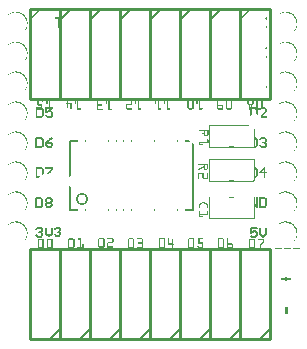
<source format=gto>
G04 MADE WITH FRITZING*
G04 WWW.FRITZING.ORG*
G04 DOUBLE SIDED*
G04 HOLES PLATED*
G04 CONTOUR ON CENTER OF CONTOUR VECTOR*
%ASAXBY*%
%FSLAX23Y23*%
%MOIN*%
%OFA0B0*%
%SFA1.0B1.0*%
%ADD10C,0.042189X0.0301888*%
%ADD11C,0.010000*%
%ADD12C,0.005000*%
%ADD13C,0.005556*%
%ADD14R,0.001000X0.001000*%
%LNSILK1*%
G90*
G70*
G54D10*
X273Y474D03*
G54D11*
X401Y1107D02*
X401Y807D01*
D02*
X401Y807D02*
X501Y807D01*
D02*
X501Y807D02*
X501Y1107D01*
D02*
X501Y1107D02*
X401Y1107D01*
G54D12*
D02*
X401Y1072D02*
X436Y1107D01*
G54D11*
D02*
X601Y1107D02*
X601Y807D01*
D02*
X601Y807D02*
X701Y807D01*
D02*
X701Y807D02*
X701Y1107D01*
D02*
X701Y1107D02*
X601Y1107D01*
G54D12*
D02*
X601Y1072D02*
X636Y1107D01*
G54D11*
D02*
X701Y1107D02*
X701Y807D01*
D02*
X701Y807D02*
X801Y807D01*
D02*
X801Y807D02*
X801Y1107D01*
D02*
X801Y1107D02*
X701Y1107D01*
G54D12*
D02*
X701Y1072D02*
X736Y1107D01*
G54D11*
D02*
X501Y1107D02*
X501Y807D01*
D02*
X501Y807D02*
X601Y807D01*
D02*
X601Y807D02*
X601Y1107D01*
D02*
X601Y1107D02*
X501Y1107D01*
G54D12*
D02*
X501Y1072D02*
X536Y1107D01*
G54D11*
D02*
X201Y1107D02*
X201Y807D01*
D02*
X201Y807D02*
X301Y807D01*
D02*
X301Y807D02*
X301Y1107D01*
D02*
X301Y1107D02*
X201Y1107D01*
G54D12*
D02*
X201Y1072D02*
X236Y1107D01*
G54D11*
D02*
X301Y1107D02*
X301Y807D01*
D02*
X301Y807D02*
X401Y807D01*
D02*
X401Y807D02*
X401Y1107D01*
D02*
X401Y1107D02*
X301Y1107D01*
G54D12*
D02*
X301Y1072D02*
X336Y1107D01*
G54D11*
D02*
X101Y1107D02*
X101Y807D01*
D02*
X101Y807D02*
X201Y807D01*
D02*
X201Y807D02*
X201Y1107D01*
D02*
X201Y1107D02*
X101Y1107D01*
D02*
X801Y1107D02*
X801Y807D01*
D02*
X801Y807D02*
X901Y807D01*
D02*
X901Y807D02*
X901Y1107D01*
D02*
X901Y1107D02*
X801Y1107D01*
D02*
X901Y7D02*
X901Y307D01*
D02*
X901Y307D02*
X801Y307D01*
D02*
X801Y307D02*
X801Y7D01*
D02*
X801Y7D02*
X901Y7D01*
G54D12*
D02*
X901Y42D02*
X866Y7D01*
G54D11*
D02*
X801Y7D02*
X801Y307D01*
D02*
X801Y307D02*
X701Y307D01*
D02*
X701Y307D02*
X701Y7D01*
D02*
X701Y7D02*
X801Y7D01*
G54D12*
D02*
X801Y42D02*
X766Y7D01*
G54D11*
D02*
X701Y7D02*
X701Y307D01*
D02*
X701Y307D02*
X601Y307D01*
D02*
X601Y307D02*
X601Y7D01*
D02*
X601Y7D02*
X701Y7D01*
G54D12*
D02*
X701Y42D02*
X666Y7D01*
G54D11*
D02*
X601Y7D02*
X601Y307D01*
D02*
X601Y307D02*
X501Y307D01*
D02*
X501Y307D02*
X501Y7D01*
D02*
X501Y7D02*
X601Y7D01*
G54D12*
D02*
X601Y42D02*
X566Y7D01*
G54D11*
D02*
X501Y7D02*
X501Y307D01*
D02*
X501Y307D02*
X401Y307D01*
D02*
X401Y307D02*
X401Y7D01*
D02*
X401Y7D02*
X501Y7D01*
G54D12*
D02*
X501Y42D02*
X466Y7D01*
G54D11*
D02*
X401Y7D02*
X401Y307D01*
D02*
X401Y307D02*
X301Y307D01*
D02*
X301Y307D02*
X301Y7D01*
D02*
X301Y7D02*
X401Y7D01*
G54D12*
D02*
X401Y42D02*
X366Y7D01*
G54D11*
D02*
X301Y7D02*
X301Y307D01*
D02*
X301Y307D02*
X201Y307D01*
D02*
X201Y307D02*
X201Y7D01*
D02*
X201Y7D02*
X301Y7D01*
G54D12*
D02*
X301Y42D02*
X266Y7D01*
G54D11*
D02*
X201Y7D02*
X201Y307D01*
D02*
X201Y307D02*
X101Y307D01*
D02*
X101Y307D02*
X101Y7D01*
D02*
X101Y7D02*
X201Y7D01*
G54D12*
D02*
X201Y42D02*
X166Y7D01*
G54D13*
X121Y677D02*
X121Y647D01*
X121Y647D02*
X137Y647D01*
X137Y647D02*
X142Y652D01*
X142Y652D02*
X142Y672D01*
X142Y672D02*
X137Y676D01*
X137Y676D02*
X121Y676D01*
X174Y676D02*
X164Y672D01*
X164Y672D02*
X155Y662D01*
X155Y662D02*
X155Y653D01*
X159Y648D02*
X155Y653D01*
X159Y648D02*
X169Y648D01*
X169Y648D02*
X174Y653D01*
X174Y653D02*
X174Y657D01*
X174Y657D02*
X169Y662D01*
X169Y662D02*
X154Y662D01*
D02*
X121Y477D02*
X121Y447D01*
X121Y447D02*
X137Y447D01*
X137Y447D02*
X141Y452D01*
X141Y452D02*
X141Y472D01*
X141Y472D02*
X137Y476D01*
X137Y476D02*
X121Y476D01*
X153Y472D02*
X157Y476D01*
X157Y476D02*
X167Y476D01*
X167Y476D02*
X172Y472D01*
X172Y472D02*
X172Y467D01*
X172Y467D02*
X167Y462D01*
X167Y462D02*
X172Y457D01*
X172Y457D02*
X172Y453D01*
X172Y453D02*
X167Y448D01*
X167Y448D02*
X157Y448D01*
X157Y448D02*
X153Y453D01*
X153Y453D02*
X153Y457D01*
X153Y457D02*
X157Y462D01*
X157Y462D02*
X153Y467D01*
X153Y467D02*
X153Y472D01*
X157Y462D02*
X167Y462D01*
D02*
X121Y373D02*
X126Y377D01*
X126Y377D02*
X136Y377D01*
X136Y377D02*
X140Y373D01*
X140Y373D02*
X140Y368D01*
X140Y368D02*
X136Y363D01*
X136Y363D02*
X131Y363D01*
X136Y363D02*
X140Y358D01*
X140Y358D02*
X140Y354D01*
X140Y354D02*
X136Y349D01*
X136Y349D02*
X126Y349D01*
X126Y349D02*
X121Y354D01*
X153Y379D02*
X153Y359D01*
X153Y359D02*
X162Y350D01*
X162Y350D02*
X172Y359D01*
X172Y359D02*
X172Y379D01*
X182Y375D02*
X187Y379D01*
X187Y379D02*
X196Y379D01*
X196Y379D02*
X201Y375D01*
X201Y375D02*
X201Y370D01*
X201Y370D02*
X196Y365D01*
X196Y365D02*
X192Y365D01*
X196Y365D02*
X201Y360D01*
X201Y360D02*
X201Y356D01*
X201Y356D02*
X196Y351D01*
X196Y351D02*
X187Y351D01*
X182Y356D02*
X187Y351D01*
D02*
X857Y377D02*
X836Y377D01*
X836Y377D02*
X836Y362D01*
X836Y362D02*
X846Y367D01*
X846Y367D02*
X851Y367D01*
X851Y367D02*
X856Y362D01*
X856Y362D02*
X856Y353D01*
X856Y353D02*
X851Y348D01*
X851Y348D02*
X841Y347D01*
X841Y347D02*
X836Y352D01*
X868Y377D02*
X868Y357D01*
X868Y357D02*
X877Y348D01*
X877Y348D02*
X887Y357D01*
X887Y357D02*
X887Y377D01*
D02*
G54D14*
X134Y1109D02*
X134Y1109D01*
X833Y1109D02*
X833Y1109D01*
X133Y1108D02*
X135Y1108D01*
X832Y1108D02*
X834Y1108D01*
X132Y1107D02*
X136Y1107D01*
X831Y1107D02*
X835Y1107D01*
X131Y1106D02*
X137Y1106D01*
X830Y1106D02*
X836Y1106D01*
X130Y1105D02*
X136Y1105D01*
X829Y1105D02*
X835Y1105D01*
X129Y1104D02*
X135Y1104D01*
X828Y1104D02*
X834Y1104D01*
X128Y1103D02*
X134Y1103D01*
X827Y1103D02*
X833Y1103D01*
X127Y1102D02*
X133Y1102D01*
X826Y1102D02*
X832Y1102D01*
X126Y1101D02*
X132Y1101D01*
X825Y1101D02*
X831Y1101D01*
X125Y1100D02*
X131Y1100D01*
X824Y1100D02*
X830Y1100D01*
X124Y1099D02*
X130Y1099D01*
X823Y1099D02*
X829Y1099D01*
X46Y1098D02*
X61Y1098D01*
X123Y1098D02*
X129Y1098D01*
X822Y1098D02*
X828Y1098D01*
X945Y1098D02*
X960Y1098D01*
X42Y1097D02*
X64Y1097D01*
X122Y1097D02*
X128Y1097D01*
X821Y1097D02*
X827Y1097D01*
X942Y1097D02*
X964Y1097D01*
X40Y1096D02*
X47Y1096D01*
X54Y1096D02*
X67Y1096D01*
X121Y1096D02*
X127Y1096D01*
X820Y1096D02*
X826Y1096D01*
X939Y1096D02*
X946Y1096D01*
X954Y1096D02*
X966Y1096D01*
X37Y1095D02*
X42Y1095D01*
X60Y1095D02*
X69Y1095D01*
X120Y1095D02*
X126Y1095D01*
X819Y1095D02*
X825Y1095D01*
X937Y1095D02*
X941Y1095D01*
X959Y1095D02*
X969Y1095D01*
X35Y1094D02*
X38Y1094D01*
X63Y1094D02*
X72Y1094D01*
X119Y1094D02*
X125Y1094D01*
X818Y1094D02*
X824Y1094D01*
X934Y1094D02*
X937Y1094D01*
X963Y1094D02*
X971Y1094D01*
X34Y1093D02*
X36Y1093D01*
X66Y1093D02*
X73Y1093D01*
X118Y1093D02*
X124Y1093D01*
X817Y1093D02*
X823Y1093D01*
X933Y1093D02*
X935Y1093D01*
X965Y1093D02*
X972Y1093D01*
X32Y1092D02*
X33Y1092D01*
X68Y1092D02*
X75Y1092D01*
X117Y1092D02*
X123Y1092D01*
X816Y1092D02*
X822Y1092D01*
X931Y1092D02*
X933Y1092D01*
X967Y1092D02*
X974Y1092D01*
X31Y1091D02*
X31Y1091D01*
X70Y1091D02*
X76Y1091D01*
X116Y1091D02*
X122Y1091D01*
X815Y1091D02*
X821Y1091D01*
X930Y1091D02*
X931Y1091D01*
X969Y1091D02*
X975Y1091D01*
X29Y1090D02*
X30Y1090D01*
X72Y1090D02*
X78Y1090D01*
X115Y1090D02*
X121Y1090D01*
X814Y1090D02*
X820Y1090D01*
X928Y1090D02*
X929Y1090D01*
X971Y1090D02*
X977Y1090D01*
X28Y1089D02*
X28Y1089D01*
X73Y1089D02*
X79Y1089D01*
X114Y1089D02*
X120Y1089D01*
X813Y1089D02*
X819Y1089D01*
X927Y1089D02*
X927Y1089D01*
X973Y1089D02*
X978Y1089D01*
X27Y1088D02*
X27Y1088D01*
X75Y1088D02*
X80Y1088D01*
X113Y1088D02*
X119Y1088D01*
X812Y1088D02*
X818Y1088D01*
X926Y1088D02*
X926Y1088D01*
X974Y1088D02*
X979Y1088D01*
X76Y1087D02*
X81Y1087D01*
X112Y1087D02*
X118Y1087D01*
X811Y1087D02*
X817Y1087D01*
X925Y1087D02*
X925Y1087D01*
X975Y1087D02*
X980Y1087D01*
X77Y1086D02*
X82Y1086D01*
X111Y1086D02*
X117Y1086D01*
X810Y1086D02*
X816Y1086D01*
X924Y1086D02*
X924Y1086D01*
X976Y1086D02*
X981Y1086D01*
X78Y1085D02*
X83Y1085D01*
X110Y1085D02*
X116Y1085D01*
X809Y1085D02*
X815Y1085D01*
X978Y1085D02*
X982Y1085D01*
X79Y1084D02*
X83Y1084D01*
X109Y1084D02*
X115Y1084D01*
X808Y1084D02*
X814Y1084D01*
X978Y1084D02*
X983Y1084D01*
X80Y1083D02*
X84Y1083D01*
X108Y1083D02*
X114Y1083D01*
X807Y1083D02*
X813Y1083D01*
X979Y1083D02*
X983Y1083D01*
X81Y1082D02*
X85Y1082D01*
X107Y1082D02*
X113Y1082D01*
X806Y1082D02*
X812Y1082D01*
X980Y1082D02*
X984Y1082D01*
X82Y1081D02*
X85Y1081D01*
X106Y1081D02*
X112Y1081D01*
X805Y1081D02*
X811Y1081D01*
X981Y1081D02*
X985Y1081D01*
X82Y1080D02*
X86Y1080D01*
X105Y1080D02*
X111Y1080D01*
X195Y1080D02*
X195Y1080D01*
X804Y1080D02*
X810Y1080D01*
X982Y1080D02*
X985Y1080D01*
X83Y1079D02*
X87Y1079D01*
X104Y1079D02*
X110Y1079D01*
X184Y1079D02*
X207Y1079D01*
X803Y1079D02*
X809Y1079D01*
X886Y1079D02*
X889Y1079D01*
X982Y1079D02*
X986Y1079D01*
X84Y1078D02*
X87Y1078D01*
X103Y1078D02*
X109Y1078D01*
X184Y1078D02*
X208Y1078D01*
X802Y1078D02*
X808Y1078D01*
X885Y1078D02*
X889Y1078D01*
X983Y1078D02*
X986Y1078D01*
X84Y1077D02*
X88Y1077D01*
X102Y1077D02*
X108Y1077D01*
X184Y1077D02*
X208Y1077D01*
X801Y1077D02*
X807Y1077D01*
X885Y1077D02*
X890Y1077D01*
X984Y1077D02*
X987Y1077D01*
X85Y1076D02*
X88Y1076D01*
X101Y1076D02*
X107Y1076D01*
X185Y1076D02*
X208Y1076D01*
X800Y1076D02*
X806Y1076D01*
X884Y1076D02*
X889Y1076D01*
X984Y1076D02*
X987Y1076D01*
X85Y1075D02*
X89Y1075D01*
X100Y1075D02*
X106Y1075D01*
X185Y1075D02*
X207Y1075D01*
X799Y1075D02*
X805Y1075D01*
X885Y1075D02*
X889Y1075D01*
X985Y1075D02*
X988Y1075D01*
X86Y1074D02*
X89Y1074D01*
X100Y1074D02*
X105Y1074D01*
X192Y1074D02*
X198Y1074D01*
X799Y1074D02*
X804Y1074D01*
X885Y1074D02*
X888Y1074D01*
X985Y1074D02*
X988Y1074D01*
X86Y1073D02*
X89Y1073D01*
X101Y1073D02*
X104Y1073D01*
X193Y1073D02*
X197Y1073D01*
X800Y1073D02*
X803Y1073D01*
X886Y1073D02*
X888Y1073D01*
X986Y1073D02*
X989Y1073D01*
X87Y1072D02*
X90Y1072D01*
X102Y1072D02*
X103Y1072D01*
X193Y1072D02*
X197Y1072D01*
X801Y1072D02*
X802Y1072D01*
X886Y1072D02*
X887Y1072D01*
X986Y1072D02*
X989Y1072D01*
X87Y1071D02*
X90Y1071D01*
X193Y1071D02*
X197Y1071D01*
X886Y1071D02*
X886Y1071D01*
X986Y1071D02*
X989Y1071D01*
X87Y1070D02*
X90Y1070D01*
X193Y1070D02*
X197Y1070D01*
X987Y1070D02*
X989Y1070D01*
X88Y1069D02*
X91Y1069D01*
X193Y1069D02*
X197Y1069D01*
X987Y1069D02*
X990Y1069D01*
X88Y1068D02*
X91Y1068D01*
X193Y1068D02*
X197Y1068D01*
X987Y1068D02*
X990Y1068D01*
X88Y1067D02*
X91Y1067D01*
X193Y1067D02*
X197Y1067D01*
X988Y1067D02*
X990Y1067D01*
X89Y1066D02*
X91Y1066D01*
X193Y1066D02*
X197Y1066D01*
X988Y1066D02*
X990Y1066D01*
X89Y1065D02*
X91Y1065D01*
X193Y1065D02*
X197Y1065D01*
X988Y1065D02*
X991Y1065D01*
X89Y1064D02*
X92Y1064D01*
X193Y1064D02*
X197Y1064D01*
X988Y1064D02*
X991Y1064D01*
X89Y1063D02*
X92Y1063D01*
X193Y1063D02*
X197Y1063D01*
X988Y1063D02*
X991Y1063D01*
X89Y1062D02*
X92Y1062D01*
X193Y1062D02*
X197Y1062D01*
X989Y1062D02*
X991Y1062D01*
X90Y1061D02*
X92Y1061D01*
X193Y1061D02*
X197Y1061D01*
X989Y1061D02*
X991Y1061D01*
X90Y1060D02*
X92Y1060D01*
X193Y1060D02*
X197Y1060D01*
X989Y1060D02*
X991Y1060D01*
X90Y1059D02*
X92Y1059D01*
X193Y1059D02*
X197Y1059D01*
X989Y1059D02*
X991Y1059D01*
X90Y1058D02*
X92Y1058D01*
X193Y1058D02*
X197Y1058D01*
X989Y1058D02*
X991Y1058D01*
X90Y1057D02*
X92Y1057D01*
X193Y1057D02*
X197Y1057D01*
X989Y1057D02*
X991Y1057D01*
X90Y1056D02*
X91Y1056D01*
X193Y1056D02*
X197Y1056D01*
X989Y1056D02*
X991Y1056D01*
X90Y1055D02*
X91Y1055D01*
X193Y1055D02*
X197Y1055D01*
X989Y1055D02*
X991Y1055D01*
X89Y1054D02*
X91Y1054D01*
X193Y1054D02*
X197Y1054D01*
X989Y1054D02*
X990Y1054D01*
X89Y1053D02*
X91Y1053D01*
X193Y1053D02*
X197Y1053D01*
X989Y1053D02*
X990Y1053D01*
X89Y1052D02*
X91Y1052D01*
X193Y1052D02*
X197Y1052D01*
X988Y1052D02*
X990Y1052D01*
X89Y1051D02*
X90Y1051D01*
X193Y1051D02*
X197Y1051D01*
X988Y1051D02*
X990Y1051D01*
X89Y1050D02*
X90Y1050D01*
X193Y1050D02*
X197Y1050D01*
X888Y1050D02*
X888Y1050D01*
X988Y1050D02*
X989Y1050D01*
X89Y1049D02*
X90Y1049D01*
X193Y1049D02*
X197Y1049D01*
X888Y1049D02*
X889Y1049D01*
X988Y1049D02*
X989Y1049D01*
X88Y1048D02*
X90Y1048D01*
X193Y1048D02*
X197Y1048D01*
X888Y1048D02*
X889Y1048D01*
X987Y1048D02*
X989Y1048D01*
X88Y1047D02*
X89Y1047D01*
X193Y1047D02*
X197Y1047D01*
X887Y1047D02*
X890Y1047D01*
X987Y1047D02*
X988Y1047D01*
X88Y1046D02*
X89Y1046D01*
X193Y1046D02*
X197Y1046D01*
X887Y1046D02*
X890Y1046D01*
X987Y1046D02*
X988Y1046D01*
X87Y1045D02*
X88Y1045D01*
X193Y1045D02*
X197Y1045D01*
X887Y1045D02*
X889Y1045D01*
X986Y1045D02*
X988Y1045D01*
X87Y1044D02*
X88Y1044D01*
X194Y1044D02*
X196Y1044D01*
X887Y1044D02*
X888Y1044D01*
X986Y1044D02*
X987Y1044D01*
X87Y1043D02*
X88Y1043D01*
X986Y1043D02*
X987Y1043D01*
X86Y1042D02*
X87Y1042D01*
X985Y1042D02*
X986Y1042D01*
X86Y1041D02*
X87Y1041D01*
X985Y1041D02*
X986Y1041D01*
X85Y1040D02*
X86Y1040D01*
X984Y1040D02*
X985Y1040D01*
X85Y1039D02*
X85Y1039D01*
X984Y1039D02*
X985Y1039D01*
X84Y1038D02*
X85Y1038D01*
X983Y1038D02*
X984Y1038D01*
X83Y1037D02*
X84Y1037D01*
X983Y1037D02*
X983Y1037D01*
X83Y1036D02*
X83Y1036D01*
X982Y1036D02*
X983Y1036D01*
X82Y1035D02*
X83Y1035D01*
X981Y1035D02*
X982Y1035D01*
X81Y1034D02*
X82Y1034D01*
X981Y1034D02*
X981Y1034D01*
X81Y1033D02*
X81Y1033D01*
X980Y1033D02*
X980Y1033D01*
X80Y1032D02*
X80Y1032D01*
X979Y1032D02*
X979Y1032D01*
X79Y1031D02*
X79Y1031D01*
X978Y1031D02*
X978Y1031D01*
X977Y1030D02*
X977Y1030D01*
X53Y999D02*
X53Y999D01*
X953Y999D02*
X953Y999D01*
X46Y998D02*
X61Y998D01*
X945Y998D02*
X960Y998D01*
X42Y997D02*
X65Y997D01*
X941Y997D02*
X964Y997D01*
X39Y996D02*
X47Y996D01*
X55Y996D02*
X67Y996D01*
X939Y996D02*
X946Y996D01*
X954Y996D02*
X967Y996D01*
X37Y995D02*
X42Y995D01*
X60Y995D02*
X70Y995D01*
X936Y995D02*
X941Y995D01*
X959Y995D02*
X969Y995D01*
X35Y994D02*
X38Y994D01*
X63Y994D02*
X72Y994D01*
X934Y994D02*
X937Y994D01*
X963Y994D02*
X971Y994D01*
X33Y993D02*
X36Y993D01*
X66Y993D02*
X73Y993D01*
X933Y993D02*
X935Y993D01*
X965Y993D02*
X973Y993D01*
X32Y992D02*
X33Y992D01*
X68Y992D02*
X75Y992D01*
X931Y992D02*
X933Y992D01*
X967Y992D02*
X974Y992D01*
X30Y991D02*
X31Y991D01*
X70Y991D02*
X76Y991D01*
X930Y991D02*
X931Y991D01*
X969Y991D02*
X976Y991D01*
X29Y990D02*
X30Y990D01*
X72Y990D02*
X78Y990D01*
X928Y990D02*
X929Y990D01*
X971Y990D02*
X977Y990D01*
X28Y989D02*
X28Y989D01*
X73Y989D02*
X79Y989D01*
X927Y989D02*
X927Y989D01*
X973Y989D02*
X978Y989D01*
X27Y988D02*
X27Y988D01*
X75Y988D02*
X80Y988D01*
X926Y988D02*
X926Y988D01*
X974Y988D02*
X979Y988D01*
X76Y987D02*
X81Y987D01*
X925Y987D02*
X925Y987D01*
X975Y987D02*
X980Y987D01*
X77Y986D02*
X82Y986D01*
X924Y986D02*
X924Y986D01*
X976Y986D02*
X981Y986D01*
X78Y985D02*
X83Y985D01*
X978Y985D02*
X982Y985D01*
X79Y984D02*
X83Y984D01*
X979Y984D02*
X983Y984D01*
X80Y983D02*
X84Y983D01*
X979Y983D02*
X983Y983D01*
X81Y982D02*
X85Y982D01*
X980Y982D02*
X984Y982D01*
X82Y981D02*
X85Y981D01*
X981Y981D02*
X985Y981D01*
X82Y980D02*
X86Y980D01*
X982Y980D02*
X985Y980D01*
X83Y979D02*
X87Y979D01*
X886Y979D02*
X889Y979D01*
X982Y979D02*
X986Y979D01*
X84Y978D02*
X87Y978D01*
X885Y978D02*
X889Y978D01*
X983Y978D02*
X986Y978D01*
X84Y977D02*
X88Y977D01*
X884Y977D02*
X890Y977D01*
X984Y977D02*
X987Y977D01*
X85Y976D02*
X88Y976D01*
X884Y976D02*
X889Y976D01*
X984Y976D02*
X987Y976D01*
X85Y975D02*
X89Y975D01*
X885Y975D02*
X889Y975D01*
X985Y975D02*
X988Y975D01*
X86Y974D02*
X89Y974D01*
X885Y974D02*
X888Y974D01*
X985Y974D02*
X988Y974D01*
X86Y973D02*
X89Y973D01*
X886Y973D02*
X887Y973D01*
X986Y973D02*
X989Y973D01*
X87Y972D02*
X90Y972D01*
X886Y972D02*
X887Y972D01*
X986Y972D02*
X989Y972D01*
X87Y971D02*
X90Y971D01*
X886Y971D02*
X886Y971D01*
X986Y971D02*
X989Y971D01*
X87Y970D02*
X90Y970D01*
X987Y970D02*
X989Y970D01*
X88Y969D02*
X91Y969D01*
X987Y969D02*
X990Y969D01*
X88Y968D02*
X91Y968D01*
X987Y968D02*
X990Y968D01*
X88Y967D02*
X91Y967D01*
X988Y967D02*
X990Y967D01*
X89Y966D02*
X91Y966D01*
X988Y966D02*
X990Y966D01*
X89Y965D02*
X91Y965D01*
X988Y965D02*
X991Y965D01*
X89Y964D02*
X92Y964D01*
X988Y964D02*
X991Y964D01*
X89Y963D02*
X92Y963D01*
X988Y963D02*
X991Y963D01*
X89Y962D02*
X92Y962D01*
X989Y962D02*
X991Y962D01*
X90Y961D02*
X92Y961D01*
X989Y961D02*
X991Y961D01*
X90Y960D02*
X92Y960D01*
X989Y960D02*
X991Y960D01*
X90Y959D02*
X92Y959D01*
X989Y959D02*
X991Y959D01*
X90Y958D02*
X92Y958D01*
X989Y958D02*
X991Y958D01*
X90Y957D02*
X92Y957D01*
X989Y957D02*
X991Y957D01*
X90Y956D02*
X91Y956D01*
X989Y956D02*
X991Y956D01*
X90Y955D02*
X91Y955D01*
X989Y955D02*
X991Y955D01*
X89Y954D02*
X91Y954D01*
X989Y954D02*
X990Y954D01*
X89Y953D02*
X91Y953D01*
X989Y953D02*
X990Y953D01*
X89Y952D02*
X91Y952D01*
X988Y952D02*
X990Y952D01*
X89Y951D02*
X90Y951D01*
X988Y951D02*
X990Y951D01*
X89Y950D02*
X90Y950D01*
X888Y950D02*
X888Y950D01*
X988Y950D02*
X989Y950D01*
X89Y949D02*
X90Y949D01*
X888Y949D02*
X889Y949D01*
X988Y949D02*
X989Y949D01*
X88Y948D02*
X90Y948D01*
X888Y948D02*
X889Y948D01*
X987Y948D02*
X989Y948D01*
X88Y947D02*
X89Y947D01*
X887Y947D02*
X890Y947D01*
X987Y947D02*
X988Y947D01*
X88Y946D02*
X89Y946D01*
X887Y946D02*
X890Y946D01*
X987Y946D02*
X988Y946D01*
X87Y945D02*
X88Y945D01*
X887Y945D02*
X889Y945D01*
X986Y945D02*
X988Y945D01*
X87Y944D02*
X88Y944D01*
X887Y944D02*
X888Y944D01*
X986Y944D02*
X987Y944D01*
X86Y943D02*
X88Y943D01*
X986Y943D02*
X987Y943D01*
X86Y942D02*
X87Y942D01*
X985Y942D02*
X986Y942D01*
X86Y941D02*
X87Y941D01*
X985Y941D02*
X986Y941D01*
X85Y940D02*
X86Y940D01*
X984Y940D02*
X985Y940D01*
X85Y939D02*
X85Y939D01*
X984Y939D02*
X985Y939D01*
X84Y938D02*
X85Y938D01*
X983Y938D02*
X984Y938D01*
X83Y937D02*
X84Y937D01*
X983Y937D02*
X983Y937D01*
X83Y936D02*
X83Y936D01*
X982Y936D02*
X982Y936D01*
X82Y935D02*
X82Y935D01*
X981Y935D02*
X982Y935D01*
X81Y934D02*
X82Y934D01*
X981Y934D02*
X981Y934D01*
X81Y933D02*
X81Y933D01*
X980Y933D02*
X980Y933D01*
X80Y932D02*
X80Y932D01*
X979Y932D02*
X979Y932D01*
X79Y931D02*
X79Y931D01*
X978Y931D02*
X978Y931D01*
X977Y930D02*
X977Y930D01*
X52Y899D02*
X55Y899D01*
X951Y899D02*
X954Y899D01*
X45Y898D02*
X61Y898D01*
X945Y898D02*
X961Y898D01*
X42Y897D02*
X65Y897D01*
X941Y897D02*
X964Y897D01*
X39Y896D02*
X47Y896D01*
X55Y896D02*
X68Y896D01*
X938Y896D02*
X946Y896D01*
X954Y896D02*
X967Y896D01*
X37Y895D02*
X42Y895D01*
X60Y895D02*
X70Y895D01*
X936Y895D02*
X941Y895D01*
X959Y895D02*
X969Y895D01*
X35Y894D02*
X38Y894D01*
X63Y894D02*
X72Y894D01*
X934Y894D02*
X937Y894D01*
X963Y894D02*
X971Y894D01*
X33Y893D02*
X36Y893D01*
X66Y893D02*
X73Y893D01*
X933Y893D02*
X935Y893D01*
X965Y893D02*
X973Y893D01*
X32Y892D02*
X33Y892D01*
X68Y892D02*
X75Y892D01*
X931Y892D02*
X933Y892D01*
X967Y892D02*
X974Y892D01*
X30Y891D02*
X31Y891D01*
X70Y891D02*
X76Y891D01*
X930Y891D02*
X931Y891D01*
X969Y891D02*
X976Y891D01*
X29Y890D02*
X30Y890D01*
X72Y890D02*
X78Y890D01*
X928Y890D02*
X929Y890D01*
X971Y890D02*
X977Y890D01*
X28Y889D02*
X28Y889D01*
X73Y889D02*
X79Y889D01*
X927Y889D02*
X927Y889D01*
X973Y889D02*
X978Y889D01*
X27Y888D02*
X27Y888D01*
X75Y888D02*
X80Y888D01*
X926Y888D02*
X926Y888D01*
X974Y888D02*
X979Y888D01*
X76Y887D02*
X81Y887D01*
X925Y887D02*
X925Y887D01*
X975Y887D02*
X980Y887D01*
X77Y886D02*
X82Y886D01*
X977Y886D02*
X981Y886D01*
X78Y885D02*
X83Y885D01*
X978Y885D02*
X982Y885D01*
X79Y884D02*
X84Y884D01*
X979Y884D02*
X983Y884D01*
X80Y883D02*
X84Y883D01*
X979Y883D02*
X983Y883D01*
X81Y882D02*
X85Y882D01*
X980Y882D02*
X984Y882D01*
X82Y881D02*
X86Y881D01*
X981Y881D02*
X985Y881D01*
X82Y880D02*
X86Y880D01*
X982Y880D02*
X985Y880D01*
X83Y879D02*
X87Y879D01*
X982Y879D02*
X986Y879D01*
X84Y878D02*
X87Y878D01*
X983Y878D02*
X986Y878D01*
X84Y877D02*
X88Y877D01*
X984Y877D02*
X987Y877D01*
X85Y876D02*
X88Y876D01*
X984Y876D02*
X987Y876D01*
X85Y875D02*
X89Y875D01*
X985Y875D02*
X988Y875D01*
X86Y874D02*
X89Y874D01*
X985Y874D02*
X988Y874D01*
X86Y873D02*
X89Y873D01*
X986Y873D02*
X989Y873D01*
X87Y872D02*
X90Y872D01*
X986Y872D02*
X989Y872D01*
X87Y871D02*
X90Y871D01*
X986Y871D02*
X989Y871D01*
X87Y870D02*
X90Y870D01*
X987Y870D02*
X990Y870D01*
X88Y869D02*
X91Y869D01*
X987Y869D02*
X990Y869D01*
X88Y868D02*
X91Y868D01*
X987Y868D02*
X990Y868D01*
X88Y867D02*
X91Y867D01*
X988Y867D02*
X990Y867D01*
X89Y866D02*
X91Y866D01*
X988Y866D02*
X990Y866D01*
X89Y865D02*
X91Y865D01*
X988Y865D02*
X991Y865D01*
X89Y864D02*
X92Y864D01*
X988Y864D02*
X991Y864D01*
X89Y863D02*
X92Y863D01*
X988Y863D02*
X991Y863D01*
X89Y862D02*
X92Y862D01*
X989Y862D02*
X991Y862D01*
X90Y861D02*
X92Y861D01*
X989Y861D02*
X991Y861D01*
X90Y860D02*
X92Y860D01*
X989Y860D02*
X991Y860D01*
X90Y859D02*
X92Y859D01*
X989Y859D02*
X991Y859D01*
X90Y858D02*
X92Y858D01*
X989Y858D02*
X991Y858D01*
X90Y857D02*
X92Y857D01*
X989Y857D02*
X991Y857D01*
X90Y856D02*
X91Y856D01*
X989Y856D02*
X991Y856D01*
X90Y855D02*
X91Y855D01*
X989Y855D02*
X991Y855D01*
X89Y854D02*
X91Y854D01*
X989Y854D02*
X990Y854D01*
X89Y853D02*
X91Y853D01*
X989Y853D02*
X990Y853D01*
X89Y852D02*
X91Y852D01*
X988Y852D02*
X990Y852D01*
X89Y851D02*
X90Y851D01*
X988Y851D02*
X990Y851D01*
X89Y850D02*
X90Y850D01*
X988Y850D02*
X989Y850D01*
X89Y849D02*
X90Y849D01*
X888Y849D02*
X888Y849D01*
X988Y849D02*
X989Y849D01*
X88Y848D02*
X90Y848D01*
X888Y848D02*
X889Y848D01*
X987Y848D02*
X989Y848D01*
X88Y847D02*
X89Y847D01*
X887Y847D02*
X890Y847D01*
X987Y847D02*
X988Y847D01*
X88Y846D02*
X89Y846D01*
X887Y846D02*
X890Y846D01*
X987Y846D02*
X988Y846D01*
X87Y845D02*
X88Y845D01*
X887Y845D02*
X889Y845D01*
X986Y845D02*
X988Y845D01*
X87Y844D02*
X88Y844D01*
X886Y844D02*
X888Y844D01*
X986Y844D02*
X987Y844D01*
X86Y843D02*
X87Y843D01*
X986Y843D02*
X987Y843D01*
X86Y842D02*
X87Y842D01*
X985Y842D02*
X986Y842D01*
X86Y841D02*
X86Y841D01*
X985Y841D02*
X986Y841D01*
X85Y840D02*
X86Y840D01*
X984Y840D02*
X985Y840D01*
X85Y839D02*
X85Y839D01*
X984Y839D02*
X984Y839D01*
X84Y838D02*
X85Y838D01*
X983Y838D02*
X984Y838D01*
X83Y837D02*
X84Y837D01*
X983Y837D02*
X983Y837D01*
X83Y836D02*
X83Y836D01*
X982Y836D02*
X982Y836D01*
X82Y835D02*
X82Y835D01*
X981Y835D02*
X982Y835D01*
X81Y834D02*
X82Y834D01*
X981Y834D02*
X981Y834D01*
X81Y833D02*
X81Y833D01*
X980Y833D02*
X980Y833D01*
X80Y832D02*
X80Y832D01*
X979Y832D02*
X979Y832D01*
X978Y831D02*
X978Y831D01*
X224Y805D02*
X225Y805D01*
X251Y805D02*
X269Y805D01*
X422Y805D02*
X441Y805D01*
X452Y805D02*
X470Y805D01*
X519Y805D02*
X537Y805D01*
X549Y805D02*
X567Y805D01*
X628Y805D02*
X643Y805D01*
X656Y805D02*
X674Y805D01*
X725Y805D02*
X728Y805D01*
X756Y805D02*
X771Y805D01*
X828Y805D02*
X843Y805D01*
X858Y805D02*
X873Y805D01*
X223Y804D02*
X226Y804D01*
X250Y804D02*
X269Y804D01*
X421Y804D02*
X441Y804D01*
X451Y804D02*
X471Y804D01*
X518Y804D02*
X537Y804D01*
X548Y804D02*
X568Y804D01*
X627Y804D02*
X644Y804D01*
X656Y804D02*
X675Y804D01*
X724Y804D02*
X729Y804D01*
X755Y804D02*
X772Y804D01*
X826Y804D02*
X844Y804D01*
X856Y804D02*
X874Y804D01*
X126Y803D02*
X141Y803D01*
X155Y803D02*
X174Y803D01*
X223Y803D02*
X226Y803D01*
X250Y803D02*
X269Y803D01*
X326Y803D02*
X343Y803D01*
X355Y803D02*
X374Y803D01*
X421Y803D02*
X441Y803D01*
X451Y803D02*
X471Y803D01*
X518Y803D02*
X538Y803D01*
X548Y803D02*
X568Y803D01*
X626Y803D02*
X645Y803D01*
X655Y803D02*
X675Y803D01*
X724Y803D02*
X729Y803D01*
X754Y803D02*
X773Y803D01*
X826Y803D02*
X845Y803D01*
X856Y803D02*
X875Y803D01*
X125Y802D02*
X143Y802D01*
X154Y802D02*
X174Y802D01*
X223Y802D02*
X226Y802D01*
X250Y802D02*
X269Y802D01*
X325Y802D02*
X344Y802D01*
X354Y802D02*
X374Y802D01*
X422Y802D02*
X441Y802D01*
X451Y802D02*
X470Y802D01*
X518Y802D02*
X537Y802D01*
X548Y802D02*
X567Y802D01*
X626Y802D02*
X645Y802D01*
X655Y802D02*
X675Y802D01*
X724Y802D02*
X728Y802D01*
X754Y802D02*
X773Y802D01*
X825Y802D02*
X845Y802D01*
X855Y802D02*
X875Y802D01*
X125Y801D02*
X144Y801D01*
X154Y801D02*
X174Y801D01*
X223Y801D02*
X226Y801D01*
X250Y801D02*
X253Y801D01*
X258Y801D02*
X261Y801D01*
X324Y801D02*
X344Y801D01*
X354Y801D02*
X374Y801D01*
X437Y801D02*
X441Y801D01*
X451Y801D02*
X454Y801D01*
X459Y801D02*
X463Y801D01*
X518Y801D02*
X521Y801D01*
X526Y801D02*
X530Y801D01*
X548Y801D02*
X551Y801D01*
X556Y801D02*
X560Y801D01*
X625Y801D02*
X629Y801D01*
X642Y801D02*
X645Y801D01*
X655Y801D02*
X659Y801D01*
X664Y801D02*
X667Y801D01*
X724Y801D02*
X727Y801D01*
X754Y801D02*
X757Y801D01*
X770Y801D02*
X774Y801D01*
X825Y801D02*
X829Y801D01*
X842Y801D02*
X845Y801D01*
X855Y801D02*
X859Y801D01*
X872Y801D02*
X875Y801D01*
X124Y800D02*
X144Y800D01*
X154Y800D02*
X173Y800D01*
X223Y800D02*
X226Y800D01*
X250Y800D02*
X253Y800D01*
X258Y800D02*
X261Y800D01*
X324Y800D02*
X343Y800D01*
X354Y800D02*
X373Y800D01*
X438Y800D02*
X441Y800D01*
X451Y800D02*
X454Y800D01*
X459Y800D02*
X463Y800D01*
X518Y800D02*
X521Y800D01*
X526Y800D02*
X529Y800D01*
X548Y800D02*
X551Y800D01*
X556Y800D02*
X559Y800D01*
X625Y800D02*
X629Y800D01*
X642Y800D02*
X645Y800D01*
X655Y800D02*
X659Y800D01*
X664Y800D02*
X667Y800D01*
X724Y800D02*
X727Y800D01*
X754Y800D02*
X757Y800D01*
X770Y800D02*
X774Y800D01*
X825Y800D02*
X828Y800D01*
X842Y800D02*
X845Y800D01*
X855Y800D02*
X859Y800D01*
X872Y800D02*
X875Y800D01*
X51Y799D02*
X56Y799D01*
X124Y799D02*
X128Y799D01*
X140Y799D02*
X144Y799D01*
X154Y799D02*
X158Y799D01*
X163Y799D02*
X166Y799D01*
X223Y799D02*
X226Y799D01*
X250Y799D02*
X253Y799D01*
X258Y799D02*
X261Y799D01*
X324Y799D02*
X327Y799D01*
X354Y799D02*
X357Y799D01*
X362Y799D02*
X366Y799D01*
X438Y799D02*
X441Y799D01*
X451Y799D02*
X454Y799D01*
X459Y799D02*
X463Y799D01*
X518Y799D02*
X521Y799D01*
X526Y799D02*
X529Y799D01*
X548Y799D02*
X551Y799D01*
X556Y799D02*
X559Y799D01*
X625Y799D02*
X629Y799D01*
X642Y799D02*
X645Y799D01*
X655Y799D02*
X659Y799D01*
X664Y799D02*
X667Y799D01*
X724Y799D02*
X727Y799D01*
X754Y799D02*
X757Y799D01*
X770Y799D02*
X774Y799D01*
X825Y799D02*
X828Y799D01*
X842Y799D02*
X845Y799D01*
X855Y799D02*
X859Y799D01*
X872Y799D02*
X875Y799D01*
X950Y799D02*
X955Y799D01*
X45Y798D02*
X62Y798D01*
X124Y798D02*
X128Y798D01*
X154Y798D02*
X158Y798D01*
X163Y798D02*
X166Y798D01*
X223Y798D02*
X226Y798D01*
X250Y798D02*
X253Y798D01*
X258Y798D02*
X261Y798D01*
X324Y798D02*
X327Y798D01*
X354Y798D02*
X357Y798D01*
X362Y798D02*
X366Y798D01*
X438Y798D02*
X441Y798D01*
X451Y798D02*
X454Y798D01*
X459Y798D02*
X463Y798D01*
X518Y798D02*
X521Y798D01*
X526Y798D02*
X529Y798D01*
X548Y798D02*
X551Y798D01*
X556Y798D02*
X559Y798D01*
X625Y798D02*
X629Y798D01*
X642Y798D02*
X645Y798D01*
X655Y798D02*
X659Y798D01*
X664Y798D02*
X667Y798D01*
X724Y798D02*
X727Y798D01*
X754Y798D02*
X757Y798D01*
X770Y798D02*
X774Y798D01*
X825Y798D02*
X828Y798D01*
X842Y798D02*
X845Y798D01*
X855Y798D02*
X859Y798D01*
X872Y798D02*
X875Y798D01*
X944Y798D02*
X961Y798D01*
X42Y797D02*
X65Y797D01*
X124Y797D02*
X128Y797D01*
X154Y797D02*
X158Y797D01*
X163Y797D02*
X166Y797D01*
X223Y797D02*
X226Y797D01*
X250Y797D02*
X253Y797D01*
X258Y797D02*
X261Y797D01*
X324Y797D02*
X327Y797D01*
X354Y797D02*
X357Y797D01*
X362Y797D02*
X366Y797D01*
X438Y797D02*
X441Y797D01*
X451Y797D02*
X454Y797D01*
X459Y797D02*
X463Y797D01*
X518Y797D02*
X521Y797D01*
X526Y797D02*
X529Y797D01*
X548Y797D02*
X551Y797D01*
X556Y797D02*
X559Y797D01*
X625Y797D02*
X629Y797D01*
X642Y797D02*
X645Y797D01*
X655Y797D02*
X659Y797D01*
X664Y797D02*
X667Y797D01*
X724Y797D02*
X727Y797D01*
X754Y797D02*
X757Y797D01*
X770Y797D02*
X774Y797D01*
X825Y797D02*
X828Y797D01*
X842Y797D02*
X845Y797D01*
X855Y797D02*
X859Y797D01*
X872Y797D02*
X875Y797D01*
X941Y797D02*
X964Y797D01*
X39Y796D02*
X47Y796D01*
X55Y796D02*
X68Y796D01*
X124Y796D02*
X128Y796D01*
X154Y796D02*
X158Y796D01*
X163Y796D02*
X166Y796D01*
X223Y796D02*
X226Y796D01*
X250Y796D02*
X253Y796D01*
X258Y796D02*
X261Y796D01*
X324Y796D02*
X327Y796D01*
X354Y796D02*
X357Y796D01*
X362Y796D02*
X366Y796D01*
X438Y796D02*
X441Y796D01*
X451Y796D02*
X454Y796D01*
X459Y796D02*
X463Y796D01*
X518Y796D02*
X521Y796D01*
X526Y796D02*
X529Y796D01*
X548Y796D02*
X551Y796D01*
X556Y796D02*
X559Y796D01*
X625Y796D02*
X629Y796D01*
X642Y796D02*
X645Y796D01*
X655Y796D02*
X659Y796D01*
X664Y796D02*
X667Y796D01*
X724Y796D02*
X727Y796D01*
X754Y796D02*
X757Y796D01*
X770Y796D02*
X774Y796D01*
X825Y796D02*
X828Y796D01*
X842Y796D02*
X845Y796D01*
X855Y796D02*
X859Y796D01*
X872Y796D02*
X875Y796D01*
X938Y796D02*
X946Y796D01*
X954Y796D02*
X967Y796D01*
X37Y795D02*
X41Y795D01*
X60Y795D02*
X70Y795D01*
X124Y795D02*
X128Y795D01*
X154Y795D02*
X158Y795D01*
X163Y795D02*
X166Y795D01*
X223Y795D02*
X226Y795D01*
X250Y795D02*
X253Y795D01*
X258Y795D02*
X261Y795D01*
X324Y795D02*
X327Y795D01*
X354Y795D02*
X357Y795D01*
X362Y795D02*
X366Y795D01*
X438Y795D02*
X441Y795D01*
X451Y795D02*
X454Y795D01*
X459Y795D02*
X463Y795D01*
X518Y795D02*
X521Y795D01*
X526Y795D02*
X529Y795D01*
X548Y795D02*
X551Y795D01*
X556Y795D02*
X559Y795D01*
X625Y795D02*
X629Y795D01*
X642Y795D02*
X645Y795D01*
X655Y795D02*
X659Y795D01*
X664Y795D02*
X667Y795D01*
X724Y795D02*
X727Y795D01*
X754Y795D02*
X757Y795D01*
X770Y795D02*
X774Y795D01*
X825Y795D02*
X828Y795D01*
X842Y795D02*
X845Y795D01*
X855Y795D02*
X859Y795D01*
X872Y795D02*
X875Y795D01*
X936Y795D02*
X941Y795D01*
X959Y795D02*
X969Y795D01*
X35Y794D02*
X38Y794D01*
X63Y794D02*
X72Y794D01*
X124Y794D02*
X128Y794D01*
X154Y794D02*
X158Y794D01*
X163Y794D02*
X166Y794D01*
X221Y794D02*
X238Y794D01*
X250Y794D02*
X253Y794D01*
X258Y794D02*
X261Y794D01*
X324Y794D02*
X327Y794D01*
X354Y794D02*
X357Y794D01*
X362Y794D02*
X366Y794D01*
X438Y794D02*
X441Y794D01*
X451Y794D02*
X454Y794D01*
X459Y794D02*
X463Y794D01*
X518Y794D02*
X521Y794D01*
X526Y794D02*
X529Y794D01*
X548Y794D02*
X551Y794D01*
X556Y794D02*
X559Y794D01*
X625Y794D02*
X629Y794D01*
X642Y794D02*
X645Y794D01*
X655Y794D02*
X659Y794D01*
X664Y794D02*
X667Y794D01*
X724Y794D02*
X727Y794D01*
X754Y794D02*
X757Y794D01*
X770Y794D02*
X774Y794D01*
X825Y794D02*
X828Y794D01*
X842Y794D02*
X845Y794D01*
X855Y794D02*
X859Y794D01*
X872Y794D02*
X875Y794D01*
X934Y794D02*
X937Y794D01*
X963Y794D02*
X971Y794D01*
X33Y793D02*
X35Y793D01*
X66Y793D02*
X74Y793D01*
X124Y793D02*
X128Y793D01*
X154Y793D02*
X158Y793D01*
X163Y793D02*
X166Y793D01*
X221Y793D02*
X238Y793D01*
X250Y793D02*
X253Y793D01*
X258Y793D02*
X261Y793D01*
X324Y793D02*
X327Y793D01*
X354Y793D02*
X357Y793D01*
X362Y793D02*
X366Y793D01*
X438Y793D02*
X441Y793D01*
X451Y793D02*
X454Y793D01*
X459Y793D02*
X463Y793D01*
X518Y793D02*
X521Y793D01*
X526Y793D02*
X529Y793D01*
X548Y793D02*
X551Y793D01*
X556Y793D02*
X559Y793D01*
X625Y793D02*
X629Y793D01*
X642Y793D02*
X645Y793D01*
X655Y793D02*
X659Y793D01*
X664Y793D02*
X667Y793D01*
X724Y793D02*
X727Y793D01*
X754Y793D02*
X757Y793D01*
X770Y793D02*
X774Y793D01*
X825Y793D02*
X828Y793D01*
X842Y793D02*
X845Y793D01*
X855Y793D02*
X859Y793D01*
X872Y793D02*
X875Y793D01*
X932Y793D02*
X935Y793D01*
X965Y793D02*
X973Y793D01*
X32Y792D02*
X33Y792D01*
X68Y792D02*
X75Y792D01*
X124Y792D02*
X128Y792D01*
X154Y792D02*
X158Y792D01*
X163Y792D02*
X166Y792D01*
X221Y792D02*
X238Y792D01*
X250Y792D02*
X253Y792D01*
X258Y792D02*
X261Y792D01*
X324Y792D02*
X327Y792D01*
X354Y792D02*
X357Y792D01*
X362Y792D02*
X366Y792D01*
X438Y792D02*
X441Y792D01*
X451Y792D02*
X454Y792D01*
X459Y792D02*
X463Y792D01*
X518Y792D02*
X521Y792D01*
X526Y792D02*
X529Y792D01*
X548Y792D02*
X551Y792D01*
X556Y792D02*
X559Y792D01*
X625Y792D02*
X629Y792D01*
X642Y792D02*
X645Y792D01*
X656Y792D02*
X659Y792D01*
X664Y792D02*
X667Y792D01*
X724Y792D02*
X727Y792D01*
X754Y792D02*
X757Y792D01*
X770Y792D02*
X774Y792D01*
X825Y792D02*
X828Y792D01*
X842Y792D02*
X845Y792D01*
X855Y792D02*
X859Y792D01*
X872Y792D02*
X875Y792D01*
X931Y792D02*
X933Y792D01*
X967Y792D02*
X974Y792D01*
X30Y791D02*
X31Y791D01*
X70Y791D02*
X77Y791D01*
X124Y791D02*
X128Y791D01*
X154Y791D02*
X158Y791D01*
X163Y791D02*
X166Y791D01*
X222Y791D02*
X238Y791D01*
X251Y791D02*
X252Y791D01*
X258Y791D02*
X261Y791D01*
X324Y791D02*
X328Y791D01*
X354Y791D02*
X357Y791D01*
X362Y791D02*
X366Y791D01*
X424Y791D02*
X441Y791D01*
X452Y791D02*
X453Y791D01*
X459Y791D02*
X463Y791D01*
X519Y791D02*
X520Y791D01*
X526Y791D02*
X529Y791D01*
X549Y791D02*
X550Y791D01*
X556Y791D02*
X559Y791D01*
X625Y791D02*
X629Y791D01*
X642Y791D02*
X645Y791D01*
X656Y791D02*
X658Y791D01*
X664Y791D02*
X667Y791D01*
X724Y791D02*
X727Y791D01*
X754Y791D02*
X757Y791D01*
X770Y791D02*
X774Y791D01*
X825Y791D02*
X845Y791D01*
X855Y791D02*
X859Y791D01*
X872Y791D02*
X875Y791D01*
X929Y791D02*
X931Y791D01*
X969Y791D02*
X976Y791D01*
X29Y790D02*
X30Y790D01*
X72Y790D02*
X78Y790D01*
X124Y790D02*
X128Y790D01*
X155Y790D02*
X157Y790D01*
X163Y790D02*
X166Y790D01*
X223Y790D02*
X226Y790D01*
X235Y790D02*
X238Y790D01*
X258Y790D02*
X261Y790D01*
X324Y790D02*
X329Y790D01*
X355Y790D02*
X357Y790D01*
X362Y790D02*
X366Y790D01*
X422Y790D02*
X440Y790D01*
X459Y790D02*
X463Y790D01*
X526Y790D02*
X529Y790D01*
X556Y790D02*
X559Y790D01*
X625Y790D02*
X629Y790D01*
X642Y790D02*
X645Y790D01*
X664Y790D02*
X667Y790D01*
X724Y790D02*
X727Y790D01*
X754Y790D02*
X757Y790D01*
X770Y790D02*
X774Y790D01*
X825Y790D02*
X845Y790D01*
X855Y790D02*
X859Y790D01*
X872Y790D02*
X875Y790D01*
X928Y790D02*
X929Y790D01*
X971Y790D02*
X977Y790D01*
X28Y789D02*
X28Y789D01*
X73Y789D02*
X79Y789D01*
X124Y789D02*
X140Y789D01*
X163Y789D02*
X166Y789D01*
X223Y789D02*
X226Y789D01*
X235Y789D02*
X238Y789D01*
X258Y789D02*
X261Y789D01*
X325Y789D02*
X339Y789D01*
X362Y789D02*
X366Y789D01*
X422Y789D02*
X440Y789D01*
X459Y789D02*
X463Y789D01*
X526Y789D02*
X529Y789D01*
X556Y789D02*
X559Y789D01*
X625Y789D02*
X629Y789D01*
X642Y789D02*
X645Y789D01*
X664Y789D02*
X667Y789D01*
X724Y789D02*
X727Y789D01*
X754Y789D02*
X757Y789D01*
X770Y789D02*
X774Y789D01*
X826Y789D02*
X844Y789D01*
X855Y789D02*
X859Y789D01*
X872Y789D02*
X875Y789D01*
X927Y789D02*
X927Y789D01*
X973Y789D02*
X978Y789D01*
X27Y788D02*
X27Y788D01*
X75Y788D02*
X80Y788D01*
X125Y788D02*
X140Y788D01*
X163Y788D02*
X166Y788D01*
X223Y788D02*
X226Y788D01*
X235Y788D02*
X238Y788D01*
X258Y788D02*
X261Y788D01*
X326Y788D02*
X340Y788D01*
X362Y788D02*
X366Y788D01*
X421Y788D02*
X439Y788D01*
X459Y788D02*
X463Y788D01*
X526Y788D02*
X529Y788D01*
X556Y788D02*
X559Y788D01*
X625Y788D02*
X629Y788D01*
X642Y788D02*
X645Y788D01*
X664Y788D02*
X667Y788D01*
X724Y788D02*
X727Y788D01*
X754Y788D02*
X757Y788D01*
X770Y788D02*
X774Y788D01*
X827Y788D02*
X843Y788D01*
X855Y788D02*
X859Y788D01*
X872Y788D02*
X875Y788D01*
X926Y788D02*
X926Y788D01*
X974Y788D02*
X979Y788D01*
X76Y787D02*
X81Y787D01*
X125Y787D02*
X140Y787D01*
X163Y787D02*
X166Y787D01*
X223Y787D02*
X226Y787D01*
X235Y787D02*
X238Y787D01*
X258Y787D02*
X261Y787D01*
X325Y787D02*
X340Y787D01*
X362Y787D02*
X366Y787D01*
X421Y787D02*
X425Y787D01*
X459Y787D02*
X463Y787D01*
X526Y787D02*
X529Y787D01*
X556Y787D02*
X559Y787D01*
X625Y787D02*
X629Y787D01*
X642Y787D02*
X645Y787D01*
X664Y787D02*
X667Y787D01*
X724Y787D02*
X743Y787D01*
X754Y787D02*
X757Y787D01*
X770Y787D02*
X774Y787D01*
X829Y787D02*
X833Y787D01*
X837Y787D02*
X841Y787D01*
X855Y787D02*
X859Y787D01*
X872Y787D02*
X875Y787D01*
X925Y787D02*
X925Y787D01*
X975Y787D02*
X980Y787D01*
X77Y786D02*
X82Y786D01*
X127Y786D02*
X140Y786D01*
X163Y786D02*
X166Y786D01*
X223Y786D02*
X226Y786D01*
X235Y786D02*
X238Y786D01*
X258Y786D02*
X261Y786D01*
X325Y786D02*
X339Y786D01*
X362Y786D02*
X366Y786D01*
X421Y786D02*
X424Y786D01*
X459Y786D02*
X463Y786D01*
X526Y786D02*
X529Y786D01*
X556Y786D02*
X559Y786D01*
X625Y786D02*
X629Y786D01*
X642Y786D02*
X645Y786D01*
X664Y786D02*
X667Y786D01*
X724Y786D02*
X743Y786D01*
X754Y786D02*
X757Y786D01*
X770Y786D02*
X774Y786D01*
X829Y786D02*
X833Y786D01*
X838Y786D02*
X841Y786D01*
X855Y786D02*
X859Y786D01*
X872Y786D02*
X875Y786D01*
X977Y786D02*
X981Y786D01*
X78Y785D02*
X83Y785D01*
X137Y785D02*
X140Y785D01*
X163Y785D02*
X166Y785D01*
X223Y785D02*
X226Y785D01*
X235Y785D02*
X238Y785D01*
X258Y785D02*
X261Y785D01*
X324Y785D02*
X328Y785D01*
X362Y785D02*
X366Y785D01*
X421Y785D02*
X424Y785D01*
X459Y785D02*
X463Y785D01*
X526Y785D02*
X529Y785D01*
X556Y785D02*
X559Y785D01*
X625Y785D02*
X629Y785D01*
X642Y785D02*
X645Y785D01*
X664Y785D02*
X667Y785D01*
X724Y785D02*
X744Y785D01*
X754Y785D02*
X757Y785D01*
X770Y785D02*
X774Y785D01*
X829Y785D02*
X833Y785D01*
X838Y785D02*
X841Y785D01*
X855Y785D02*
X859Y785D01*
X872Y785D02*
X875Y785D01*
X978Y785D02*
X982Y785D01*
X79Y784D02*
X84Y784D01*
X137Y784D02*
X140Y784D01*
X163Y784D02*
X166Y784D01*
X223Y784D02*
X226Y784D01*
X235Y784D02*
X238Y784D01*
X258Y784D02*
X261Y784D01*
X324Y784D02*
X327Y784D01*
X362Y784D02*
X366Y784D01*
X421Y784D02*
X424Y784D01*
X459Y784D02*
X463Y784D01*
X526Y784D02*
X529Y784D01*
X556Y784D02*
X559Y784D01*
X625Y784D02*
X629Y784D01*
X642Y784D02*
X645Y784D01*
X664Y784D02*
X667Y784D01*
X724Y784D02*
X744Y784D01*
X754Y784D02*
X757Y784D01*
X770Y784D02*
X774Y784D01*
X829Y784D02*
X833Y784D01*
X838Y784D02*
X841Y784D01*
X855Y784D02*
X859Y784D01*
X872Y784D02*
X875Y784D01*
X979Y784D02*
X983Y784D01*
X80Y783D02*
X84Y783D01*
X137Y783D02*
X140Y783D01*
X163Y783D02*
X166Y783D01*
X223Y783D02*
X226Y783D01*
X235Y783D02*
X238Y783D01*
X258Y783D02*
X261Y783D01*
X324Y783D02*
X327Y783D01*
X362Y783D02*
X366Y783D01*
X421Y783D02*
X424Y783D01*
X459Y783D02*
X463Y783D01*
X526Y783D02*
X529Y783D01*
X556Y783D02*
X559Y783D01*
X625Y783D02*
X629Y783D01*
X642Y783D02*
X645Y783D01*
X664Y783D02*
X667Y783D01*
X724Y783D02*
X727Y783D01*
X740Y783D02*
X744Y783D01*
X754Y783D02*
X757Y783D01*
X770Y783D02*
X774Y783D01*
X829Y783D02*
X833Y783D01*
X838Y783D02*
X841Y783D01*
X855Y783D02*
X859Y783D01*
X872Y783D02*
X875Y783D01*
X979Y783D02*
X983Y783D01*
X81Y782D02*
X85Y782D01*
X137Y782D02*
X140Y782D01*
X163Y782D02*
X166Y782D01*
X223Y782D02*
X226Y782D01*
X235Y782D02*
X238Y782D01*
X258Y782D02*
X261Y782D01*
X324Y782D02*
X327Y782D01*
X362Y782D02*
X366Y782D01*
X421Y782D02*
X424Y782D01*
X459Y782D02*
X463Y782D01*
X526Y782D02*
X529Y782D01*
X556Y782D02*
X559Y782D01*
X625Y782D02*
X629Y782D01*
X642Y782D02*
X645Y782D01*
X664Y782D02*
X667Y782D01*
X724Y782D02*
X727Y782D01*
X740Y782D02*
X744Y782D01*
X754Y782D02*
X757Y782D01*
X770Y782D02*
X774Y782D01*
X829Y782D02*
X833Y782D01*
X838Y782D02*
X841Y782D01*
X855Y782D02*
X859Y782D01*
X872Y782D02*
X875Y782D01*
X980Y782D02*
X984Y782D01*
X82Y781D02*
X86Y781D01*
X137Y781D02*
X140Y781D01*
X163Y781D02*
X166Y781D01*
X223Y781D02*
X226Y781D01*
X235Y781D02*
X238Y781D01*
X258Y781D02*
X261Y781D01*
X324Y781D02*
X327Y781D01*
X362Y781D02*
X366Y781D01*
X421Y781D02*
X424Y781D01*
X459Y781D02*
X463Y781D01*
X526Y781D02*
X529Y781D01*
X556Y781D02*
X559Y781D01*
X625Y781D02*
X629Y781D01*
X642Y781D02*
X645Y781D01*
X664Y781D02*
X667Y781D01*
X724Y781D02*
X727Y781D01*
X740Y781D02*
X744Y781D01*
X754Y781D02*
X757Y781D01*
X770Y781D02*
X774Y781D01*
X829Y781D02*
X833Y781D01*
X838Y781D02*
X841Y781D01*
X855Y781D02*
X859Y781D01*
X872Y781D02*
X875Y781D01*
X981Y781D02*
X985Y781D01*
X82Y780D02*
X86Y780D01*
X121Y780D02*
X140Y780D01*
X153Y780D02*
X174Y780D01*
X223Y780D02*
X226Y780D01*
X235Y780D02*
X238Y780D01*
X258Y780D02*
X261Y780D01*
X324Y780D02*
X327Y780D01*
X362Y780D02*
X366Y780D01*
X421Y780D02*
X424Y780D01*
X459Y780D02*
X463Y780D01*
X526Y780D02*
X529Y780D01*
X556Y780D02*
X559Y780D01*
X625Y780D02*
X629Y780D01*
X642Y780D02*
X645Y780D01*
X664Y780D02*
X667Y780D01*
X724Y780D02*
X727Y780D01*
X740Y780D02*
X744Y780D01*
X754Y780D02*
X757Y780D01*
X770Y780D02*
X774Y780D01*
X829Y780D02*
X833Y780D01*
X835Y780D02*
X851Y780D01*
X855Y780D02*
X859Y780D01*
X872Y780D02*
X883Y780D01*
X982Y780D02*
X985Y780D01*
X83Y779D02*
X87Y779D01*
X120Y779D02*
X140Y779D01*
X152Y779D02*
X176Y779D01*
X223Y779D02*
X226Y779D01*
X235Y779D02*
X238Y779D01*
X258Y779D02*
X261Y779D01*
X324Y779D02*
X327Y779D01*
X362Y779D02*
X366Y779D01*
X421Y779D02*
X424Y779D01*
X459Y779D02*
X463Y779D01*
X526Y779D02*
X529Y779D01*
X556Y779D02*
X559Y779D01*
X625Y779D02*
X629Y779D01*
X642Y779D02*
X645Y779D01*
X664Y779D02*
X667Y779D01*
X724Y779D02*
X727Y779D01*
X740Y779D02*
X744Y779D01*
X754Y779D02*
X757Y779D01*
X770Y779D02*
X774Y779D01*
X829Y779D02*
X853Y779D01*
X855Y779D02*
X859Y779D01*
X870Y779D02*
X884Y779D01*
X982Y779D02*
X986Y779D01*
X84Y778D02*
X87Y778D01*
X119Y778D02*
X140Y778D01*
X151Y778D02*
X176Y778D01*
X223Y778D02*
X226Y778D01*
X235Y778D02*
X238Y778D01*
X258Y778D02*
X261Y778D01*
X324Y778D02*
X327Y778D01*
X362Y778D02*
X366Y778D01*
X421Y778D02*
X424Y778D01*
X459Y778D02*
X463Y778D01*
X526Y778D02*
X529Y778D01*
X556Y778D02*
X559Y778D01*
X625Y778D02*
X629Y778D01*
X642Y778D02*
X645Y778D01*
X664Y778D02*
X667Y778D01*
X724Y778D02*
X727Y778D01*
X740Y778D02*
X744Y778D01*
X754Y778D02*
X757Y778D01*
X770Y778D02*
X774Y778D01*
X829Y778D02*
X859Y778D01*
X869Y778D02*
X885Y778D01*
X983Y778D02*
X986Y778D01*
X84Y777D02*
X88Y777D01*
X119Y777D02*
X142Y777D01*
X151Y777D02*
X177Y777D01*
X224Y777D02*
X225Y777D01*
X235Y777D02*
X238Y777D01*
X258Y777D02*
X268Y777D01*
X324Y777D02*
X327Y777D01*
X362Y777D02*
X366Y777D01*
X421Y777D02*
X439Y777D01*
X459Y777D02*
X469Y777D01*
X526Y777D02*
X536Y777D01*
X556Y777D02*
X566Y777D01*
X625Y777D02*
X645Y777D01*
X664Y777D02*
X674Y777D01*
X724Y777D02*
X744Y777D01*
X754Y777D02*
X774Y777D01*
X829Y777D02*
X886Y777D01*
X984Y777D02*
X987Y777D01*
X85Y776D02*
X88Y776D01*
X119Y776D02*
X143Y776D01*
X151Y776D02*
X176Y776D01*
X235Y776D02*
X238Y776D01*
X258Y776D02*
X269Y776D01*
X324Y776D02*
X327Y776D01*
X362Y776D02*
X366Y776D01*
X421Y776D02*
X440Y776D01*
X459Y776D02*
X471Y776D01*
X526Y776D02*
X537Y776D01*
X556Y776D02*
X567Y776D01*
X626Y776D02*
X645Y776D01*
X664Y776D02*
X675Y776D01*
X724Y776D02*
X744Y776D01*
X754Y776D02*
X773Y776D01*
X829Y776D02*
X887Y776D01*
X984Y776D02*
X987Y776D01*
X85Y775D02*
X89Y775D01*
X119Y775D02*
X144Y775D01*
X151Y775D02*
X175Y775D01*
X235Y775D02*
X238Y775D01*
X258Y775D02*
X269Y775D01*
X324Y775D02*
X343Y775D01*
X362Y775D02*
X373Y775D01*
X422Y775D02*
X441Y775D01*
X459Y775D02*
X471Y775D01*
X526Y775D02*
X538Y775D01*
X556Y775D02*
X568Y775D01*
X626Y775D02*
X644Y775D01*
X664Y775D02*
X675Y775D01*
X724Y775D02*
X743Y775D01*
X755Y775D02*
X773Y775D01*
X829Y775D02*
X889Y775D01*
X985Y775D02*
X988Y775D01*
X86Y774D02*
X89Y774D01*
X119Y774D02*
X145Y774D01*
X151Y774D02*
X156Y774D01*
X163Y774D02*
X174Y774D01*
X236Y774D02*
X238Y774D01*
X258Y774D02*
X269Y774D01*
X325Y774D02*
X344Y774D01*
X362Y774D02*
X374Y774D01*
X423Y774D02*
X440Y774D01*
X459Y774D02*
X470Y774D01*
X526Y774D02*
X537Y774D01*
X556Y774D02*
X567Y774D01*
X627Y774D02*
X644Y774D01*
X664Y774D02*
X675Y774D01*
X724Y774D02*
X743Y774D01*
X755Y774D02*
X772Y774D01*
X830Y774D02*
X840Y774D01*
X851Y774D02*
X873Y774D01*
X882Y774D02*
X890Y774D01*
X985Y774D02*
X988Y774D01*
X86Y773D02*
X89Y773D01*
X119Y773D02*
X145Y773D01*
X151Y773D02*
X156Y773D01*
X163Y773D02*
X174Y773D01*
X258Y773D02*
X268Y773D01*
X325Y773D02*
X344Y773D01*
X362Y773D02*
X374Y773D01*
X425Y773D02*
X439Y773D01*
X460Y773D02*
X469Y773D01*
X527Y773D02*
X536Y773D01*
X557Y773D02*
X566Y773D01*
X630Y773D02*
X641Y773D01*
X664Y773D02*
X673Y773D01*
X726Y773D02*
X742Y773D01*
X758Y773D02*
X770Y773D01*
X831Y773D02*
X839Y773D01*
X852Y773D02*
X871Y773D01*
X883Y773D02*
X890Y773D01*
X986Y773D02*
X989Y773D01*
X87Y772D02*
X90Y772D01*
X119Y772D02*
X145Y772D01*
X151Y772D02*
X156Y772D01*
X163Y772D02*
X173Y772D01*
X326Y772D02*
X343Y772D01*
X362Y772D02*
X373Y772D01*
X833Y772D02*
X838Y772D01*
X853Y772D02*
X858Y772D01*
X865Y772D02*
X870Y772D01*
X884Y772D02*
X890Y772D01*
X986Y772D02*
X989Y772D01*
X87Y771D02*
X90Y771D01*
X119Y771D02*
X124Y771D01*
X141Y771D02*
X145Y771D01*
X151Y771D02*
X156Y771D01*
X833Y771D02*
X838Y771D01*
X854Y771D02*
X858Y771D01*
X865Y771D02*
X868Y771D01*
X885Y771D02*
X890Y771D01*
X986Y771D02*
X989Y771D01*
X87Y770D02*
X90Y770D01*
X119Y770D02*
X124Y770D01*
X141Y770D02*
X145Y770D01*
X151Y770D02*
X156Y770D01*
X163Y770D02*
X170Y770D01*
X833Y770D02*
X838Y770D01*
X854Y770D02*
X858Y770D01*
X885Y770D02*
X890Y770D01*
X987Y770D02*
X990Y770D01*
X88Y769D02*
X91Y769D01*
X119Y769D02*
X124Y769D01*
X141Y769D02*
X145Y769D01*
X151Y769D02*
X156Y769D01*
X161Y769D02*
X171Y769D01*
X833Y769D02*
X838Y769D01*
X854Y769D02*
X858Y769D01*
X885Y769D02*
X890Y769D01*
X987Y769D02*
X990Y769D01*
X88Y768D02*
X91Y768D01*
X119Y768D02*
X124Y768D01*
X141Y768D02*
X145Y768D01*
X151Y768D02*
X156Y768D01*
X159Y768D02*
X172Y768D01*
X833Y768D02*
X838Y768D01*
X854Y768D02*
X858Y768D01*
X885Y768D02*
X890Y768D01*
X987Y768D02*
X990Y768D01*
X88Y767D02*
X91Y767D01*
X119Y767D02*
X124Y767D01*
X141Y767D02*
X145Y767D01*
X151Y767D02*
X156Y767D01*
X158Y767D02*
X173Y767D01*
X833Y767D02*
X838Y767D01*
X854Y767D02*
X858Y767D01*
X884Y767D02*
X890Y767D01*
X988Y767D02*
X990Y767D01*
X89Y766D02*
X91Y766D01*
X119Y766D02*
X124Y766D01*
X141Y766D02*
X145Y766D01*
X151Y766D02*
X174Y766D01*
X833Y766D02*
X838Y766D01*
X854Y766D02*
X858Y766D01*
X883Y766D02*
X889Y766D01*
X988Y766D02*
X990Y766D01*
X89Y765D02*
X91Y765D01*
X119Y765D02*
X124Y765D01*
X141Y765D02*
X145Y765D01*
X151Y765D02*
X175Y765D01*
X833Y765D02*
X838Y765D01*
X854Y765D02*
X858Y765D01*
X882Y765D02*
X889Y765D01*
X988Y765D02*
X991Y765D01*
X89Y764D02*
X92Y764D01*
X119Y764D02*
X124Y764D01*
X141Y764D02*
X145Y764D01*
X151Y764D02*
X163Y764D01*
X169Y764D02*
X176Y764D01*
X833Y764D02*
X838Y764D01*
X854Y764D02*
X858Y764D01*
X881Y764D02*
X887Y764D01*
X988Y764D02*
X991Y764D01*
X89Y763D02*
X92Y763D01*
X119Y763D02*
X124Y763D01*
X141Y763D02*
X145Y763D01*
X151Y763D02*
X161Y763D01*
X170Y763D02*
X177Y763D01*
X833Y763D02*
X838Y763D01*
X854Y763D02*
X858Y763D01*
X880Y763D02*
X886Y763D01*
X988Y763D02*
X991Y763D01*
X89Y762D02*
X92Y762D01*
X119Y762D02*
X124Y762D01*
X141Y762D02*
X145Y762D01*
X151Y762D02*
X159Y762D01*
X171Y762D02*
X177Y762D01*
X833Y762D02*
X838Y762D01*
X854Y762D02*
X858Y762D01*
X879Y762D02*
X885Y762D01*
X989Y762D02*
X991Y762D01*
X90Y761D02*
X92Y761D01*
X119Y761D02*
X124Y761D01*
X141Y761D02*
X145Y761D01*
X151Y761D02*
X157Y761D01*
X172Y761D02*
X177Y761D01*
X833Y761D02*
X838Y761D01*
X854Y761D02*
X858Y761D01*
X878Y761D02*
X884Y761D01*
X989Y761D02*
X991Y761D01*
X90Y760D02*
X92Y760D01*
X119Y760D02*
X124Y760D01*
X141Y760D02*
X145Y760D01*
X152Y760D02*
X156Y760D01*
X172Y760D02*
X177Y760D01*
X833Y760D02*
X838Y760D01*
X854Y760D02*
X858Y760D01*
X877Y760D02*
X883Y760D01*
X989Y760D02*
X991Y760D01*
X90Y759D02*
X92Y759D01*
X119Y759D02*
X124Y759D01*
X141Y759D02*
X145Y759D01*
X172Y759D02*
X177Y759D01*
X833Y759D02*
X838Y759D01*
X854Y759D02*
X858Y759D01*
X876Y759D02*
X882Y759D01*
X989Y759D02*
X991Y759D01*
X90Y758D02*
X92Y758D01*
X119Y758D02*
X124Y758D01*
X141Y758D02*
X145Y758D01*
X172Y758D02*
X177Y758D01*
X833Y758D02*
X838Y758D01*
X854Y758D02*
X858Y758D01*
X875Y758D02*
X881Y758D01*
X989Y758D02*
X991Y758D01*
X90Y757D02*
X92Y757D01*
X119Y757D02*
X124Y757D01*
X141Y757D02*
X145Y757D01*
X172Y757D02*
X177Y757D01*
X833Y757D02*
X838Y757D01*
X855Y757D02*
X858Y757D01*
X874Y757D02*
X880Y757D01*
X989Y757D02*
X991Y757D01*
X90Y756D02*
X91Y756D01*
X119Y756D02*
X124Y756D01*
X141Y756D02*
X145Y756D01*
X172Y756D02*
X177Y756D01*
X833Y756D02*
X838Y756D01*
X858Y756D02*
X858Y756D01*
X873Y756D02*
X879Y756D01*
X989Y756D02*
X991Y756D01*
X90Y755D02*
X91Y755D01*
X119Y755D02*
X124Y755D01*
X141Y755D02*
X145Y755D01*
X172Y755D02*
X177Y755D01*
X833Y755D02*
X838Y755D01*
X872Y755D02*
X878Y755D01*
X989Y755D02*
X990Y755D01*
X89Y754D02*
X91Y754D01*
X119Y754D02*
X124Y754D01*
X141Y754D02*
X145Y754D01*
X152Y754D02*
X155Y754D01*
X172Y754D02*
X177Y754D01*
X833Y754D02*
X838Y754D01*
X871Y754D02*
X877Y754D01*
X989Y754D02*
X990Y754D01*
X89Y753D02*
X91Y753D01*
X119Y753D02*
X124Y753D01*
X140Y753D02*
X145Y753D01*
X152Y753D02*
X156Y753D01*
X172Y753D02*
X177Y753D01*
X833Y753D02*
X836Y753D01*
X870Y753D02*
X876Y753D01*
X989Y753D02*
X990Y753D01*
X89Y752D02*
X91Y752D01*
X119Y752D02*
X124Y752D01*
X139Y752D02*
X145Y752D01*
X151Y752D02*
X157Y752D01*
X171Y752D02*
X177Y752D01*
X833Y752D02*
X834Y752D01*
X869Y752D02*
X875Y752D01*
X988Y752D02*
X990Y752D01*
X89Y751D02*
X90Y751D01*
X119Y751D02*
X124Y751D01*
X138Y751D02*
X145Y751D01*
X152Y751D02*
X158Y751D01*
X170Y751D02*
X176Y751D01*
X833Y751D02*
X833Y751D01*
X868Y751D02*
X874Y751D01*
X988Y751D02*
X990Y751D01*
X89Y750D02*
X90Y750D01*
X119Y750D02*
X124Y750D01*
X137Y750D02*
X145Y750D01*
X152Y750D02*
X159Y750D01*
X169Y750D02*
X176Y750D01*
X868Y750D02*
X873Y750D01*
X988Y750D02*
X989Y750D01*
X88Y749D02*
X90Y749D01*
X119Y749D02*
X143Y749D01*
X153Y749D02*
X175Y749D01*
X869Y749D02*
X888Y749D01*
X988Y749D02*
X989Y749D01*
X88Y748D02*
X90Y748D01*
X119Y748D02*
X142Y748D01*
X154Y748D02*
X174Y748D01*
X870Y748D02*
X889Y748D01*
X987Y748D02*
X989Y748D01*
X88Y747D02*
X89Y747D01*
X119Y747D02*
X141Y747D01*
X155Y747D02*
X173Y747D01*
X871Y747D02*
X890Y747D01*
X987Y747D02*
X988Y747D01*
X88Y746D02*
X89Y746D01*
X119Y746D02*
X140Y746D01*
X156Y746D02*
X172Y746D01*
X871Y746D02*
X890Y746D01*
X987Y746D02*
X988Y746D01*
X87Y745D02*
X88Y745D01*
X119Y745D02*
X139Y745D01*
X156Y745D02*
X171Y745D01*
X872Y745D02*
X889Y745D01*
X986Y745D02*
X988Y745D01*
X87Y744D02*
X88Y744D01*
X121Y744D02*
X138Y744D01*
X158Y744D02*
X170Y744D01*
X872Y744D02*
X887Y744D01*
X986Y744D02*
X987Y744D01*
X86Y743D02*
X87Y743D01*
X986Y743D02*
X987Y743D01*
X86Y742D02*
X87Y742D01*
X985Y742D02*
X986Y742D01*
X86Y741D02*
X86Y741D01*
X985Y741D02*
X986Y741D01*
X85Y740D02*
X86Y740D01*
X984Y740D02*
X985Y740D01*
X85Y739D02*
X85Y739D01*
X984Y739D02*
X984Y739D01*
X84Y738D02*
X85Y738D01*
X983Y738D02*
X984Y738D01*
X83Y737D02*
X84Y737D01*
X983Y737D02*
X983Y737D01*
X83Y736D02*
X83Y736D01*
X982Y736D02*
X982Y736D01*
X82Y735D02*
X82Y735D01*
X981Y735D02*
X982Y735D01*
X81Y734D02*
X81Y734D01*
X981Y734D02*
X981Y734D01*
X81Y733D02*
X81Y733D01*
X980Y733D02*
X980Y733D01*
X979Y732D02*
X979Y732D01*
X978Y731D02*
X978Y731D01*
X697Y720D02*
X829Y720D01*
X697Y719D02*
X829Y719D01*
X697Y718D02*
X830Y718D01*
X697Y717D02*
X699Y717D01*
X765Y717D02*
X780Y717D01*
X697Y716D02*
X699Y716D01*
X697Y715D02*
X699Y715D01*
X697Y714D02*
X699Y714D01*
X697Y713D02*
X699Y713D01*
X697Y712D02*
X699Y712D01*
X697Y711D02*
X699Y711D01*
X697Y710D02*
X699Y710D01*
X697Y709D02*
X699Y709D01*
X697Y708D02*
X699Y708D01*
X846Y708D02*
X848Y708D01*
X697Y707D02*
X699Y707D01*
X846Y707D02*
X848Y707D01*
X697Y706D02*
X699Y706D01*
X846Y706D02*
X848Y706D01*
X697Y705D02*
X699Y705D01*
X846Y705D02*
X848Y705D01*
X664Y704D02*
X695Y704D01*
X697Y704D02*
X699Y704D01*
X846Y704D02*
X848Y704D01*
X665Y703D02*
X695Y703D01*
X697Y703D02*
X699Y703D01*
X846Y703D02*
X848Y703D01*
X666Y702D02*
X695Y702D01*
X697Y702D02*
X699Y702D01*
X846Y702D02*
X848Y702D01*
X667Y701D02*
X695Y701D01*
X697Y701D02*
X699Y701D01*
X846Y701D02*
X848Y701D01*
X681Y700D02*
X684Y700D01*
X691Y700D02*
X695Y700D01*
X697Y700D02*
X699Y700D01*
X846Y700D02*
X848Y700D01*
X50Y699D02*
X57Y699D01*
X681Y699D02*
X684Y699D01*
X691Y699D02*
X695Y699D01*
X697Y699D02*
X699Y699D01*
X846Y699D02*
X848Y699D01*
X949Y699D02*
X956Y699D01*
X45Y698D02*
X62Y698D01*
X681Y698D02*
X684Y698D01*
X691Y698D02*
X695Y698D01*
X697Y698D02*
X699Y698D01*
X846Y698D02*
X848Y698D01*
X944Y698D02*
X961Y698D01*
X42Y697D02*
X65Y697D01*
X680Y697D02*
X684Y697D01*
X691Y697D02*
X695Y697D01*
X697Y697D02*
X699Y697D01*
X846Y697D02*
X848Y697D01*
X941Y697D02*
X964Y697D01*
X39Y696D02*
X46Y696D01*
X55Y696D02*
X68Y696D01*
X679Y696D02*
X684Y696D01*
X691Y696D02*
X695Y696D01*
X697Y696D02*
X699Y696D01*
X846Y696D02*
X848Y696D01*
X938Y696D02*
X946Y696D01*
X954Y696D02*
X967Y696D01*
X37Y695D02*
X41Y695D01*
X60Y695D02*
X70Y695D01*
X677Y695D02*
X684Y695D01*
X691Y695D02*
X695Y695D01*
X697Y695D02*
X699Y695D01*
X846Y695D02*
X848Y695D01*
X936Y695D02*
X941Y695D01*
X959Y695D02*
X969Y695D01*
X35Y694D02*
X38Y694D01*
X63Y694D02*
X72Y694D01*
X675Y694D02*
X684Y694D01*
X691Y694D02*
X695Y694D01*
X697Y694D02*
X699Y694D01*
X846Y694D02*
X848Y694D01*
X934Y694D02*
X937Y694D01*
X963Y694D02*
X971Y694D01*
X33Y693D02*
X35Y693D01*
X66Y693D02*
X74Y693D01*
X674Y693D02*
X684Y693D01*
X691Y693D02*
X695Y693D01*
X697Y693D02*
X699Y693D01*
X846Y693D02*
X848Y693D01*
X932Y693D02*
X935Y693D01*
X965Y693D02*
X973Y693D01*
X32Y692D02*
X33Y692D01*
X68Y692D02*
X75Y692D01*
X673Y692D02*
X684Y692D01*
X691Y692D02*
X695Y692D01*
X697Y692D02*
X699Y692D01*
X846Y692D02*
X848Y692D01*
X931Y692D02*
X933Y692D01*
X967Y692D02*
X974Y692D01*
X30Y691D02*
X31Y691D01*
X70Y691D02*
X77Y691D01*
X674Y691D02*
X678Y691D01*
X681Y691D02*
X684Y691D01*
X691Y691D02*
X695Y691D01*
X697Y691D02*
X699Y691D01*
X846Y691D02*
X848Y691D01*
X929Y691D02*
X931Y691D01*
X969Y691D02*
X976Y691D01*
X29Y690D02*
X30Y690D01*
X72Y690D02*
X78Y690D01*
X674Y690D02*
X676Y690D01*
X681Y690D02*
X684Y690D01*
X691Y690D02*
X695Y690D01*
X697Y690D02*
X699Y690D01*
X846Y690D02*
X848Y690D01*
X928Y690D02*
X929Y690D01*
X971Y690D02*
X977Y690D01*
X28Y689D02*
X28Y689D01*
X73Y689D02*
X79Y689D01*
X674Y689D02*
X674Y689D01*
X681Y689D02*
X684Y689D01*
X691Y689D02*
X695Y689D01*
X697Y689D02*
X699Y689D01*
X846Y689D02*
X848Y689D01*
X927Y689D02*
X927Y689D01*
X973Y689D02*
X978Y689D01*
X27Y688D02*
X27Y688D01*
X75Y688D02*
X80Y688D01*
X681Y688D02*
X685Y688D01*
X690Y688D02*
X694Y688D01*
X697Y688D02*
X699Y688D01*
X846Y688D02*
X848Y688D01*
X926Y688D02*
X926Y688D01*
X974Y688D02*
X979Y688D01*
X76Y687D02*
X81Y687D01*
X682Y687D02*
X694Y687D01*
X697Y687D02*
X699Y687D01*
X846Y687D02*
X848Y687D01*
X925Y687D02*
X925Y687D01*
X975Y687D02*
X980Y687D01*
X77Y686D02*
X82Y686D01*
X682Y686D02*
X693Y686D01*
X697Y686D02*
X699Y686D01*
X846Y686D02*
X848Y686D01*
X977Y686D02*
X981Y686D01*
X78Y685D02*
X83Y685D01*
X683Y685D02*
X692Y685D01*
X697Y685D02*
X699Y685D01*
X846Y685D02*
X848Y685D01*
X978Y685D02*
X982Y685D01*
X79Y684D02*
X84Y684D01*
X685Y684D02*
X690Y684D01*
X697Y684D02*
X699Y684D01*
X846Y684D02*
X848Y684D01*
X979Y684D02*
X983Y684D01*
X80Y683D02*
X84Y683D01*
X697Y683D02*
X699Y683D01*
X846Y683D02*
X848Y683D01*
X979Y683D02*
X984Y683D01*
X81Y682D02*
X85Y682D01*
X697Y682D02*
X699Y682D01*
X846Y682D02*
X848Y682D01*
X980Y682D02*
X984Y682D01*
X82Y681D02*
X86Y681D01*
X697Y681D02*
X699Y681D01*
X846Y681D02*
X848Y681D01*
X981Y681D02*
X985Y681D01*
X82Y680D02*
X86Y680D01*
X697Y680D02*
X699Y680D01*
X846Y680D02*
X851Y680D01*
X871Y680D02*
X883Y680D01*
X982Y680D02*
X985Y680D01*
X83Y679D02*
X87Y679D01*
X697Y679D02*
X699Y679D01*
X846Y679D02*
X853Y679D01*
X870Y679D02*
X884Y679D01*
X982Y679D02*
X986Y679D01*
X84Y678D02*
X87Y678D01*
X697Y678D02*
X699Y678D01*
X846Y678D02*
X854Y678D01*
X869Y678D02*
X885Y678D01*
X983Y678D02*
X987Y678D01*
X84Y677D02*
X88Y677D01*
X697Y677D02*
X699Y677D01*
X846Y677D02*
X855Y677D01*
X868Y677D02*
X886Y677D01*
X984Y677D02*
X987Y677D01*
X85Y676D02*
X88Y676D01*
X697Y676D02*
X699Y676D01*
X846Y676D02*
X856Y676D01*
X867Y676D02*
X887Y676D01*
X984Y676D02*
X987Y676D01*
X85Y675D02*
X89Y675D01*
X697Y675D02*
X699Y675D01*
X846Y675D02*
X857Y675D01*
X866Y675D02*
X889Y675D01*
X985Y675D02*
X988Y675D01*
X86Y674D02*
X89Y674D01*
X693Y674D02*
X693Y674D01*
X697Y674D02*
X699Y674D01*
X846Y674D02*
X848Y674D01*
X851Y674D02*
X858Y674D01*
X865Y674D02*
X872Y674D01*
X882Y674D02*
X890Y674D01*
X985Y674D02*
X988Y674D01*
X86Y673D02*
X89Y673D01*
X692Y673D02*
X694Y673D01*
X697Y673D02*
X699Y673D01*
X846Y673D02*
X848Y673D01*
X852Y673D02*
X858Y673D01*
X865Y673D02*
X871Y673D01*
X883Y673D02*
X890Y673D01*
X986Y673D02*
X989Y673D01*
X87Y672D02*
X90Y672D01*
X691Y672D02*
X695Y672D01*
X697Y672D02*
X699Y672D01*
X846Y672D02*
X848Y672D01*
X853Y672D02*
X858Y672D01*
X865Y672D02*
X870Y672D01*
X885Y672D02*
X890Y672D01*
X986Y672D02*
X989Y672D01*
X87Y671D02*
X90Y671D01*
X691Y671D02*
X695Y671D01*
X697Y671D02*
X699Y671D01*
X846Y671D02*
X848Y671D01*
X854Y671D02*
X858Y671D01*
X865Y671D02*
X868Y671D01*
X885Y671D02*
X890Y671D01*
X986Y671D02*
X989Y671D01*
X87Y670D02*
X90Y670D01*
X691Y670D02*
X695Y670D01*
X697Y670D02*
X699Y670D01*
X846Y670D02*
X848Y670D01*
X854Y670D02*
X858Y670D01*
X885Y670D02*
X890Y670D01*
X987Y670D02*
X990Y670D01*
X88Y669D02*
X91Y669D01*
X233Y669D02*
X260Y669D01*
X284Y669D02*
X285Y669D01*
X310Y669D02*
X311Y669D01*
X336Y669D02*
X336Y669D01*
X361Y669D02*
X362Y669D01*
X387Y669D02*
X388Y669D01*
X412Y669D02*
X413Y669D01*
X438Y669D02*
X439Y669D01*
X463Y669D02*
X464Y669D01*
X489Y669D02*
X490Y669D01*
X515Y669D02*
X515Y669D01*
X540Y669D02*
X541Y669D01*
X566Y669D02*
X567Y669D01*
X591Y669D02*
X592Y669D01*
X617Y669D02*
X629Y669D01*
X691Y669D02*
X695Y669D01*
X697Y669D02*
X699Y669D01*
X846Y669D02*
X848Y669D01*
X854Y669D02*
X858Y669D01*
X885Y669D02*
X890Y669D01*
X987Y669D02*
X990Y669D01*
X88Y668D02*
X91Y668D01*
X232Y668D02*
X260Y668D01*
X284Y668D02*
X285Y668D01*
X310Y668D02*
X311Y668D01*
X336Y668D02*
X336Y668D01*
X361Y668D02*
X362Y668D01*
X387Y668D02*
X388Y668D01*
X412Y668D02*
X413Y668D01*
X438Y668D02*
X439Y668D01*
X463Y668D02*
X464Y668D01*
X489Y668D02*
X490Y668D01*
X515Y668D02*
X515Y668D01*
X540Y668D02*
X541Y668D01*
X566Y668D02*
X567Y668D01*
X591Y668D02*
X592Y668D01*
X617Y668D02*
X630Y668D01*
X691Y668D02*
X695Y668D01*
X697Y668D02*
X699Y668D01*
X846Y668D02*
X848Y668D01*
X854Y668D02*
X858Y668D01*
X885Y668D02*
X890Y668D01*
X987Y668D02*
X990Y668D01*
X88Y667D02*
X91Y667D01*
X231Y667D02*
X260Y667D01*
X284Y667D02*
X285Y667D01*
X310Y667D02*
X311Y667D01*
X336Y667D02*
X336Y667D01*
X361Y667D02*
X362Y667D01*
X387Y667D02*
X388Y667D01*
X412Y667D02*
X413Y667D01*
X438Y667D02*
X439Y667D01*
X463Y667D02*
X464Y667D01*
X489Y667D02*
X490Y667D01*
X515Y667D02*
X515Y667D01*
X540Y667D02*
X541Y667D01*
X566Y667D02*
X567Y667D01*
X591Y667D02*
X592Y667D01*
X617Y667D02*
X631Y667D01*
X691Y667D02*
X695Y667D01*
X697Y667D02*
X699Y667D01*
X846Y667D02*
X848Y667D01*
X854Y667D02*
X858Y667D01*
X884Y667D02*
X890Y667D01*
X988Y667D02*
X990Y667D01*
X89Y666D02*
X91Y666D01*
X231Y666D02*
X260Y666D01*
X284Y666D02*
X285Y666D01*
X310Y666D02*
X311Y666D01*
X336Y666D02*
X336Y666D01*
X361Y666D02*
X362Y666D01*
X387Y666D02*
X388Y666D01*
X412Y666D02*
X413Y666D01*
X438Y666D02*
X439Y666D01*
X463Y666D02*
X464Y666D01*
X489Y666D02*
X490Y666D01*
X515Y666D02*
X515Y666D01*
X540Y666D02*
X541Y666D01*
X566Y666D02*
X567Y666D01*
X591Y666D02*
X592Y666D01*
X617Y666D02*
X632Y666D01*
X691Y666D02*
X695Y666D01*
X697Y666D02*
X699Y666D01*
X846Y666D02*
X848Y666D01*
X854Y666D02*
X858Y666D01*
X883Y666D02*
X889Y666D01*
X988Y666D02*
X990Y666D01*
X89Y665D02*
X91Y665D01*
X231Y665D02*
X260Y665D01*
X284Y665D02*
X285Y665D01*
X310Y665D02*
X311Y665D01*
X336Y665D02*
X336Y665D01*
X361Y665D02*
X362Y665D01*
X387Y665D02*
X388Y665D01*
X412Y665D02*
X413Y665D01*
X438Y665D02*
X439Y665D01*
X463Y665D02*
X464Y665D01*
X489Y665D02*
X490Y665D01*
X515Y665D02*
X515Y665D01*
X540Y665D02*
X541Y665D01*
X566Y665D02*
X567Y665D01*
X591Y665D02*
X592Y665D01*
X617Y665D02*
X633Y665D01*
X668Y665D02*
X695Y665D01*
X697Y665D02*
X699Y665D01*
X846Y665D02*
X848Y665D01*
X854Y665D02*
X858Y665D01*
X881Y665D02*
X889Y665D01*
X988Y665D02*
X991Y665D01*
X89Y664D02*
X92Y664D01*
X231Y664D02*
X260Y664D01*
X284Y664D02*
X285Y664D01*
X310Y664D02*
X311Y664D01*
X336Y664D02*
X336Y664D01*
X361Y664D02*
X362Y664D01*
X387Y664D02*
X388Y664D01*
X412Y664D02*
X413Y664D01*
X438Y664D02*
X439Y664D01*
X463Y664D02*
X464Y664D01*
X489Y664D02*
X490Y664D01*
X515Y664D02*
X515Y664D01*
X540Y664D02*
X541Y664D01*
X566Y664D02*
X567Y664D01*
X591Y664D02*
X592Y664D01*
X617Y664D02*
X634Y664D01*
X667Y664D02*
X695Y664D01*
X697Y664D02*
X699Y664D01*
X846Y664D02*
X848Y664D01*
X854Y664D02*
X858Y664D01*
X875Y664D02*
X887Y664D01*
X988Y664D02*
X991Y664D01*
X89Y663D02*
X92Y663D01*
X231Y663D02*
X236Y663D01*
X665Y663D02*
X695Y663D01*
X697Y663D02*
X699Y663D01*
X846Y663D02*
X848Y663D01*
X854Y663D02*
X858Y663D01*
X875Y663D02*
X886Y663D01*
X988Y663D02*
X991Y663D01*
X89Y662D02*
X92Y662D01*
X231Y662D02*
X236Y662D01*
X664Y662D02*
X694Y662D01*
X697Y662D02*
X699Y662D01*
X846Y662D02*
X848Y662D01*
X854Y662D02*
X858Y662D01*
X874Y662D02*
X886Y662D01*
X989Y662D02*
X991Y662D01*
X90Y661D02*
X92Y661D01*
X231Y661D02*
X236Y661D01*
X663Y661D02*
X666Y661D01*
X697Y661D02*
X699Y661D01*
X846Y661D02*
X848Y661D01*
X854Y661D02*
X858Y661D01*
X875Y661D02*
X886Y661D01*
X989Y661D02*
X991Y661D01*
X90Y660D02*
X92Y660D01*
X231Y660D02*
X236Y660D01*
X640Y660D02*
X641Y660D01*
X663Y660D02*
X666Y660D01*
X697Y660D02*
X699Y660D01*
X846Y660D02*
X848Y660D01*
X854Y660D02*
X858Y660D01*
X875Y660D02*
X887Y660D01*
X989Y660D02*
X991Y660D01*
X90Y659D02*
X92Y659D01*
X231Y659D02*
X236Y659D01*
X640Y659D02*
X644Y659D01*
X663Y659D02*
X666Y659D01*
X697Y659D02*
X699Y659D01*
X846Y659D02*
X848Y659D01*
X854Y659D02*
X858Y659D01*
X881Y659D02*
X889Y659D01*
X989Y659D02*
X991Y659D01*
X90Y658D02*
X92Y658D01*
X231Y658D02*
X236Y658D01*
X640Y658D02*
X645Y658D01*
X663Y658D02*
X666Y658D01*
X697Y658D02*
X699Y658D01*
X846Y658D02*
X848Y658D01*
X854Y658D02*
X858Y658D01*
X883Y658D02*
X890Y658D01*
X989Y658D02*
X991Y658D01*
X90Y657D02*
X92Y657D01*
X231Y657D02*
X236Y657D01*
X640Y657D02*
X645Y657D01*
X663Y657D02*
X676Y657D01*
X697Y657D02*
X699Y657D01*
X846Y657D02*
X848Y657D01*
X854Y657D02*
X858Y657D01*
X884Y657D02*
X890Y657D01*
X989Y657D02*
X991Y657D01*
X90Y656D02*
X91Y656D01*
X231Y656D02*
X236Y656D01*
X640Y656D02*
X645Y656D01*
X663Y656D02*
X677Y656D01*
X697Y656D02*
X699Y656D01*
X846Y656D02*
X848Y656D01*
X854Y656D02*
X858Y656D01*
X885Y656D02*
X890Y656D01*
X989Y656D02*
X991Y656D01*
X90Y655D02*
X91Y655D01*
X231Y655D02*
X236Y655D01*
X640Y655D02*
X645Y655D01*
X663Y655D02*
X677Y655D01*
X697Y655D02*
X699Y655D01*
X846Y655D02*
X848Y655D01*
X854Y655D02*
X858Y655D01*
X885Y655D02*
X890Y655D01*
X989Y655D02*
X990Y655D01*
X89Y654D02*
X91Y654D01*
X231Y654D02*
X236Y654D01*
X640Y654D02*
X645Y654D01*
X664Y654D02*
X676Y654D01*
X697Y654D02*
X699Y654D01*
X846Y654D02*
X848Y654D01*
X854Y654D02*
X858Y654D01*
X865Y654D02*
X868Y654D01*
X885Y654D02*
X890Y654D01*
X989Y654D02*
X990Y654D01*
X89Y653D02*
X91Y653D01*
X231Y653D02*
X236Y653D01*
X640Y653D02*
X645Y653D01*
X697Y653D02*
X699Y653D01*
X846Y653D02*
X848Y653D01*
X853Y653D02*
X858Y653D01*
X865Y653D02*
X869Y653D01*
X885Y653D02*
X890Y653D01*
X989Y653D02*
X990Y653D01*
X89Y652D02*
X91Y652D01*
X231Y652D02*
X236Y652D01*
X640Y652D02*
X645Y652D01*
X697Y652D02*
X699Y652D01*
X846Y652D02*
X848Y652D01*
X852Y652D02*
X858Y652D01*
X865Y652D02*
X870Y652D01*
X884Y652D02*
X890Y652D01*
X988Y652D02*
X990Y652D01*
X89Y651D02*
X90Y651D01*
X231Y651D02*
X236Y651D01*
X640Y651D02*
X645Y651D01*
X697Y651D02*
X699Y651D01*
X846Y651D02*
X848Y651D01*
X851Y651D02*
X858Y651D01*
X865Y651D02*
X871Y651D01*
X883Y651D02*
X890Y651D01*
X988Y651D02*
X990Y651D01*
X89Y650D02*
X90Y650D01*
X231Y650D02*
X236Y650D01*
X640Y650D02*
X645Y650D01*
X697Y650D02*
X699Y650D01*
X846Y650D02*
X848Y650D01*
X850Y650D02*
X857Y650D01*
X865Y650D02*
X872Y650D01*
X882Y650D02*
X889Y650D01*
X988Y650D02*
X989Y650D01*
X88Y649D02*
X90Y649D01*
X231Y649D02*
X236Y649D01*
X640Y649D02*
X645Y649D01*
X697Y649D02*
X699Y649D01*
X765Y649D02*
X780Y649D01*
X846Y649D02*
X856Y649D01*
X866Y649D02*
X888Y649D01*
X988Y649D02*
X989Y649D01*
X88Y648D02*
X90Y648D01*
X231Y648D02*
X236Y648D01*
X640Y648D02*
X645Y648D01*
X697Y648D02*
X855Y648D01*
X867Y648D02*
X887Y648D01*
X987Y648D02*
X989Y648D01*
X88Y647D02*
X89Y647D01*
X231Y647D02*
X236Y647D01*
X640Y647D02*
X645Y647D01*
X697Y647D02*
X854Y647D01*
X868Y647D02*
X886Y647D01*
X987Y647D02*
X988Y647D01*
X88Y646D02*
X89Y646D01*
X231Y646D02*
X236Y646D01*
X640Y646D02*
X645Y646D01*
X697Y646D02*
X853Y646D01*
X869Y646D02*
X885Y646D01*
X987Y646D02*
X988Y646D01*
X87Y645D02*
X88Y645D01*
X231Y645D02*
X236Y645D01*
X640Y645D02*
X645Y645D01*
X833Y645D02*
X852Y645D01*
X870Y645D02*
X884Y645D01*
X986Y645D02*
X988Y645D01*
X87Y644D02*
X88Y644D01*
X231Y644D02*
X236Y644D01*
X640Y644D02*
X645Y644D01*
X834Y644D02*
X836Y644D01*
X849Y644D02*
X851Y644D01*
X872Y644D02*
X873Y644D01*
X881Y644D02*
X882Y644D01*
X986Y644D02*
X987Y644D01*
X86Y643D02*
X87Y643D01*
X231Y643D02*
X236Y643D01*
X640Y643D02*
X645Y643D01*
X986Y643D02*
X987Y643D01*
X86Y642D02*
X87Y642D01*
X231Y642D02*
X236Y642D01*
X640Y642D02*
X645Y642D01*
X985Y642D02*
X986Y642D01*
X86Y641D02*
X86Y641D01*
X231Y641D02*
X236Y641D01*
X640Y641D02*
X645Y641D01*
X985Y641D02*
X986Y641D01*
X85Y640D02*
X86Y640D01*
X231Y640D02*
X236Y640D01*
X640Y640D02*
X645Y640D01*
X984Y640D02*
X985Y640D01*
X85Y639D02*
X85Y639D01*
X231Y639D02*
X236Y639D01*
X640Y639D02*
X645Y639D01*
X984Y639D02*
X984Y639D01*
X84Y638D02*
X85Y638D01*
X231Y638D02*
X236Y638D01*
X640Y638D02*
X645Y638D01*
X983Y638D02*
X984Y638D01*
X83Y637D02*
X84Y637D01*
X231Y637D02*
X236Y637D01*
X640Y637D02*
X645Y637D01*
X983Y637D02*
X983Y637D01*
X83Y636D02*
X83Y636D01*
X231Y636D02*
X236Y636D01*
X640Y636D02*
X645Y636D01*
X982Y636D02*
X982Y636D01*
X82Y635D02*
X82Y635D01*
X231Y635D02*
X236Y635D01*
X640Y635D02*
X645Y635D01*
X981Y635D02*
X981Y635D01*
X81Y634D02*
X81Y634D01*
X231Y634D02*
X236Y634D01*
X640Y634D02*
X645Y634D01*
X981Y634D02*
X981Y634D01*
X231Y633D02*
X236Y633D01*
X640Y633D02*
X645Y633D01*
X980Y633D02*
X980Y633D01*
X231Y632D02*
X236Y632D01*
X640Y632D02*
X645Y632D01*
X979Y632D02*
X979Y632D01*
X231Y631D02*
X236Y631D01*
X640Y631D02*
X645Y631D01*
X231Y630D02*
X236Y630D01*
X640Y630D02*
X645Y630D01*
X231Y629D02*
X236Y629D01*
X640Y629D02*
X645Y629D01*
X231Y628D02*
X236Y628D01*
X640Y628D02*
X645Y628D01*
X231Y627D02*
X236Y627D01*
X640Y627D02*
X645Y627D01*
X231Y626D02*
X236Y626D01*
X640Y626D02*
X645Y626D01*
X231Y625D02*
X236Y625D01*
X640Y625D02*
X645Y625D01*
X231Y624D02*
X236Y624D01*
X640Y624D02*
X645Y624D01*
X231Y623D02*
X236Y623D01*
X640Y623D02*
X645Y623D01*
X231Y622D02*
X236Y622D01*
X640Y622D02*
X645Y622D01*
X231Y621D02*
X236Y621D01*
X640Y621D02*
X645Y621D01*
X231Y620D02*
X236Y620D01*
X640Y620D02*
X645Y620D01*
X231Y619D02*
X236Y619D01*
X640Y619D02*
X645Y619D01*
X231Y618D02*
X236Y618D01*
X640Y618D02*
X645Y618D01*
X231Y617D02*
X236Y617D01*
X640Y617D02*
X645Y617D01*
X231Y616D02*
X236Y616D01*
X640Y616D02*
X645Y616D01*
X231Y615D02*
X236Y615D01*
X640Y615D02*
X645Y615D01*
X231Y614D02*
X236Y614D01*
X640Y614D02*
X645Y614D01*
X231Y613D02*
X236Y613D01*
X640Y613D02*
X645Y613D01*
X231Y612D02*
X236Y612D01*
X640Y612D02*
X645Y612D01*
X231Y611D02*
X236Y611D01*
X640Y611D02*
X645Y611D01*
X231Y610D02*
X236Y610D01*
X640Y610D02*
X645Y610D01*
X231Y609D02*
X236Y609D01*
X640Y609D02*
X645Y609D01*
X231Y608D02*
X236Y608D01*
X640Y608D02*
X645Y608D01*
X231Y607D02*
X236Y607D01*
X640Y607D02*
X645Y607D01*
X697Y607D02*
X848Y607D01*
X231Y606D02*
X236Y606D01*
X640Y606D02*
X645Y606D01*
X697Y606D02*
X848Y606D01*
X231Y605D02*
X236Y605D01*
X640Y605D02*
X645Y605D01*
X697Y605D02*
X848Y605D01*
X231Y604D02*
X236Y604D01*
X640Y604D02*
X645Y604D01*
X697Y604D02*
X699Y604D01*
X765Y604D02*
X780Y604D01*
X846Y604D02*
X848Y604D01*
X231Y603D02*
X236Y603D01*
X640Y603D02*
X645Y603D01*
X697Y603D02*
X699Y603D01*
X846Y603D02*
X848Y603D01*
X231Y602D02*
X236Y602D01*
X640Y602D02*
X645Y602D01*
X697Y602D02*
X699Y602D01*
X846Y602D02*
X848Y602D01*
X231Y601D02*
X236Y601D01*
X640Y601D02*
X645Y601D01*
X697Y601D02*
X699Y601D01*
X846Y601D02*
X848Y601D01*
X231Y600D02*
X236Y600D01*
X640Y600D02*
X645Y600D01*
X697Y600D02*
X699Y600D01*
X846Y600D02*
X848Y600D01*
X49Y599D02*
X57Y599D01*
X231Y599D02*
X236Y599D01*
X640Y599D02*
X645Y599D01*
X697Y599D02*
X699Y599D01*
X846Y599D02*
X848Y599D01*
X949Y599D02*
X957Y599D01*
X45Y598D02*
X62Y598D01*
X231Y598D02*
X236Y598D01*
X640Y598D02*
X645Y598D01*
X697Y598D02*
X699Y598D01*
X846Y598D02*
X848Y598D01*
X944Y598D02*
X961Y598D01*
X41Y597D02*
X65Y597D01*
X231Y597D02*
X236Y597D01*
X640Y597D02*
X645Y597D01*
X697Y597D02*
X699Y597D01*
X846Y597D02*
X848Y597D01*
X941Y597D02*
X965Y597D01*
X39Y596D02*
X46Y596D01*
X55Y596D02*
X68Y596D01*
X231Y596D02*
X236Y596D01*
X640Y596D02*
X645Y596D01*
X697Y596D02*
X699Y596D01*
X846Y596D02*
X848Y596D01*
X938Y596D02*
X946Y596D01*
X954Y596D02*
X967Y596D01*
X37Y595D02*
X41Y595D01*
X60Y595D02*
X70Y595D01*
X231Y595D02*
X236Y595D01*
X640Y595D02*
X645Y595D01*
X697Y595D02*
X699Y595D01*
X846Y595D02*
X848Y595D01*
X936Y595D02*
X941Y595D01*
X959Y595D02*
X969Y595D01*
X35Y594D02*
X38Y594D01*
X64Y594D02*
X72Y594D01*
X231Y594D02*
X236Y594D01*
X640Y594D02*
X645Y594D01*
X697Y594D02*
X699Y594D01*
X846Y594D02*
X848Y594D01*
X934Y594D02*
X937Y594D01*
X963Y594D02*
X971Y594D01*
X33Y593D02*
X35Y593D01*
X66Y593D02*
X74Y593D01*
X231Y593D02*
X236Y593D01*
X640Y593D02*
X645Y593D01*
X697Y593D02*
X699Y593D01*
X846Y593D02*
X848Y593D01*
X932Y593D02*
X935Y593D01*
X965Y593D02*
X973Y593D01*
X31Y592D02*
X33Y592D01*
X68Y592D02*
X75Y592D01*
X231Y592D02*
X236Y592D01*
X640Y592D02*
X645Y592D01*
X697Y592D02*
X699Y592D01*
X846Y592D02*
X848Y592D01*
X931Y592D02*
X932Y592D01*
X967Y592D02*
X975Y592D01*
X30Y591D02*
X31Y591D01*
X70Y591D02*
X77Y591D01*
X231Y591D02*
X236Y591D01*
X640Y591D02*
X645Y591D01*
X662Y591D02*
X692Y591D01*
X697Y591D02*
X699Y591D01*
X846Y591D02*
X848Y591D01*
X929Y591D02*
X931Y591D01*
X969Y591D02*
X976Y591D01*
X29Y590D02*
X30Y590D01*
X72Y590D02*
X78Y590D01*
X231Y590D02*
X236Y590D01*
X640Y590D02*
X645Y590D01*
X661Y590D02*
X693Y590D01*
X697Y590D02*
X699Y590D01*
X846Y590D02*
X848Y590D01*
X928Y590D02*
X929Y590D01*
X971Y590D02*
X977Y590D01*
X28Y589D02*
X28Y589D01*
X74Y589D02*
X79Y589D01*
X231Y589D02*
X236Y589D01*
X640Y589D02*
X645Y589D01*
X661Y589D02*
X693Y589D01*
X697Y589D02*
X699Y589D01*
X846Y589D02*
X848Y589D01*
X927Y589D02*
X927Y589D01*
X973Y589D02*
X978Y589D01*
X27Y588D02*
X27Y588D01*
X75Y588D02*
X80Y588D01*
X231Y588D02*
X236Y588D01*
X640Y588D02*
X645Y588D01*
X661Y588D02*
X693Y588D01*
X697Y588D02*
X699Y588D01*
X846Y588D02*
X848Y588D01*
X926Y588D02*
X926Y588D01*
X974Y588D02*
X979Y588D01*
X76Y587D02*
X81Y587D01*
X231Y587D02*
X236Y587D01*
X640Y587D02*
X645Y587D01*
X663Y587D02*
X693Y587D01*
X697Y587D02*
X699Y587D01*
X846Y587D02*
X848Y587D01*
X925Y587D02*
X925Y587D01*
X975Y587D02*
X980Y587D01*
X77Y586D02*
X82Y586D01*
X231Y586D02*
X236Y586D01*
X640Y586D02*
X645Y586D01*
X679Y586D02*
X682Y586D01*
X689Y586D02*
X693Y586D01*
X697Y586D02*
X699Y586D01*
X846Y586D02*
X848Y586D01*
X977Y586D02*
X981Y586D01*
X78Y585D02*
X83Y585D01*
X231Y585D02*
X236Y585D01*
X640Y585D02*
X645Y585D01*
X679Y585D02*
X682Y585D01*
X689Y585D02*
X693Y585D01*
X697Y585D02*
X699Y585D01*
X846Y585D02*
X848Y585D01*
X978Y585D02*
X982Y585D01*
X79Y584D02*
X84Y584D01*
X231Y584D02*
X236Y584D01*
X640Y584D02*
X645Y584D01*
X678Y584D02*
X682Y584D01*
X689Y584D02*
X693Y584D01*
X697Y584D02*
X699Y584D01*
X846Y584D02*
X848Y584D01*
X979Y584D02*
X983Y584D01*
X80Y583D02*
X84Y583D01*
X231Y583D02*
X236Y583D01*
X640Y583D02*
X645Y583D01*
X677Y583D02*
X682Y583D01*
X689Y583D02*
X693Y583D01*
X697Y583D02*
X699Y583D01*
X846Y583D02*
X848Y583D01*
X979Y583D02*
X984Y583D01*
X81Y582D02*
X85Y582D01*
X231Y582D02*
X236Y582D01*
X640Y582D02*
X645Y582D01*
X675Y582D02*
X682Y582D01*
X689Y582D02*
X693Y582D01*
X697Y582D02*
X699Y582D01*
X846Y582D02*
X848Y582D01*
X980Y582D02*
X984Y582D01*
X82Y581D02*
X86Y581D01*
X231Y581D02*
X236Y581D01*
X640Y581D02*
X645Y581D01*
X673Y581D02*
X682Y581D01*
X689Y581D02*
X693Y581D01*
X697Y581D02*
X699Y581D01*
X846Y581D02*
X848Y581D01*
X981Y581D02*
X985Y581D01*
X82Y580D02*
X86Y580D01*
X121Y580D02*
X138Y580D01*
X153Y580D02*
X175Y580D01*
X231Y580D02*
X236Y580D01*
X640Y580D02*
X645Y580D01*
X672Y580D02*
X682Y580D01*
X689Y580D02*
X693Y580D01*
X697Y580D02*
X699Y580D01*
X846Y580D02*
X851Y580D01*
X881Y580D02*
X883Y580D01*
X982Y580D02*
X985Y580D01*
X83Y579D02*
X87Y579D01*
X119Y579D02*
X140Y579D01*
X152Y579D02*
X176Y579D01*
X231Y579D02*
X236Y579D01*
X640Y579D02*
X645Y579D01*
X670Y579D02*
X682Y579D01*
X689Y579D02*
X693Y579D01*
X697Y579D02*
X699Y579D01*
X846Y579D02*
X853Y579D01*
X880Y579D02*
X884Y579D01*
X982Y579D02*
X986Y579D01*
X84Y578D02*
X87Y578D01*
X119Y578D02*
X141Y578D01*
X152Y578D02*
X177Y578D01*
X231Y578D02*
X236Y578D01*
X640Y578D02*
X645Y578D01*
X668Y578D02*
X676Y578D01*
X679Y578D02*
X682Y578D01*
X689Y578D02*
X693Y578D01*
X697Y578D02*
X699Y578D01*
X846Y578D02*
X854Y578D01*
X879Y578D02*
X884Y578D01*
X983Y578D02*
X987Y578D01*
X84Y577D02*
X88Y577D01*
X119Y577D02*
X142Y577D01*
X152Y577D02*
X177Y577D01*
X231Y577D02*
X236Y577D01*
X640Y577D02*
X645Y577D01*
X667Y577D02*
X674Y577D01*
X679Y577D02*
X682Y577D01*
X689Y577D02*
X693Y577D01*
X697Y577D02*
X699Y577D01*
X846Y577D02*
X855Y577D01*
X878Y577D02*
X884Y577D01*
X984Y577D02*
X987Y577D01*
X85Y576D02*
X88Y576D01*
X119Y576D02*
X143Y576D01*
X152Y576D02*
X177Y576D01*
X231Y576D02*
X236Y576D01*
X640Y576D02*
X645Y576D01*
X665Y576D02*
X672Y576D01*
X679Y576D02*
X682Y576D01*
X689Y576D02*
X692Y576D01*
X697Y576D02*
X699Y576D01*
X846Y576D02*
X856Y576D01*
X877Y576D02*
X884Y576D01*
X984Y576D02*
X987Y576D01*
X85Y575D02*
X89Y575D01*
X119Y575D02*
X144Y575D01*
X153Y575D02*
X177Y575D01*
X231Y575D02*
X236Y575D01*
X640Y575D02*
X645Y575D01*
X663Y575D02*
X671Y575D01*
X679Y575D02*
X683Y575D01*
X688Y575D02*
X692Y575D01*
X697Y575D02*
X699Y575D01*
X846Y575D02*
X858Y575D01*
X876Y575D02*
X884Y575D01*
X985Y575D02*
X988Y575D01*
X86Y574D02*
X89Y574D01*
X119Y574D02*
X124Y574D01*
X138Y574D02*
X145Y574D01*
X172Y574D02*
X177Y574D01*
X231Y574D02*
X236Y574D01*
X640Y574D02*
X645Y574D01*
X662Y574D02*
X669Y574D01*
X679Y574D02*
X692Y574D01*
X697Y574D02*
X699Y574D01*
X846Y574D02*
X848Y574D01*
X851Y574D02*
X858Y574D01*
X875Y574D02*
X884Y574D01*
X985Y574D02*
X988Y574D01*
X86Y573D02*
X89Y573D01*
X119Y573D02*
X124Y573D01*
X139Y573D02*
X145Y573D01*
X171Y573D02*
X177Y573D01*
X231Y573D02*
X236Y573D01*
X640Y573D02*
X645Y573D01*
X661Y573D02*
X667Y573D01*
X680Y573D02*
X691Y573D01*
X697Y573D02*
X699Y573D01*
X846Y573D02*
X848Y573D01*
X852Y573D02*
X858Y573D01*
X874Y573D02*
X884Y573D01*
X986Y573D02*
X989Y573D01*
X87Y572D02*
X90Y572D01*
X119Y572D02*
X124Y572D01*
X140Y572D02*
X145Y572D01*
X170Y572D02*
X177Y572D01*
X231Y572D02*
X236Y572D01*
X640Y572D02*
X645Y572D01*
X661Y572D02*
X665Y572D01*
X681Y572D02*
X690Y572D01*
X697Y572D02*
X699Y572D01*
X846Y572D02*
X848Y572D01*
X853Y572D02*
X858Y572D01*
X873Y572D02*
X884Y572D01*
X986Y572D02*
X989Y572D01*
X87Y571D02*
X90Y571D01*
X119Y571D02*
X124Y571D01*
X141Y571D02*
X145Y571D01*
X169Y571D02*
X176Y571D01*
X231Y571D02*
X236Y571D01*
X640Y571D02*
X645Y571D01*
X662Y571D02*
X664Y571D01*
X683Y571D02*
X689Y571D01*
X697Y571D02*
X699Y571D01*
X846Y571D02*
X848Y571D01*
X854Y571D02*
X858Y571D01*
X872Y571D02*
X884Y571D01*
X986Y571D02*
X989Y571D01*
X87Y570D02*
X90Y570D01*
X119Y570D02*
X124Y570D01*
X141Y570D02*
X145Y570D01*
X168Y570D02*
X175Y570D01*
X231Y570D02*
X236Y570D01*
X640Y570D02*
X645Y570D01*
X697Y570D02*
X699Y570D01*
X846Y570D02*
X848Y570D01*
X854Y570D02*
X858Y570D01*
X871Y570D02*
X878Y570D01*
X880Y570D02*
X884Y570D01*
X987Y570D02*
X990Y570D01*
X88Y569D02*
X91Y569D01*
X119Y569D02*
X124Y569D01*
X141Y569D02*
X145Y569D01*
X167Y569D02*
X174Y569D01*
X231Y569D02*
X236Y569D01*
X640Y569D02*
X645Y569D01*
X697Y569D02*
X699Y569D01*
X846Y569D02*
X848Y569D01*
X854Y569D02*
X858Y569D01*
X870Y569D02*
X877Y569D01*
X880Y569D02*
X884Y569D01*
X987Y569D02*
X990Y569D01*
X88Y568D02*
X91Y568D01*
X119Y568D02*
X124Y568D01*
X141Y568D02*
X145Y568D01*
X166Y568D02*
X173Y568D01*
X231Y568D02*
X236Y568D01*
X640Y568D02*
X645Y568D01*
X697Y568D02*
X699Y568D01*
X846Y568D02*
X848Y568D01*
X854Y568D02*
X858Y568D01*
X869Y568D02*
X876Y568D01*
X880Y568D02*
X884Y568D01*
X987Y568D02*
X990Y568D01*
X88Y567D02*
X91Y567D01*
X119Y567D02*
X124Y567D01*
X141Y567D02*
X145Y567D01*
X165Y567D02*
X172Y567D01*
X231Y567D02*
X236Y567D01*
X640Y567D02*
X645Y567D01*
X697Y567D02*
X699Y567D01*
X846Y567D02*
X848Y567D01*
X854Y567D02*
X858Y567D01*
X868Y567D02*
X875Y567D01*
X880Y567D02*
X884Y567D01*
X988Y567D02*
X990Y567D01*
X89Y566D02*
X91Y566D01*
X119Y566D02*
X124Y566D01*
X141Y566D02*
X145Y566D01*
X164Y566D02*
X171Y566D01*
X231Y566D02*
X236Y566D01*
X640Y566D02*
X645Y566D01*
X697Y566D02*
X699Y566D01*
X846Y566D02*
X848Y566D01*
X854Y566D02*
X858Y566D01*
X867Y566D02*
X874Y566D01*
X880Y566D02*
X884Y566D01*
X988Y566D02*
X990Y566D01*
X89Y565D02*
X91Y565D01*
X119Y565D02*
X124Y565D01*
X141Y565D02*
X145Y565D01*
X163Y565D02*
X170Y565D01*
X231Y565D02*
X236Y565D01*
X640Y565D02*
X645Y565D01*
X697Y565D02*
X699Y565D01*
X846Y565D02*
X848Y565D01*
X854Y565D02*
X858Y565D01*
X866Y565D02*
X874Y565D01*
X879Y565D02*
X885Y565D01*
X988Y565D02*
X991Y565D01*
X89Y564D02*
X92Y564D01*
X119Y564D02*
X124Y564D01*
X141Y564D02*
X145Y564D01*
X162Y564D02*
X169Y564D01*
X231Y564D02*
X236Y564D01*
X640Y564D02*
X645Y564D01*
X697Y564D02*
X699Y564D01*
X846Y564D02*
X848Y564D01*
X854Y564D02*
X858Y564D01*
X865Y564D02*
X889Y564D01*
X988Y564D02*
X991Y564D01*
X89Y563D02*
X92Y563D01*
X119Y563D02*
X124Y563D01*
X141Y563D02*
X145Y563D01*
X161Y563D02*
X168Y563D01*
X231Y563D02*
X236Y563D01*
X640Y563D02*
X645Y563D01*
X697Y563D02*
X699Y563D01*
X846Y563D02*
X848Y563D01*
X854Y563D02*
X858Y563D01*
X864Y563D02*
X889Y563D01*
X988Y563D02*
X991Y563D01*
X89Y562D02*
X92Y562D01*
X119Y562D02*
X124Y562D01*
X141Y562D02*
X145Y562D01*
X160Y562D02*
X167Y562D01*
X231Y562D02*
X236Y562D01*
X640Y562D02*
X645Y562D01*
X697Y562D02*
X699Y562D01*
X846Y562D02*
X848Y562D01*
X854Y562D02*
X858Y562D01*
X864Y562D02*
X890Y562D01*
X989Y562D02*
X991Y562D01*
X90Y561D02*
X92Y561D01*
X119Y561D02*
X124Y561D01*
X141Y561D02*
X145Y561D01*
X159Y561D02*
X166Y561D01*
X231Y561D02*
X236Y561D01*
X640Y561D02*
X645Y561D01*
X661Y561D02*
X675Y561D01*
X691Y561D02*
X691Y561D01*
X697Y561D02*
X699Y561D01*
X846Y561D02*
X848Y561D01*
X854Y561D02*
X858Y561D01*
X865Y561D02*
X889Y561D01*
X989Y561D02*
X991Y561D01*
X90Y560D02*
X92Y560D01*
X119Y560D02*
X124Y560D01*
X141Y560D02*
X145Y560D01*
X158Y560D02*
X165Y560D01*
X231Y560D02*
X236Y560D01*
X640Y560D02*
X645Y560D01*
X661Y560D02*
X677Y560D01*
X690Y560D02*
X692Y560D01*
X697Y560D02*
X699Y560D01*
X846Y560D02*
X848Y560D01*
X854Y560D02*
X858Y560D01*
X865Y560D02*
X889Y560D01*
X989Y560D02*
X991Y560D01*
X90Y559D02*
X92Y559D01*
X119Y559D02*
X124Y559D01*
X141Y559D02*
X145Y559D01*
X157Y559D02*
X164Y559D01*
X231Y559D02*
X236Y559D01*
X640Y559D02*
X645Y559D01*
X661Y559D02*
X678Y559D01*
X689Y559D02*
X693Y559D01*
X697Y559D02*
X699Y559D01*
X846Y559D02*
X848Y559D01*
X854Y559D02*
X858Y559D01*
X880Y559D02*
X884Y559D01*
X989Y559D02*
X991Y559D01*
X90Y558D02*
X92Y558D01*
X119Y558D02*
X124Y558D01*
X141Y558D02*
X145Y558D01*
X156Y558D02*
X163Y558D01*
X231Y558D02*
X236Y558D01*
X640Y558D02*
X645Y558D01*
X661Y558D02*
X678Y558D01*
X689Y558D02*
X693Y558D01*
X697Y558D02*
X699Y558D01*
X846Y558D02*
X848Y558D01*
X854Y558D02*
X858Y558D01*
X880Y558D02*
X884Y558D01*
X989Y558D02*
X991Y558D01*
X90Y557D02*
X92Y557D01*
X119Y557D02*
X124Y557D01*
X141Y557D02*
X145Y557D01*
X155Y557D02*
X162Y557D01*
X231Y557D02*
X236Y557D01*
X640Y557D02*
X645Y557D01*
X661Y557D02*
X678Y557D01*
X689Y557D02*
X693Y557D01*
X697Y557D02*
X699Y557D01*
X846Y557D02*
X848Y557D01*
X854Y557D02*
X858Y557D01*
X880Y557D02*
X884Y557D01*
X989Y557D02*
X991Y557D01*
X90Y556D02*
X91Y556D01*
X119Y556D02*
X124Y556D01*
X141Y556D02*
X143Y556D01*
X159Y556D02*
X161Y556D01*
X231Y556D02*
X236Y556D01*
X640Y556D02*
X645Y556D01*
X661Y556D02*
X664Y556D01*
X675Y556D02*
X678Y556D01*
X689Y556D02*
X693Y556D01*
X697Y556D02*
X699Y556D01*
X846Y556D02*
X848Y556D01*
X854Y556D02*
X858Y556D01*
X880Y556D02*
X884Y556D01*
X989Y556D02*
X991Y556D01*
X90Y555D02*
X91Y555D01*
X119Y555D02*
X124Y555D01*
X231Y555D02*
X236Y555D01*
X640Y555D02*
X645Y555D01*
X661Y555D02*
X664Y555D01*
X675Y555D02*
X678Y555D01*
X689Y555D02*
X693Y555D01*
X697Y555D02*
X699Y555D01*
X846Y555D02*
X848Y555D01*
X854Y555D02*
X858Y555D01*
X880Y555D02*
X884Y555D01*
X989Y555D02*
X990Y555D01*
X89Y554D02*
X91Y554D01*
X119Y554D02*
X124Y554D01*
X231Y554D02*
X236Y554D01*
X640Y554D02*
X645Y554D01*
X661Y554D02*
X664Y554D01*
X675Y554D02*
X678Y554D01*
X689Y554D02*
X693Y554D01*
X697Y554D02*
X699Y554D01*
X846Y554D02*
X848Y554D01*
X854Y554D02*
X858Y554D01*
X880Y554D02*
X884Y554D01*
X989Y554D02*
X990Y554D01*
X89Y553D02*
X91Y553D01*
X119Y553D02*
X124Y553D01*
X231Y553D02*
X236Y553D01*
X640Y553D02*
X645Y553D01*
X661Y553D02*
X664Y553D01*
X675Y553D02*
X678Y553D01*
X689Y553D02*
X693Y553D01*
X697Y553D02*
X699Y553D01*
X846Y553D02*
X848Y553D01*
X853Y553D02*
X858Y553D01*
X880Y553D02*
X884Y553D01*
X989Y553D02*
X990Y553D01*
X89Y552D02*
X91Y552D01*
X119Y552D02*
X124Y552D01*
X231Y552D02*
X235Y552D01*
X640Y552D02*
X645Y552D01*
X661Y552D02*
X664Y552D01*
X675Y552D02*
X678Y552D01*
X689Y552D02*
X693Y552D01*
X697Y552D02*
X699Y552D01*
X846Y552D02*
X848Y552D01*
X852Y552D02*
X858Y552D01*
X880Y552D02*
X884Y552D01*
X988Y552D02*
X990Y552D01*
X89Y551D02*
X90Y551D01*
X119Y551D02*
X124Y551D01*
X231Y551D02*
X234Y551D01*
X640Y551D02*
X645Y551D01*
X661Y551D02*
X664Y551D01*
X675Y551D02*
X678Y551D01*
X689Y551D02*
X693Y551D01*
X697Y551D02*
X699Y551D01*
X846Y551D02*
X848Y551D01*
X851Y551D02*
X858Y551D01*
X880Y551D02*
X884Y551D01*
X988Y551D02*
X990Y551D01*
X89Y550D02*
X90Y550D01*
X119Y550D02*
X124Y550D01*
X231Y550D02*
X232Y550D01*
X640Y550D02*
X645Y550D01*
X661Y550D02*
X664Y550D01*
X675Y550D02*
X678Y550D01*
X689Y550D02*
X693Y550D01*
X697Y550D02*
X699Y550D01*
X846Y550D02*
X848Y550D01*
X850Y550D02*
X857Y550D01*
X880Y550D02*
X884Y550D01*
X988Y550D02*
X989Y550D01*
X88Y549D02*
X90Y549D01*
X119Y549D02*
X132Y549D01*
X231Y549D02*
X232Y549D01*
X640Y549D02*
X645Y549D01*
X661Y549D02*
X664Y549D01*
X675Y549D02*
X678Y549D01*
X689Y549D02*
X693Y549D01*
X697Y549D02*
X699Y549D01*
X846Y549D02*
X856Y549D01*
X880Y549D02*
X884Y549D01*
X988Y549D02*
X989Y549D01*
X88Y548D02*
X89Y548D01*
X119Y548D02*
X131Y548D01*
X231Y548D02*
X231Y548D01*
X640Y548D02*
X645Y548D01*
X661Y548D02*
X664Y548D01*
X675Y548D02*
X678Y548D01*
X689Y548D02*
X693Y548D01*
X697Y548D02*
X699Y548D01*
X846Y548D02*
X855Y548D01*
X880Y548D02*
X884Y548D01*
X987Y548D02*
X989Y548D01*
X88Y547D02*
X89Y547D01*
X119Y547D02*
X130Y547D01*
X640Y547D02*
X645Y547D01*
X661Y547D02*
X664Y547D01*
X675Y547D02*
X678Y547D01*
X689Y547D02*
X693Y547D01*
X697Y547D02*
X699Y547D01*
X846Y547D02*
X854Y547D01*
X880Y547D02*
X884Y547D01*
X987Y547D02*
X988Y547D01*
X88Y546D02*
X89Y546D01*
X119Y546D02*
X130Y546D01*
X640Y546D02*
X645Y546D01*
X661Y546D02*
X664Y546D01*
X675Y546D02*
X678Y546D01*
X689Y546D02*
X693Y546D01*
X697Y546D02*
X699Y546D01*
X846Y546D02*
X853Y546D01*
X880Y546D02*
X884Y546D01*
X987Y546D02*
X988Y546D01*
X87Y545D02*
X88Y545D01*
X120Y545D02*
X129Y545D01*
X640Y545D02*
X645Y545D01*
X661Y545D02*
X664Y545D01*
X675Y545D02*
X678Y545D01*
X689Y545D02*
X693Y545D01*
X697Y545D02*
X699Y545D01*
X846Y545D02*
X852Y545D01*
X881Y545D02*
X883Y545D01*
X986Y545D02*
X988Y545D01*
X87Y544D02*
X88Y544D01*
X121Y544D02*
X122Y544D01*
X640Y544D02*
X645Y544D01*
X661Y544D02*
X664Y544D01*
X675Y544D02*
X692Y544D01*
X697Y544D02*
X699Y544D01*
X846Y544D02*
X848Y544D01*
X850Y544D02*
X851Y544D01*
X986Y544D02*
X987Y544D01*
X86Y543D02*
X87Y543D01*
X640Y543D02*
X645Y543D01*
X661Y543D02*
X664Y543D01*
X676Y543D02*
X692Y543D01*
X697Y543D02*
X699Y543D01*
X846Y543D02*
X848Y543D01*
X986Y543D02*
X987Y543D01*
X86Y542D02*
X87Y542D01*
X640Y542D02*
X645Y542D01*
X661Y542D02*
X664Y542D01*
X676Y542D02*
X692Y542D01*
X697Y542D02*
X699Y542D01*
X846Y542D02*
X848Y542D01*
X985Y542D02*
X986Y542D01*
X86Y541D02*
X86Y541D01*
X640Y541D02*
X645Y541D01*
X662Y541D02*
X664Y541D01*
X677Y541D02*
X690Y541D01*
X697Y541D02*
X699Y541D01*
X846Y541D02*
X848Y541D01*
X985Y541D02*
X986Y541D01*
X85Y540D02*
X86Y540D01*
X640Y540D02*
X645Y540D01*
X697Y540D02*
X699Y540D01*
X846Y540D02*
X848Y540D01*
X984Y540D02*
X985Y540D01*
X85Y539D02*
X85Y539D01*
X640Y539D02*
X645Y539D01*
X697Y539D02*
X699Y539D01*
X846Y539D02*
X848Y539D01*
X984Y539D02*
X984Y539D01*
X84Y538D02*
X84Y538D01*
X640Y538D02*
X645Y538D01*
X697Y538D02*
X699Y538D01*
X846Y538D02*
X848Y538D01*
X983Y538D02*
X984Y538D01*
X83Y537D02*
X84Y537D01*
X640Y537D02*
X645Y537D01*
X697Y537D02*
X699Y537D01*
X846Y537D02*
X848Y537D01*
X983Y537D02*
X983Y537D01*
X83Y536D02*
X83Y536D01*
X640Y536D02*
X645Y536D01*
X697Y536D02*
X699Y536D01*
X765Y536D02*
X780Y536D01*
X845Y536D02*
X848Y536D01*
X982Y536D02*
X982Y536D01*
X82Y535D02*
X82Y535D01*
X640Y535D02*
X645Y535D01*
X697Y535D02*
X848Y535D01*
X981Y535D02*
X981Y535D01*
X81Y534D02*
X81Y534D01*
X640Y534D02*
X645Y534D01*
X697Y534D02*
X848Y534D01*
X981Y534D02*
X981Y534D01*
X640Y533D02*
X645Y533D01*
X697Y533D02*
X847Y533D01*
X980Y533D02*
X980Y533D01*
X640Y532D02*
X645Y532D01*
X979Y532D02*
X979Y532D01*
X640Y531D02*
X645Y531D01*
X640Y530D02*
X645Y530D01*
X640Y529D02*
X645Y529D01*
X640Y528D02*
X645Y528D01*
X640Y527D02*
X645Y527D01*
X640Y526D02*
X645Y526D01*
X640Y525D02*
X645Y525D01*
X640Y524D02*
X645Y524D01*
X640Y523D02*
X645Y523D01*
X640Y522D02*
X645Y522D01*
X640Y521D02*
X645Y521D01*
X640Y520D02*
X645Y520D01*
X640Y519D02*
X645Y519D01*
X231Y518D02*
X231Y518D01*
X640Y518D02*
X645Y518D01*
X231Y517D02*
X231Y517D01*
X640Y517D02*
X645Y517D01*
X231Y516D02*
X232Y516D01*
X640Y516D02*
X645Y516D01*
X231Y515D02*
X233Y515D01*
X640Y515D02*
X645Y515D01*
X231Y514D02*
X234Y514D01*
X640Y514D02*
X645Y514D01*
X231Y513D02*
X236Y513D01*
X640Y513D02*
X645Y513D01*
X231Y512D02*
X236Y512D01*
X640Y512D02*
X645Y512D01*
X231Y511D02*
X236Y511D01*
X640Y511D02*
X645Y511D01*
X231Y510D02*
X236Y510D01*
X640Y510D02*
X645Y510D01*
X231Y509D02*
X236Y509D01*
X640Y509D02*
X645Y509D01*
X231Y508D02*
X236Y508D01*
X640Y508D02*
X645Y508D01*
X231Y507D02*
X236Y507D01*
X640Y507D02*
X645Y507D01*
X231Y506D02*
X236Y506D01*
X640Y506D02*
X645Y506D01*
X231Y505D02*
X236Y505D01*
X640Y505D02*
X645Y505D01*
X231Y504D02*
X236Y504D01*
X640Y504D02*
X645Y504D01*
X231Y503D02*
X236Y503D01*
X640Y503D02*
X645Y503D01*
X231Y502D02*
X236Y502D01*
X640Y502D02*
X645Y502D01*
X231Y501D02*
X236Y501D01*
X640Y501D02*
X645Y501D01*
X231Y500D02*
X236Y500D01*
X640Y500D02*
X645Y500D01*
X49Y499D02*
X58Y499D01*
X231Y499D02*
X236Y499D01*
X640Y499D02*
X645Y499D01*
X948Y499D02*
X957Y499D01*
X44Y498D02*
X62Y498D01*
X231Y498D02*
X236Y498D01*
X640Y498D02*
X645Y498D01*
X944Y498D02*
X962Y498D01*
X41Y497D02*
X66Y497D01*
X231Y497D02*
X236Y497D01*
X640Y497D02*
X645Y497D01*
X940Y497D02*
X965Y497D01*
X39Y496D02*
X46Y496D01*
X55Y496D02*
X68Y496D01*
X231Y496D02*
X236Y496D01*
X640Y496D02*
X645Y496D01*
X938Y496D02*
X945Y496D01*
X955Y496D02*
X967Y496D01*
X36Y495D02*
X41Y495D01*
X60Y495D02*
X70Y495D01*
X231Y495D02*
X236Y495D01*
X640Y495D02*
X645Y495D01*
X936Y495D02*
X941Y495D01*
X959Y495D02*
X970Y495D01*
X35Y494D02*
X38Y494D01*
X64Y494D02*
X72Y494D01*
X231Y494D02*
X236Y494D01*
X640Y494D02*
X645Y494D01*
X934Y494D02*
X937Y494D01*
X963Y494D02*
X971Y494D01*
X33Y493D02*
X35Y493D01*
X66Y493D02*
X74Y493D01*
X231Y493D02*
X236Y493D01*
X640Y493D02*
X645Y493D01*
X932Y493D02*
X935Y493D01*
X965Y493D02*
X973Y493D01*
X31Y492D02*
X33Y492D01*
X68Y492D02*
X75Y492D01*
X231Y492D02*
X236Y492D01*
X640Y492D02*
X645Y492D01*
X931Y492D02*
X932Y492D01*
X968Y492D02*
X975Y492D01*
X30Y491D02*
X31Y491D01*
X70Y491D02*
X77Y491D01*
X231Y491D02*
X236Y491D01*
X640Y491D02*
X645Y491D01*
X929Y491D02*
X931Y491D01*
X969Y491D02*
X976Y491D01*
X29Y490D02*
X30Y490D01*
X72Y490D02*
X78Y490D01*
X231Y490D02*
X236Y490D01*
X640Y490D02*
X645Y490D01*
X928Y490D02*
X929Y490D01*
X971Y490D02*
X977Y490D01*
X28Y489D02*
X28Y489D01*
X74Y489D02*
X79Y489D01*
X231Y489D02*
X236Y489D01*
X640Y489D02*
X645Y489D01*
X927Y489D02*
X927Y489D01*
X973Y489D02*
X978Y489D01*
X26Y488D02*
X27Y488D01*
X75Y488D02*
X80Y488D01*
X231Y488D02*
X236Y488D01*
X640Y488D02*
X645Y488D01*
X926Y488D02*
X926Y488D01*
X974Y488D02*
X980Y488D01*
X76Y487D02*
X81Y487D01*
X231Y487D02*
X236Y487D01*
X640Y487D02*
X645Y487D01*
X925Y487D02*
X925Y487D01*
X975Y487D02*
X980Y487D01*
X77Y486D02*
X82Y486D01*
X231Y486D02*
X236Y486D01*
X640Y486D02*
X645Y486D01*
X977Y486D02*
X981Y486D01*
X78Y485D02*
X83Y485D01*
X231Y485D02*
X236Y485D01*
X640Y485D02*
X645Y485D01*
X978Y485D02*
X982Y485D01*
X79Y484D02*
X84Y484D01*
X231Y484D02*
X236Y484D01*
X640Y484D02*
X645Y484D01*
X979Y484D02*
X983Y484D01*
X80Y483D02*
X84Y483D01*
X231Y483D02*
X236Y483D01*
X640Y483D02*
X645Y483D01*
X979Y483D02*
X984Y483D01*
X81Y482D02*
X85Y482D01*
X231Y482D02*
X236Y482D01*
X640Y482D02*
X645Y482D01*
X697Y482D02*
X848Y482D01*
X980Y482D02*
X984Y482D01*
X82Y481D02*
X86Y481D01*
X231Y481D02*
X236Y481D01*
X640Y481D02*
X645Y481D01*
X697Y481D02*
X848Y481D01*
X981Y481D02*
X985Y481D01*
X83Y480D02*
X86Y480D01*
X231Y480D02*
X236Y480D01*
X640Y480D02*
X645Y480D01*
X697Y480D02*
X848Y480D01*
X855Y480D02*
X856Y480D01*
X866Y480D02*
X883Y480D01*
X982Y480D02*
X986Y480D01*
X83Y479D02*
X87Y479D01*
X231Y479D02*
X236Y479D01*
X640Y479D02*
X645Y479D01*
X697Y479D02*
X699Y479D01*
X765Y479D02*
X780Y479D01*
X846Y479D02*
X848Y479D01*
X854Y479D02*
X858Y479D01*
X865Y479D02*
X884Y479D01*
X982Y479D02*
X986Y479D01*
X84Y478D02*
X87Y478D01*
X231Y478D02*
X236Y478D01*
X640Y478D02*
X645Y478D01*
X697Y478D02*
X699Y478D01*
X846Y478D02*
X848Y478D01*
X854Y478D02*
X858Y478D01*
X864Y478D02*
X885Y478D01*
X983Y478D02*
X987Y478D01*
X84Y477D02*
X88Y477D01*
X231Y477D02*
X236Y477D01*
X640Y477D02*
X645Y477D01*
X697Y477D02*
X699Y477D01*
X846Y477D02*
X848Y477D01*
X854Y477D02*
X858Y477D01*
X864Y477D02*
X886Y477D01*
X984Y477D02*
X987Y477D01*
X85Y476D02*
X88Y476D01*
X231Y476D02*
X236Y476D01*
X640Y476D02*
X645Y476D01*
X697Y476D02*
X699Y476D01*
X846Y476D02*
X848Y476D01*
X854Y476D02*
X858Y476D01*
X864Y476D02*
X888Y476D01*
X984Y476D02*
X988Y476D01*
X85Y475D02*
X89Y475D01*
X231Y475D02*
X236Y475D01*
X640Y475D02*
X645Y475D01*
X697Y475D02*
X699Y475D01*
X846Y475D02*
X848Y475D01*
X854Y475D02*
X858Y475D01*
X864Y475D02*
X889Y475D01*
X985Y475D02*
X988Y475D01*
X86Y474D02*
X89Y474D01*
X231Y474D02*
X236Y474D01*
X640Y474D02*
X645Y474D01*
X697Y474D02*
X699Y474D01*
X846Y474D02*
X848Y474D01*
X854Y474D02*
X858Y474D01*
X864Y474D02*
X869Y474D01*
X882Y474D02*
X890Y474D01*
X985Y474D02*
X988Y474D01*
X86Y473D02*
X89Y473D01*
X231Y473D02*
X236Y473D01*
X640Y473D02*
X645Y473D01*
X697Y473D02*
X699Y473D01*
X846Y473D02*
X848Y473D01*
X854Y473D02*
X858Y473D01*
X864Y473D02*
X869Y473D01*
X884Y473D02*
X890Y473D01*
X986Y473D02*
X989Y473D01*
X87Y472D02*
X90Y472D01*
X231Y472D02*
X236Y472D01*
X640Y472D02*
X645Y472D01*
X697Y472D02*
X699Y472D01*
X846Y472D02*
X848Y472D01*
X854Y472D02*
X858Y472D01*
X864Y472D02*
X869Y472D01*
X885Y472D02*
X890Y472D01*
X986Y472D02*
X989Y472D01*
X87Y471D02*
X90Y471D01*
X231Y471D02*
X236Y471D01*
X640Y471D02*
X645Y471D01*
X697Y471D02*
X699Y471D01*
X846Y471D02*
X848Y471D01*
X854Y471D02*
X858Y471D01*
X864Y471D02*
X869Y471D01*
X885Y471D02*
X890Y471D01*
X986Y471D02*
X989Y471D01*
X87Y470D02*
X90Y470D01*
X231Y470D02*
X236Y470D01*
X640Y470D02*
X645Y470D01*
X697Y470D02*
X699Y470D01*
X846Y470D02*
X848Y470D01*
X854Y470D02*
X858Y470D01*
X864Y470D02*
X869Y470D01*
X885Y470D02*
X890Y470D01*
X987Y470D02*
X990Y470D01*
X88Y469D02*
X91Y469D01*
X231Y469D02*
X236Y469D01*
X640Y469D02*
X645Y469D01*
X697Y469D02*
X699Y469D01*
X846Y469D02*
X848Y469D01*
X854Y469D02*
X858Y469D01*
X864Y469D02*
X869Y469D01*
X885Y469D02*
X890Y469D01*
X987Y469D02*
X990Y469D01*
X88Y468D02*
X91Y468D01*
X231Y468D02*
X236Y468D01*
X640Y468D02*
X645Y468D01*
X697Y468D02*
X699Y468D01*
X846Y468D02*
X848Y468D01*
X854Y468D02*
X858Y468D01*
X864Y468D02*
X869Y468D01*
X885Y468D02*
X890Y468D01*
X987Y468D02*
X990Y468D01*
X88Y467D02*
X91Y467D01*
X231Y467D02*
X236Y467D01*
X640Y467D02*
X645Y467D01*
X697Y467D02*
X699Y467D01*
X846Y467D02*
X848Y467D01*
X854Y467D02*
X858Y467D01*
X864Y467D02*
X869Y467D01*
X885Y467D02*
X890Y467D01*
X988Y467D02*
X990Y467D01*
X89Y466D02*
X91Y466D01*
X231Y466D02*
X236Y466D01*
X640Y466D02*
X645Y466D01*
X697Y466D02*
X699Y466D01*
X846Y466D02*
X848Y466D01*
X854Y466D02*
X858Y466D01*
X864Y466D02*
X869Y466D01*
X885Y466D02*
X890Y466D01*
X988Y466D02*
X990Y466D01*
X89Y465D02*
X91Y465D01*
X231Y465D02*
X236Y465D01*
X640Y465D02*
X645Y465D01*
X697Y465D02*
X699Y465D01*
X846Y465D02*
X848Y465D01*
X854Y465D02*
X858Y465D01*
X864Y465D02*
X869Y465D01*
X885Y465D02*
X890Y465D01*
X988Y465D02*
X991Y465D01*
X89Y464D02*
X92Y464D01*
X231Y464D02*
X236Y464D01*
X640Y464D02*
X645Y464D01*
X677Y464D02*
X680Y464D01*
X697Y464D02*
X699Y464D01*
X846Y464D02*
X848Y464D01*
X854Y464D02*
X858Y464D01*
X864Y464D02*
X869Y464D01*
X885Y464D02*
X890Y464D01*
X988Y464D02*
X991Y464D01*
X89Y463D02*
X92Y463D01*
X231Y463D02*
X236Y463D01*
X640Y463D02*
X645Y463D01*
X674Y463D02*
X683Y463D01*
X697Y463D02*
X699Y463D01*
X846Y463D02*
X848Y463D01*
X854Y463D02*
X858Y463D01*
X864Y463D02*
X869Y463D01*
X885Y463D02*
X890Y463D01*
X988Y463D02*
X991Y463D01*
X89Y462D02*
X92Y462D01*
X231Y462D02*
X236Y462D01*
X640Y462D02*
X645Y462D01*
X672Y462D02*
X685Y462D01*
X697Y462D02*
X699Y462D01*
X846Y462D02*
X848Y462D01*
X854Y462D02*
X858Y462D01*
X864Y462D02*
X869Y462D01*
X885Y462D02*
X890Y462D01*
X989Y462D02*
X991Y462D01*
X90Y461D02*
X92Y461D01*
X231Y461D02*
X236Y461D01*
X640Y461D02*
X645Y461D01*
X670Y461D02*
X687Y461D01*
X697Y461D02*
X699Y461D01*
X846Y461D02*
X849Y461D01*
X854Y461D02*
X858Y461D01*
X864Y461D02*
X869Y461D01*
X885Y461D02*
X890Y461D01*
X989Y461D02*
X991Y461D01*
X90Y460D02*
X92Y460D01*
X231Y460D02*
X236Y460D01*
X640Y460D02*
X645Y460D01*
X668Y460D02*
X677Y460D01*
X680Y460D02*
X689Y460D01*
X697Y460D02*
X699Y460D01*
X846Y460D02*
X850Y460D01*
X854Y460D02*
X858Y460D01*
X864Y460D02*
X869Y460D01*
X885Y460D02*
X890Y460D01*
X989Y460D02*
X991Y460D01*
X90Y459D02*
X92Y459D01*
X231Y459D02*
X236Y459D01*
X640Y459D02*
X645Y459D01*
X666Y459D02*
X674Y459D01*
X682Y459D02*
X691Y459D01*
X697Y459D02*
X699Y459D01*
X846Y459D02*
X850Y459D01*
X854Y459D02*
X858Y459D01*
X864Y459D02*
X869Y459D01*
X885Y459D02*
X890Y459D01*
X989Y459D02*
X991Y459D01*
X90Y458D02*
X92Y458D01*
X231Y458D02*
X236Y458D01*
X640Y458D02*
X645Y458D01*
X665Y458D02*
X672Y458D01*
X684Y458D02*
X692Y458D01*
X697Y458D02*
X699Y458D01*
X846Y458D02*
X851Y458D01*
X854Y458D02*
X858Y458D01*
X864Y458D02*
X869Y458D01*
X885Y458D02*
X890Y458D01*
X989Y458D02*
X991Y458D01*
X90Y457D02*
X92Y457D01*
X231Y457D02*
X236Y457D01*
X640Y457D02*
X645Y457D01*
X664Y457D02*
X670Y457D01*
X686Y457D02*
X693Y457D01*
X697Y457D02*
X699Y457D01*
X846Y457D02*
X852Y457D01*
X854Y457D02*
X858Y457D01*
X864Y457D02*
X869Y457D01*
X885Y457D02*
X890Y457D01*
X989Y457D02*
X991Y457D01*
X90Y456D02*
X91Y456D01*
X231Y456D02*
X236Y456D01*
X640Y456D02*
X645Y456D01*
X663Y456D02*
X668Y456D01*
X688Y456D02*
X694Y456D01*
X697Y456D02*
X699Y456D01*
X846Y456D02*
X858Y456D01*
X864Y456D02*
X869Y456D01*
X885Y456D02*
X890Y456D01*
X989Y456D02*
X991Y456D01*
X90Y455D02*
X91Y455D01*
X231Y455D02*
X236Y455D01*
X640Y455D02*
X645Y455D01*
X663Y455D02*
X667Y455D01*
X690Y455D02*
X694Y455D01*
X697Y455D02*
X699Y455D01*
X846Y455D02*
X858Y455D01*
X864Y455D02*
X869Y455D01*
X885Y455D02*
X890Y455D01*
X989Y455D02*
X990Y455D01*
X89Y454D02*
X91Y454D01*
X231Y454D02*
X236Y454D01*
X640Y454D02*
X645Y454D01*
X663Y454D02*
X666Y454D01*
X691Y454D02*
X694Y454D01*
X697Y454D02*
X699Y454D01*
X846Y454D02*
X858Y454D01*
X864Y454D02*
X869Y454D01*
X885Y454D02*
X890Y454D01*
X989Y454D02*
X990Y454D01*
X89Y453D02*
X91Y453D01*
X231Y453D02*
X236Y453D01*
X640Y453D02*
X645Y453D01*
X663Y453D02*
X666Y453D01*
X691Y453D02*
X694Y453D01*
X697Y453D02*
X699Y453D01*
X846Y453D02*
X858Y453D01*
X864Y453D02*
X869Y453D01*
X885Y453D02*
X890Y453D01*
X989Y453D02*
X990Y453D01*
X89Y452D02*
X91Y452D01*
X231Y452D02*
X236Y452D01*
X640Y452D02*
X645Y452D01*
X663Y452D02*
X666Y452D01*
X691Y452D02*
X694Y452D01*
X697Y452D02*
X699Y452D01*
X846Y452D02*
X858Y452D01*
X864Y452D02*
X869Y452D01*
X884Y452D02*
X890Y452D01*
X988Y452D02*
X990Y452D01*
X89Y451D02*
X90Y451D01*
X231Y451D02*
X236Y451D01*
X640Y451D02*
X645Y451D01*
X663Y451D02*
X666Y451D01*
X691Y451D02*
X694Y451D01*
X697Y451D02*
X699Y451D01*
X846Y451D02*
X848Y451D01*
X850Y451D02*
X858Y451D01*
X864Y451D02*
X869Y451D01*
X883Y451D02*
X890Y451D01*
X988Y451D02*
X990Y451D01*
X89Y450D02*
X90Y450D01*
X231Y450D02*
X236Y450D01*
X640Y450D02*
X645Y450D01*
X663Y450D02*
X666Y450D01*
X691Y450D02*
X694Y450D01*
X697Y450D02*
X699Y450D01*
X846Y450D02*
X848Y450D01*
X851Y450D02*
X858Y450D01*
X864Y450D02*
X869Y450D01*
X881Y450D02*
X889Y450D01*
X988Y450D02*
X989Y450D01*
X88Y449D02*
X90Y449D01*
X231Y449D02*
X236Y449D01*
X640Y449D02*
X645Y449D01*
X663Y449D02*
X666Y449D01*
X691Y449D02*
X694Y449D01*
X697Y449D02*
X699Y449D01*
X846Y449D02*
X848Y449D01*
X852Y449D02*
X858Y449D01*
X864Y449D02*
X887Y449D01*
X988Y449D02*
X989Y449D01*
X88Y448D02*
X89Y448D01*
X231Y448D02*
X236Y448D01*
X640Y448D02*
X645Y448D01*
X663Y448D02*
X666Y448D01*
X691Y448D02*
X694Y448D01*
X697Y448D02*
X699Y448D01*
X846Y448D02*
X848Y448D01*
X852Y448D02*
X858Y448D01*
X864Y448D02*
X886Y448D01*
X987Y448D02*
X989Y448D01*
X88Y447D02*
X89Y447D01*
X231Y447D02*
X236Y447D01*
X640Y447D02*
X645Y447D01*
X663Y447D02*
X666Y447D01*
X691Y447D02*
X694Y447D01*
X697Y447D02*
X699Y447D01*
X846Y447D02*
X848Y447D01*
X853Y447D02*
X858Y447D01*
X864Y447D02*
X885Y447D01*
X987Y447D02*
X988Y447D01*
X88Y446D02*
X89Y446D01*
X231Y446D02*
X236Y446D01*
X640Y446D02*
X645Y446D01*
X663Y446D02*
X666Y446D01*
X691Y446D02*
X694Y446D01*
X697Y446D02*
X699Y446D01*
X846Y446D02*
X848Y446D01*
X854Y446D02*
X858Y446D01*
X864Y446D02*
X885Y446D01*
X987Y446D02*
X988Y446D01*
X87Y445D02*
X88Y445D01*
X231Y445D02*
X236Y445D01*
X640Y445D02*
X645Y445D01*
X663Y445D02*
X666Y445D01*
X691Y445D02*
X694Y445D01*
X697Y445D02*
X699Y445D01*
X846Y445D02*
X848Y445D01*
X854Y445D02*
X858Y445D01*
X865Y445D02*
X884Y445D01*
X986Y445D02*
X988Y445D01*
X87Y444D02*
X88Y444D01*
X231Y444D02*
X236Y444D01*
X640Y444D02*
X645Y444D01*
X664Y444D02*
X665Y444D01*
X692Y444D02*
X693Y444D01*
X697Y444D02*
X699Y444D01*
X846Y444D02*
X848Y444D01*
X856Y444D02*
X856Y444D01*
X867Y444D02*
X867Y444D01*
X882Y444D02*
X882Y444D01*
X986Y444D02*
X987Y444D01*
X86Y443D02*
X87Y443D01*
X231Y443D02*
X236Y443D01*
X640Y443D02*
X645Y443D01*
X697Y443D02*
X699Y443D01*
X846Y443D02*
X848Y443D01*
X986Y443D02*
X987Y443D01*
X86Y442D02*
X87Y442D01*
X231Y442D02*
X236Y442D01*
X640Y442D02*
X645Y442D01*
X697Y442D02*
X699Y442D01*
X846Y442D02*
X848Y442D01*
X985Y442D02*
X986Y442D01*
X86Y441D02*
X86Y441D01*
X231Y441D02*
X236Y441D01*
X640Y441D02*
X645Y441D01*
X697Y441D02*
X699Y441D01*
X846Y441D02*
X848Y441D01*
X985Y441D02*
X986Y441D01*
X85Y440D02*
X86Y440D01*
X231Y440D02*
X236Y440D01*
X640Y440D02*
X645Y440D01*
X697Y440D02*
X699Y440D01*
X846Y440D02*
X848Y440D01*
X984Y440D02*
X985Y440D01*
X85Y439D02*
X85Y439D01*
X231Y439D02*
X260Y439D01*
X284Y439D02*
X285Y439D01*
X310Y439D02*
X311Y439D01*
X336Y439D02*
X336Y439D01*
X361Y439D02*
X362Y439D01*
X387Y439D02*
X388Y439D01*
X412Y439D02*
X413Y439D01*
X438Y439D02*
X439Y439D01*
X463Y439D02*
X464Y439D01*
X489Y439D02*
X490Y439D01*
X515Y439D02*
X515Y439D01*
X540Y439D02*
X541Y439D01*
X566Y439D02*
X567Y439D01*
X591Y439D02*
X592Y439D01*
X617Y439D02*
X645Y439D01*
X697Y439D02*
X699Y439D01*
X846Y439D02*
X848Y439D01*
X984Y439D02*
X984Y439D01*
X84Y438D02*
X84Y438D01*
X231Y438D02*
X260Y438D01*
X284Y438D02*
X285Y438D01*
X310Y438D02*
X311Y438D01*
X336Y438D02*
X336Y438D01*
X361Y438D02*
X362Y438D01*
X387Y438D02*
X388Y438D01*
X412Y438D02*
X413Y438D01*
X438Y438D02*
X439Y438D01*
X463Y438D02*
X464Y438D01*
X489Y438D02*
X490Y438D01*
X515Y438D02*
X515Y438D01*
X540Y438D02*
X541Y438D01*
X566Y438D02*
X567Y438D01*
X591Y438D02*
X592Y438D01*
X617Y438D02*
X645Y438D01*
X697Y438D02*
X699Y438D01*
X846Y438D02*
X848Y438D01*
X983Y438D02*
X984Y438D01*
X83Y437D02*
X84Y437D01*
X231Y437D02*
X260Y437D01*
X284Y437D02*
X285Y437D01*
X310Y437D02*
X311Y437D01*
X336Y437D02*
X336Y437D01*
X361Y437D02*
X362Y437D01*
X387Y437D02*
X388Y437D01*
X412Y437D02*
X413Y437D01*
X438Y437D02*
X439Y437D01*
X463Y437D02*
X464Y437D01*
X489Y437D02*
X490Y437D01*
X515Y437D02*
X515Y437D01*
X540Y437D02*
X541Y437D01*
X566Y437D02*
X567Y437D01*
X591Y437D02*
X592Y437D01*
X617Y437D02*
X645Y437D01*
X697Y437D02*
X699Y437D01*
X846Y437D02*
X848Y437D01*
X983Y437D02*
X983Y437D01*
X83Y436D02*
X83Y436D01*
X231Y436D02*
X260Y436D01*
X284Y436D02*
X285Y436D01*
X310Y436D02*
X311Y436D01*
X336Y436D02*
X336Y436D01*
X361Y436D02*
X362Y436D01*
X387Y436D02*
X388Y436D01*
X412Y436D02*
X413Y436D01*
X438Y436D02*
X439Y436D01*
X463Y436D02*
X464Y436D01*
X489Y436D02*
X490Y436D01*
X515Y436D02*
X515Y436D01*
X540Y436D02*
X541Y436D01*
X566Y436D02*
X567Y436D01*
X591Y436D02*
X592Y436D01*
X617Y436D02*
X645Y436D01*
X697Y436D02*
X699Y436D01*
X846Y436D02*
X848Y436D01*
X982Y436D02*
X982Y436D01*
X82Y435D02*
X82Y435D01*
X232Y435D02*
X260Y435D01*
X284Y435D02*
X285Y435D01*
X310Y435D02*
X311Y435D01*
X336Y435D02*
X336Y435D01*
X361Y435D02*
X362Y435D01*
X387Y435D02*
X388Y435D01*
X412Y435D02*
X413Y435D01*
X438Y435D02*
X439Y435D01*
X463Y435D02*
X464Y435D01*
X489Y435D02*
X490Y435D01*
X515Y435D02*
X515Y435D01*
X540Y435D02*
X541Y435D01*
X566Y435D02*
X567Y435D01*
X591Y435D02*
X592Y435D01*
X617Y435D02*
X645Y435D01*
X697Y435D02*
X699Y435D01*
X846Y435D02*
X848Y435D01*
X981Y435D02*
X981Y435D01*
X81Y434D02*
X81Y434D01*
X232Y434D02*
X260Y434D01*
X284Y434D02*
X285Y434D01*
X310Y434D02*
X311Y434D01*
X336Y434D02*
X336Y434D01*
X361Y434D02*
X362Y434D01*
X387Y434D02*
X388Y434D01*
X412Y434D02*
X413Y434D01*
X438Y434D02*
X439Y434D01*
X463Y434D02*
X464Y434D01*
X489Y434D02*
X490Y434D01*
X515Y434D02*
X515Y434D01*
X540Y434D02*
X541Y434D01*
X566Y434D02*
X567Y434D01*
X591Y434D02*
X592Y434D01*
X617Y434D02*
X644Y434D01*
X664Y434D02*
X664Y434D01*
X692Y434D02*
X693Y434D01*
X697Y434D02*
X699Y434D01*
X846Y434D02*
X848Y434D01*
X663Y433D02*
X666Y433D01*
X691Y433D02*
X694Y433D01*
X697Y433D02*
X699Y433D01*
X846Y433D02*
X848Y433D01*
X980Y433D02*
X980Y433D01*
X663Y432D02*
X666Y432D01*
X691Y432D02*
X694Y432D01*
X697Y432D02*
X699Y432D01*
X846Y432D02*
X848Y432D01*
X663Y431D02*
X666Y431D01*
X691Y431D02*
X694Y431D01*
X697Y431D02*
X699Y431D01*
X846Y431D02*
X848Y431D01*
X663Y430D02*
X666Y430D01*
X691Y430D02*
X694Y430D01*
X697Y430D02*
X699Y430D01*
X846Y430D02*
X848Y430D01*
X663Y429D02*
X666Y429D01*
X691Y429D02*
X694Y429D01*
X697Y429D02*
X699Y429D01*
X846Y429D02*
X848Y429D01*
X663Y428D02*
X666Y428D01*
X691Y428D02*
X694Y428D01*
X697Y428D02*
X699Y428D01*
X846Y428D02*
X848Y428D01*
X663Y427D02*
X666Y427D01*
X691Y427D02*
X694Y427D01*
X697Y427D02*
X699Y427D01*
X846Y427D02*
X848Y427D01*
X663Y426D02*
X666Y426D01*
X691Y426D02*
X694Y426D01*
X697Y426D02*
X699Y426D01*
X846Y426D02*
X848Y426D01*
X663Y425D02*
X694Y425D01*
X697Y425D02*
X699Y425D01*
X846Y425D02*
X848Y425D01*
X663Y424D02*
X694Y424D01*
X697Y424D02*
X699Y424D01*
X846Y424D02*
X848Y424D01*
X663Y423D02*
X694Y423D01*
X697Y423D02*
X699Y423D01*
X846Y423D02*
X848Y423D01*
X663Y422D02*
X694Y422D01*
X697Y422D02*
X699Y422D01*
X846Y422D02*
X848Y422D01*
X663Y421D02*
X666Y421D01*
X697Y421D02*
X699Y421D01*
X846Y421D02*
X848Y421D01*
X663Y420D02*
X666Y420D01*
X697Y420D02*
X699Y420D01*
X846Y420D02*
X848Y420D01*
X663Y419D02*
X666Y419D01*
X697Y419D02*
X699Y419D01*
X846Y419D02*
X848Y419D01*
X663Y418D02*
X666Y418D01*
X697Y418D02*
X699Y418D01*
X846Y418D02*
X848Y418D01*
X663Y417D02*
X676Y417D01*
X697Y417D02*
X699Y417D01*
X846Y417D02*
X848Y417D01*
X663Y416D02*
X676Y416D01*
X697Y416D02*
X699Y416D01*
X846Y416D02*
X848Y416D01*
X663Y415D02*
X676Y415D01*
X697Y415D02*
X699Y415D01*
X846Y415D02*
X848Y415D01*
X663Y414D02*
X676Y414D01*
X697Y414D02*
X699Y414D01*
X846Y414D02*
X848Y414D01*
X697Y413D02*
X699Y413D01*
X846Y413D02*
X848Y413D01*
X697Y412D02*
X699Y412D01*
X846Y412D02*
X848Y412D01*
X697Y411D02*
X699Y411D01*
X765Y411D02*
X780Y411D01*
X845Y411D02*
X848Y411D01*
X697Y410D02*
X848Y410D01*
X697Y409D02*
X848Y409D01*
X697Y408D02*
X847Y408D01*
X49Y399D02*
X58Y399D01*
X948Y399D02*
X957Y399D01*
X44Y398D02*
X63Y398D01*
X943Y398D02*
X962Y398D01*
X41Y397D02*
X66Y397D01*
X940Y397D02*
X965Y397D01*
X38Y396D02*
X46Y396D01*
X55Y396D02*
X68Y396D01*
X938Y396D02*
X945Y396D01*
X955Y396D02*
X968Y396D01*
X36Y395D02*
X41Y395D01*
X60Y395D02*
X71Y395D01*
X935Y395D02*
X940Y395D01*
X960Y395D02*
X970Y395D01*
X34Y394D02*
X38Y394D01*
X64Y394D02*
X72Y394D01*
X934Y394D02*
X937Y394D01*
X963Y394D02*
X972Y394D01*
X33Y393D02*
X35Y393D01*
X66Y393D02*
X74Y393D01*
X932Y393D02*
X935Y393D01*
X965Y393D02*
X973Y393D01*
X31Y392D02*
X33Y392D01*
X68Y392D02*
X76Y392D01*
X930Y392D02*
X932Y392D01*
X968Y392D02*
X975Y392D01*
X30Y391D02*
X31Y391D01*
X70Y391D02*
X77Y391D01*
X929Y391D02*
X930Y391D01*
X970Y391D02*
X976Y391D01*
X29Y390D02*
X30Y390D01*
X72Y390D02*
X78Y390D01*
X928Y390D02*
X929Y390D01*
X971Y390D02*
X977Y390D01*
X27Y389D02*
X28Y389D01*
X74Y389D02*
X79Y389D01*
X927Y389D02*
X927Y389D01*
X973Y389D02*
X979Y389D01*
X26Y388D02*
X27Y388D01*
X75Y388D02*
X80Y388D01*
X926Y388D02*
X926Y388D01*
X974Y388D02*
X980Y388D01*
X25Y387D02*
X25Y387D01*
X76Y387D02*
X81Y387D01*
X925Y387D02*
X925Y387D01*
X975Y387D02*
X981Y387D01*
X77Y386D02*
X82Y386D01*
X977Y386D02*
X981Y386D01*
X78Y385D02*
X83Y385D01*
X978Y385D02*
X982Y385D01*
X79Y384D02*
X84Y384D01*
X979Y384D02*
X983Y384D01*
X80Y383D02*
X84Y383D01*
X979Y383D02*
X984Y383D01*
X81Y382D02*
X85Y382D01*
X980Y382D02*
X984Y382D01*
X82Y381D02*
X86Y381D01*
X981Y381D02*
X985Y381D01*
X83Y380D02*
X86Y380D01*
X982Y380D02*
X986Y380D01*
X83Y379D02*
X87Y379D01*
X982Y379D02*
X986Y379D01*
X84Y378D02*
X87Y378D01*
X983Y378D02*
X987Y378D01*
X84Y377D02*
X88Y377D01*
X984Y377D02*
X987Y377D01*
X85Y376D02*
X88Y376D01*
X984Y376D02*
X988Y376D01*
X85Y375D02*
X89Y375D01*
X985Y375D02*
X988Y375D01*
X86Y374D02*
X89Y374D01*
X985Y374D02*
X988Y374D01*
X86Y373D02*
X89Y373D01*
X986Y373D02*
X989Y373D01*
X87Y372D02*
X90Y372D01*
X986Y372D02*
X989Y372D01*
X87Y371D02*
X90Y371D01*
X986Y371D02*
X989Y371D01*
X87Y370D02*
X90Y370D01*
X987Y370D02*
X990Y370D01*
X88Y369D02*
X91Y369D01*
X987Y369D02*
X990Y369D01*
X88Y368D02*
X91Y368D01*
X987Y368D02*
X990Y368D01*
X88Y367D02*
X91Y367D01*
X988Y367D02*
X990Y367D01*
X89Y366D02*
X91Y366D01*
X988Y366D02*
X990Y366D01*
X89Y365D02*
X91Y365D01*
X988Y365D02*
X991Y365D01*
X89Y364D02*
X92Y364D01*
X988Y364D02*
X991Y364D01*
X89Y363D02*
X92Y363D01*
X988Y363D02*
X991Y363D01*
X89Y362D02*
X92Y362D01*
X989Y362D02*
X991Y362D01*
X90Y361D02*
X92Y361D01*
X989Y361D02*
X991Y361D01*
X90Y360D02*
X92Y360D01*
X989Y360D02*
X991Y360D01*
X90Y359D02*
X92Y359D01*
X989Y359D02*
X991Y359D01*
X90Y358D02*
X92Y358D01*
X989Y358D02*
X991Y358D01*
X90Y357D02*
X92Y357D01*
X989Y357D02*
X991Y357D01*
X90Y356D02*
X91Y356D01*
X989Y356D02*
X991Y356D01*
X90Y355D02*
X91Y355D01*
X989Y355D02*
X990Y355D01*
X89Y354D02*
X91Y354D01*
X989Y354D02*
X990Y354D01*
X89Y353D02*
X91Y353D01*
X989Y353D02*
X990Y353D01*
X89Y352D02*
X91Y352D01*
X988Y352D02*
X990Y352D01*
X89Y351D02*
X90Y351D01*
X988Y351D02*
X990Y351D01*
X89Y350D02*
X90Y350D01*
X988Y350D02*
X989Y350D01*
X88Y349D02*
X90Y349D01*
X988Y349D02*
X989Y349D01*
X88Y348D02*
X89Y348D01*
X987Y348D02*
X989Y348D01*
X88Y347D02*
X89Y347D01*
X987Y347D02*
X988Y347D01*
X88Y346D02*
X89Y346D01*
X987Y346D02*
X988Y346D01*
X87Y345D02*
X88Y345D01*
X986Y345D02*
X987Y345D01*
X87Y344D02*
X88Y344D01*
X330Y344D02*
X345Y344D01*
X359Y344D02*
X375Y344D01*
X986Y344D02*
X987Y344D01*
X86Y343D02*
X87Y343D01*
X232Y343D02*
X244Y343D01*
X260Y343D02*
X269Y343D01*
X329Y343D02*
X347Y343D01*
X358Y343D02*
X377Y343D01*
X429Y343D02*
X443Y343D01*
X457Y343D02*
X473Y343D01*
X532Y343D02*
X548Y343D01*
X562Y343D02*
X564Y343D01*
X629Y343D02*
X645Y343D01*
X661Y343D02*
X676Y343D01*
X728Y343D02*
X744Y343D01*
X757Y343D02*
X761Y343D01*
X986Y343D02*
X987Y343D01*
X86Y342D02*
X87Y342D01*
X127Y342D02*
X144Y342D01*
X157Y342D02*
X174Y342D01*
X229Y342D02*
X246Y342D01*
X258Y342D02*
X269Y342D01*
X328Y342D02*
X347Y342D01*
X358Y342D02*
X377Y342D01*
X428Y342D02*
X445Y342D01*
X457Y342D02*
X475Y342D01*
X531Y342D02*
X549Y342D01*
X561Y342D02*
X564Y342D01*
X628Y342D02*
X646Y342D01*
X661Y342D02*
X677Y342D01*
X727Y342D02*
X745Y342D01*
X756Y342D02*
X761Y342D01*
X832Y342D02*
X847Y342D01*
X860Y342D02*
X879Y342D01*
X985Y342D02*
X986Y342D01*
X86Y341D02*
X86Y341D01*
X126Y341D02*
X145Y341D01*
X156Y341D02*
X175Y341D01*
X229Y341D02*
X247Y341D01*
X258Y341D02*
X269Y341D01*
X328Y341D02*
X347Y341D01*
X359Y341D02*
X378Y341D01*
X427Y341D02*
X446Y341D01*
X456Y341D02*
X476Y341D01*
X530Y341D02*
X549Y341D01*
X561Y341D02*
X564Y341D01*
X628Y341D02*
X647Y341D01*
X661Y341D02*
X677Y341D01*
X726Y341D02*
X745Y341D01*
X756Y341D02*
X761Y341D01*
X830Y341D02*
X848Y341D01*
X860Y341D02*
X879Y341D01*
X985Y341D02*
X985Y341D01*
X85Y340D02*
X86Y340D01*
X126Y340D02*
X145Y340D01*
X156Y340D02*
X175Y340D01*
X228Y340D02*
X247Y340D01*
X258Y340D02*
X269Y340D01*
X328Y340D02*
X331Y340D01*
X344Y340D02*
X348Y340D01*
X374Y340D02*
X378Y340D01*
X426Y340D02*
X446Y340D01*
X457Y340D02*
X476Y340D01*
X530Y340D02*
X550Y340D01*
X561Y340D02*
X564Y340D01*
X575Y340D02*
X575Y340D01*
X627Y340D02*
X647Y340D01*
X661Y340D02*
X676Y340D01*
X726Y340D02*
X746Y340D01*
X756Y340D02*
X761Y340D01*
X830Y340D02*
X849Y340D01*
X859Y340D02*
X879Y340D01*
X984Y340D02*
X985Y340D01*
X85Y339D02*
X85Y339D01*
X126Y339D02*
X145Y339D01*
X156Y339D02*
X175Y339D01*
X228Y339D02*
X248Y339D01*
X259Y339D02*
X269Y339D01*
X328Y339D02*
X331Y339D01*
X344Y339D02*
X348Y339D01*
X374Y339D02*
X378Y339D01*
X426Y339D02*
X430Y339D01*
X443Y339D02*
X446Y339D01*
X473Y339D02*
X476Y339D01*
X530Y339D02*
X533Y339D01*
X547Y339D02*
X550Y339D01*
X561Y339D02*
X564Y339D01*
X574Y339D02*
X576Y339D01*
X627Y339D02*
X630Y339D01*
X644Y339D02*
X647Y339D01*
X661Y339D02*
X665Y339D01*
X726Y339D02*
X729Y339D01*
X743Y339D02*
X746Y339D01*
X756Y339D02*
X759Y339D01*
X829Y339D02*
X849Y339D01*
X859Y339D02*
X879Y339D01*
X984Y339D02*
X984Y339D01*
X84Y338D02*
X84Y338D01*
X126Y338D02*
X129Y338D01*
X142Y338D02*
X145Y338D01*
X156Y338D02*
X159Y338D01*
X172Y338D02*
X175Y338D01*
X228Y338D02*
X231Y338D01*
X244Y338D02*
X248Y338D01*
X266Y338D02*
X269Y338D01*
X328Y338D02*
X331Y338D01*
X344Y338D02*
X348Y338D01*
X374Y338D02*
X378Y338D01*
X426Y338D02*
X430Y338D01*
X443Y338D02*
X446Y338D01*
X473Y338D02*
X476Y338D01*
X530Y338D02*
X533Y338D01*
X547Y338D02*
X550Y338D01*
X561Y338D02*
X564Y338D01*
X574Y338D02*
X577Y338D01*
X627Y338D02*
X630Y338D01*
X644Y338D02*
X647Y338D01*
X661Y338D02*
X665Y338D01*
X726Y338D02*
X729Y338D01*
X743Y338D02*
X746Y338D01*
X756Y338D02*
X759Y338D01*
X829Y338D02*
X833Y338D01*
X846Y338D02*
X849Y338D01*
X860Y338D02*
X863Y338D01*
X876Y338D02*
X879Y338D01*
X983Y338D02*
X984Y338D01*
X83Y337D02*
X84Y337D01*
X126Y337D02*
X129Y337D01*
X142Y337D02*
X145Y337D01*
X156Y337D02*
X159Y337D01*
X172Y337D02*
X175Y337D01*
X228Y337D02*
X231Y337D01*
X244Y337D02*
X248Y337D01*
X266Y337D02*
X269Y337D01*
X328Y337D02*
X331Y337D01*
X344Y337D02*
X348Y337D01*
X374Y337D02*
X378Y337D01*
X426Y337D02*
X430Y337D01*
X443Y337D02*
X446Y337D01*
X473Y337D02*
X476Y337D01*
X530Y337D02*
X533Y337D01*
X547Y337D02*
X550Y337D01*
X561Y337D02*
X564Y337D01*
X574Y337D02*
X577Y337D01*
X627Y337D02*
X630Y337D01*
X644Y337D02*
X647Y337D01*
X661Y337D02*
X665Y337D01*
X726Y337D02*
X729Y337D01*
X743Y337D02*
X746Y337D01*
X756Y337D02*
X759Y337D01*
X829Y337D02*
X833Y337D01*
X846Y337D02*
X849Y337D01*
X860Y337D02*
X862Y337D01*
X876Y337D02*
X879Y337D01*
X983Y337D02*
X983Y337D01*
X83Y336D02*
X83Y336D01*
X126Y336D02*
X129Y336D01*
X142Y336D02*
X145Y336D01*
X156Y336D02*
X159Y336D01*
X172Y336D02*
X175Y336D01*
X228Y336D02*
X231Y336D01*
X244Y336D02*
X248Y336D01*
X266Y336D02*
X269Y336D01*
X328Y336D02*
X331Y336D01*
X344Y336D02*
X348Y336D01*
X374Y336D02*
X378Y336D01*
X426Y336D02*
X430Y336D01*
X443Y336D02*
X446Y336D01*
X473Y336D02*
X476Y336D01*
X530Y336D02*
X533Y336D01*
X547Y336D02*
X550Y336D01*
X561Y336D02*
X564Y336D01*
X574Y336D02*
X577Y336D01*
X627Y336D02*
X630Y336D01*
X644Y336D02*
X647Y336D01*
X661Y336D02*
X665Y336D01*
X726Y336D02*
X729Y336D01*
X743Y336D02*
X746Y336D01*
X756Y336D02*
X759Y336D01*
X829Y336D02*
X833Y336D01*
X846Y336D02*
X849Y336D01*
X876Y336D02*
X879Y336D01*
X982Y336D02*
X982Y336D01*
X82Y335D02*
X82Y335D01*
X126Y335D02*
X129Y335D01*
X142Y335D02*
X145Y335D01*
X156Y335D02*
X159Y335D01*
X172Y335D02*
X175Y335D01*
X228Y335D02*
X231Y335D01*
X244Y335D02*
X248Y335D01*
X266Y335D02*
X269Y335D01*
X328Y335D02*
X331Y335D01*
X344Y335D02*
X348Y335D01*
X374Y335D02*
X378Y335D01*
X426Y335D02*
X430Y335D01*
X443Y335D02*
X446Y335D01*
X473Y335D02*
X476Y335D01*
X530Y335D02*
X533Y335D01*
X547Y335D02*
X550Y335D01*
X561Y335D02*
X564Y335D01*
X574Y335D02*
X577Y335D01*
X627Y335D02*
X630Y335D01*
X644Y335D02*
X647Y335D01*
X661Y335D02*
X665Y335D01*
X726Y335D02*
X729Y335D01*
X743Y335D02*
X746Y335D01*
X756Y335D02*
X759Y335D01*
X829Y335D02*
X833Y335D01*
X846Y335D02*
X849Y335D01*
X876Y335D02*
X879Y335D01*
X981Y335D02*
X981Y335D01*
X81Y334D02*
X81Y334D01*
X126Y334D02*
X129Y334D01*
X142Y334D02*
X145Y334D01*
X156Y334D02*
X159Y334D01*
X172Y334D02*
X175Y334D01*
X228Y334D02*
X231Y334D01*
X244Y334D02*
X248Y334D01*
X266Y334D02*
X269Y334D01*
X328Y334D02*
X331Y334D01*
X344Y334D02*
X348Y334D01*
X374Y334D02*
X378Y334D01*
X426Y334D02*
X430Y334D01*
X443Y334D02*
X446Y334D01*
X473Y334D02*
X476Y334D01*
X530Y334D02*
X533Y334D01*
X547Y334D02*
X550Y334D01*
X561Y334D02*
X564Y334D01*
X574Y334D02*
X577Y334D01*
X627Y334D02*
X630Y334D01*
X644Y334D02*
X647Y334D01*
X661Y334D02*
X665Y334D01*
X726Y334D02*
X729Y334D01*
X743Y334D02*
X746Y334D01*
X756Y334D02*
X759Y334D01*
X829Y334D02*
X833Y334D01*
X846Y334D02*
X849Y334D01*
X876Y334D02*
X879Y334D01*
X126Y333D02*
X129Y333D01*
X142Y333D02*
X145Y333D01*
X156Y333D02*
X159Y333D01*
X172Y333D02*
X175Y333D01*
X228Y333D02*
X231Y333D01*
X244Y333D02*
X248Y333D01*
X266Y333D02*
X269Y333D01*
X328Y333D02*
X331Y333D01*
X344Y333D02*
X348Y333D01*
X374Y333D02*
X378Y333D01*
X426Y333D02*
X430Y333D01*
X443Y333D02*
X446Y333D01*
X473Y333D02*
X476Y333D01*
X530Y333D02*
X533Y333D01*
X547Y333D02*
X550Y333D01*
X561Y333D02*
X564Y333D01*
X574Y333D02*
X577Y333D01*
X627Y333D02*
X630Y333D01*
X644Y333D02*
X647Y333D01*
X661Y333D02*
X665Y333D01*
X726Y333D02*
X729Y333D01*
X743Y333D02*
X746Y333D01*
X756Y333D02*
X759Y333D01*
X829Y333D02*
X833Y333D01*
X846Y333D02*
X849Y333D01*
X876Y333D02*
X879Y333D01*
X126Y332D02*
X129Y332D01*
X142Y332D02*
X145Y332D01*
X156Y332D02*
X159Y332D01*
X172Y332D02*
X175Y332D01*
X228Y332D02*
X231Y332D01*
X244Y332D02*
X248Y332D01*
X266Y332D02*
X269Y332D01*
X328Y332D02*
X331Y332D01*
X344Y332D02*
X348Y332D01*
X374Y332D02*
X378Y332D01*
X426Y332D02*
X430Y332D01*
X443Y332D02*
X446Y332D01*
X473Y332D02*
X476Y332D01*
X530Y332D02*
X533Y332D01*
X547Y332D02*
X550Y332D01*
X561Y332D02*
X564Y332D01*
X574Y332D02*
X577Y332D01*
X627Y332D02*
X630Y332D01*
X644Y332D02*
X647Y332D01*
X661Y332D02*
X665Y332D01*
X726Y332D02*
X729Y332D01*
X743Y332D02*
X746Y332D01*
X756Y332D02*
X759Y332D01*
X829Y332D02*
X833Y332D01*
X846Y332D02*
X849Y332D01*
X876Y332D02*
X879Y332D01*
X126Y331D02*
X129Y331D01*
X142Y331D02*
X145Y331D01*
X156Y331D02*
X159Y331D01*
X172Y331D02*
X175Y331D01*
X228Y331D02*
X231Y331D01*
X244Y331D02*
X248Y331D01*
X266Y331D02*
X269Y331D01*
X328Y331D02*
X331Y331D01*
X344Y331D02*
X348Y331D01*
X374Y331D02*
X378Y331D01*
X426Y331D02*
X430Y331D01*
X443Y331D02*
X446Y331D01*
X473Y331D02*
X476Y331D01*
X530Y331D02*
X533Y331D01*
X547Y331D02*
X550Y331D01*
X561Y331D02*
X564Y331D01*
X574Y331D02*
X577Y331D01*
X627Y331D02*
X630Y331D01*
X644Y331D02*
X647Y331D01*
X661Y331D02*
X665Y331D01*
X726Y331D02*
X729Y331D01*
X743Y331D02*
X746Y331D01*
X756Y331D02*
X759Y331D01*
X829Y331D02*
X833Y331D01*
X846Y331D02*
X849Y331D01*
X876Y331D02*
X879Y331D01*
X126Y330D02*
X129Y330D01*
X142Y330D02*
X145Y330D01*
X156Y330D02*
X159Y330D01*
X172Y330D02*
X175Y330D01*
X228Y330D02*
X231Y330D01*
X244Y330D02*
X248Y330D01*
X266Y330D02*
X269Y330D01*
X328Y330D02*
X331Y330D01*
X344Y330D02*
X348Y330D01*
X360Y330D02*
X378Y330D01*
X426Y330D02*
X430Y330D01*
X443Y330D02*
X446Y330D01*
X472Y330D02*
X476Y330D01*
X530Y330D02*
X533Y330D01*
X547Y330D02*
X550Y330D01*
X561Y330D02*
X564Y330D01*
X574Y330D02*
X577Y330D01*
X627Y330D02*
X630Y330D01*
X644Y330D02*
X647Y330D01*
X661Y330D02*
X665Y330D01*
X726Y330D02*
X729Y330D01*
X743Y330D02*
X746Y330D01*
X756Y330D02*
X759Y330D01*
X829Y330D02*
X833Y330D01*
X846Y330D02*
X849Y330D01*
X875Y330D02*
X879Y330D01*
X126Y329D02*
X129Y329D01*
X142Y329D02*
X145Y329D01*
X156Y329D02*
X159Y329D01*
X172Y329D02*
X175Y329D01*
X228Y329D02*
X231Y329D01*
X244Y329D02*
X248Y329D01*
X266Y329D02*
X269Y329D01*
X328Y329D02*
X331Y329D01*
X344Y329D02*
X348Y329D01*
X359Y329D02*
X377Y329D01*
X426Y329D02*
X430Y329D01*
X443Y329D02*
X446Y329D01*
X462Y329D02*
X476Y329D01*
X530Y329D02*
X533Y329D01*
X547Y329D02*
X550Y329D01*
X561Y329D02*
X564Y329D01*
X574Y329D02*
X577Y329D01*
X627Y329D02*
X630Y329D01*
X644Y329D02*
X647Y329D01*
X661Y329D02*
X675Y329D01*
X726Y329D02*
X729Y329D01*
X743Y329D02*
X746Y329D01*
X756Y329D02*
X759Y329D01*
X829Y329D02*
X833Y329D01*
X846Y329D02*
X849Y329D01*
X874Y329D02*
X879Y329D01*
X126Y328D02*
X129Y328D01*
X142Y328D02*
X145Y328D01*
X156Y328D02*
X159Y328D01*
X172Y328D02*
X175Y328D01*
X228Y328D02*
X231Y328D01*
X244Y328D02*
X248Y328D01*
X266Y328D02*
X269Y328D01*
X328Y328D02*
X331Y328D01*
X344Y328D02*
X348Y328D01*
X358Y328D02*
X377Y328D01*
X426Y328D02*
X430Y328D01*
X443Y328D02*
X446Y328D01*
X461Y328D02*
X475Y328D01*
X530Y328D02*
X533Y328D01*
X547Y328D02*
X550Y328D01*
X561Y328D02*
X564Y328D01*
X574Y328D02*
X577Y328D01*
X627Y328D02*
X630Y328D01*
X644Y328D02*
X647Y328D01*
X661Y328D02*
X676Y328D01*
X726Y328D02*
X729Y328D01*
X743Y328D02*
X746Y328D01*
X756Y328D02*
X759Y328D01*
X829Y328D02*
X833Y328D01*
X846Y328D02*
X849Y328D01*
X873Y328D02*
X878Y328D01*
X126Y327D02*
X129Y327D01*
X142Y327D02*
X145Y327D01*
X156Y327D02*
X159Y327D01*
X172Y327D02*
X175Y327D01*
X228Y327D02*
X231Y327D01*
X244Y327D02*
X248Y327D01*
X266Y327D02*
X269Y327D01*
X328Y327D02*
X331Y327D01*
X344Y327D02*
X348Y327D01*
X358Y327D02*
X376Y327D01*
X426Y327D02*
X430Y327D01*
X443Y327D02*
X446Y327D01*
X461Y327D02*
X475Y327D01*
X530Y327D02*
X533Y327D01*
X547Y327D02*
X550Y327D01*
X561Y327D02*
X564Y327D01*
X574Y327D02*
X577Y327D01*
X627Y327D02*
X630Y327D01*
X644Y327D02*
X647Y327D01*
X661Y327D02*
X677Y327D01*
X726Y327D02*
X729Y327D01*
X743Y327D02*
X746Y327D01*
X756Y327D02*
X759Y327D01*
X829Y327D02*
X833Y327D01*
X846Y327D02*
X849Y327D01*
X871Y327D02*
X877Y327D01*
X126Y326D02*
X129Y326D01*
X142Y326D02*
X145Y326D01*
X156Y326D02*
X159Y326D01*
X172Y326D02*
X175Y326D01*
X228Y326D02*
X231Y326D01*
X244Y326D02*
X248Y326D01*
X266Y326D02*
X269Y326D01*
X328Y326D02*
X331Y326D01*
X344Y326D02*
X348Y326D01*
X358Y326D02*
X361Y326D01*
X426Y326D02*
X430Y326D01*
X443Y326D02*
X446Y326D01*
X461Y326D02*
X475Y326D01*
X530Y326D02*
X533Y326D01*
X547Y326D02*
X550Y326D01*
X561Y326D02*
X577Y326D01*
X627Y326D02*
X630Y326D01*
X644Y326D02*
X647Y326D01*
X661Y326D02*
X677Y326D01*
X726Y326D02*
X729Y326D01*
X743Y326D02*
X746Y326D01*
X756Y326D02*
X774Y326D01*
X829Y326D02*
X833Y326D01*
X846Y326D02*
X849Y326D01*
X870Y326D02*
X876Y326D01*
X126Y325D02*
X129Y325D01*
X142Y325D02*
X145Y325D01*
X156Y325D02*
X159Y325D01*
X172Y325D02*
X175Y325D01*
X228Y325D02*
X231Y325D01*
X244Y325D02*
X248Y325D01*
X266Y325D02*
X269Y325D01*
X275Y325D02*
X277Y325D01*
X328Y325D02*
X331Y325D01*
X344Y325D02*
X348Y325D01*
X358Y325D02*
X361Y325D01*
X426Y325D02*
X430Y325D01*
X443Y325D02*
X446Y325D01*
X471Y325D02*
X476Y325D01*
X530Y325D02*
X533Y325D01*
X547Y325D02*
X550Y325D01*
X561Y325D02*
X578Y325D01*
X627Y325D02*
X630Y325D01*
X644Y325D02*
X647Y325D01*
X674Y325D02*
X677Y325D01*
X726Y325D02*
X729Y325D01*
X743Y325D02*
X746Y325D01*
X756Y325D02*
X776Y325D01*
X829Y325D02*
X833Y325D01*
X846Y325D02*
X849Y325D01*
X869Y325D02*
X875Y325D01*
X126Y324D02*
X129Y324D01*
X142Y324D02*
X145Y324D01*
X156Y324D02*
X159Y324D01*
X172Y324D02*
X175Y324D01*
X228Y324D02*
X231Y324D01*
X244Y324D02*
X248Y324D01*
X266Y324D02*
X269Y324D01*
X275Y324D02*
X278Y324D01*
X328Y324D02*
X331Y324D01*
X344Y324D02*
X348Y324D01*
X358Y324D02*
X361Y324D01*
X426Y324D02*
X430Y324D01*
X443Y324D02*
X446Y324D01*
X473Y324D02*
X476Y324D01*
X530Y324D02*
X533Y324D01*
X547Y324D02*
X550Y324D01*
X561Y324D02*
X579Y324D01*
X627Y324D02*
X630Y324D01*
X644Y324D02*
X647Y324D01*
X674Y324D02*
X677Y324D01*
X726Y324D02*
X729Y324D01*
X743Y324D02*
X746Y324D01*
X756Y324D02*
X776Y324D01*
X829Y324D02*
X833Y324D01*
X846Y324D02*
X849Y324D01*
X868Y324D02*
X873Y324D01*
X126Y323D02*
X129Y323D01*
X142Y323D02*
X145Y323D01*
X156Y323D02*
X159Y323D01*
X172Y323D02*
X175Y323D01*
X228Y323D02*
X231Y323D01*
X244Y323D02*
X248Y323D01*
X266Y323D02*
X269Y323D01*
X274Y323D02*
X278Y323D01*
X328Y323D02*
X331Y323D01*
X344Y323D02*
X348Y323D01*
X358Y323D02*
X361Y323D01*
X426Y323D02*
X430Y323D01*
X443Y323D02*
X446Y323D01*
X473Y323D02*
X476Y323D01*
X530Y323D02*
X533Y323D01*
X547Y323D02*
X550Y323D01*
X561Y323D02*
X579Y323D01*
X627Y323D02*
X630Y323D01*
X644Y323D02*
X647Y323D01*
X674Y323D02*
X677Y323D01*
X726Y323D02*
X729Y323D01*
X743Y323D02*
X746Y323D01*
X756Y323D02*
X776Y323D01*
X829Y323D02*
X833Y323D01*
X846Y323D02*
X849Y323D01*
X868Y323D02*
X872Y323D01*
X126Y322D02*
X129Y322D01*
X142Y322D02*
X145Y322D01*
X156Y322D02*
X159Y322D01*
X172Y322D02*
X175Y322D01*
X228Y322D02*
X231Y322D01*
X244Y322D02*
X248Y322D01*
X266Y322D02*
X269Y322D01*
X274Y322D02*
X278Y322D01*
X328Y322D02*
X331Y322D01*
X344Y322D02*
X348Y322D01*
X358Y322D02*
X361Y322D01*
X426Y322D02*
X430Y322D01*
X443Y322D02*
X446Y322D01*
X473Y322D02*
X476Y322D01*
X530Y322D02*
X533Y322D01*
X547Y322D02*
X550Y322D01*
X561Y322D02*
X577Y322D01*
X627Y322D02*
X630Y322D01*
X644Y322D02*
X647Y322D01*
X674Y322D02*
X677Y322D01*
X726Y322D02*
X729Y322D01*
X743Y322D02*
X746Y322D01*
X756Y322D02*
X776Y322D01*
X829Y322D02*
X833Y322D01*
X846Y322D02*
X849Y322D01*
X868Y322D02*
X871Y322D01*
X126Y321D02*
X129Y321D01*
X142Y321D02*
X145Y321D01*
X156Y321D02*
X159Y321D01*
X172Y321D02*
X175Y321D01*
X228Y321D02*
X231Y321D01*
X244Y321D02*
X248Y321D01*
X266Y321D02*
X269Y321D01*
X274Y321D02*
X278Y321D01*
X328Y321D02*
X331Y321D01*
X344Y321D02*
X348Y321D01*
X358Y321D02*
X361Y321D01*
X426Y321D02*
X430Y321D01*
X443Y321D02*
X446Y321D01*
X473Y321D02*
X476Y321D01*
X530Y321D02*
X533Y321D01*
X547Y321D02*
X550Y321D01*
X574Y321D02*
X577Y321D01*
X627Y321D02*
X630Y321D01*
X644Y321D02*
X647Y321D01*
X674Y321D02*
X677Y321D01*
X726Y321D02*
X729Y321D01*
X743Y321D02*
X746Y321D01*
X756Y321D02*
X759Y321D01*
X773Y321D02*
X776Y321D01*
X829Y321D02*
X833Y321D01*
X846Y321D02*
X849Y321D01*
X868Y321D02*
X871Y321D01*
X126Y320D02*
X129Y320D01*
X142Y320D02*
X145Y320D01*
X156Y320D02*
X159Y320D01*
X172Y320D02*
X175Y320D01*
X228Y320D02*
X231Y320D01*
X244Y320D02*
X248Y320D01*
X266Y320D02*
X269Y320D01*
X274Y320D02*
X278Y320D01*
X328Y320D02*
X331Y320D01*
X344Y320D02*
X348Y320D01*
X358Y320D02*
X361Y320D01*
X426Y320D02*
X430Y320D01*
X443Y320D02*
X446Y320D01*
X473Y320D02*
X476Y320D01*
X530Y320D02*
X533Y320D01*
X547Y320D02*
X550Y320D01*
X574Y320D02*
X577Y320D01*
X627Y320D02*
X630Y320D01*
X644Y320D02*
X647Y320D01*
X674Y320D02*
X677Y320D01*
X726Y320D02*
X729Y320D01*
X743Y320D02*
X746Y320D01*
X756Y320D02*
X759Y320D01*
X773Y320D02*
X776Y320D01*
X829Y320D02*
X833Y320D01*
X846Y320D02*
X849Y320D01*
X868Y320D02*
X871Y320D01*
X126Y319D02*
X129Y319D01*
X142Y319D02*
X145Y319D01*
X156Y319D02*
X159Y319D01*
X172Y319D02*
X175Y319D01*
X228Y319D02*
X231Y319D01*
X244Y319D02*
X248Y319D01*
X266Y319D02*
X269Y319D01*
X274Y319D02*
X278Y319D01*
X328Y319D02*
X331Y319D01*
X344Y319D02*
X348Y319D01*
X358Y319D02*
X361Y319D01*
X426Y319D02*
X430Y319D01*
X443Y319D02*
X446Y319D01*
X473Y319D02*
X476Y319D01*
X530Y319D02*
X533Y319D01*
X547Y319D02*
X550Y319D01*
X574Y319D02*
X577Y319D01*
X627Y319D02*
X630Y319D01*
X644Y319D02*
X647Y319D01*
X674Y319D02*
X677Y319D01*
X726Y319D02*
X729Y319D01*
X743Y319D02*
X746Y319D01*
X756Y319D02*
X759Y319D01*
X773Y319D02*
X776Y319D01*
X829Y319D02*
X833Y319D01*
X846Y319D02*
X849Y319D01*
X868Y319D02*
X871Y319D01*
X126Y318D02*
X129Y318D01*
X142Y318D02*
X145Y318D01*
X156Y318D02*
X159Y318D01*
X172Y318D02*
X175Y318D01*
X228Y318D02*
X231Y318D01*
X244Y318D02*
X248Y318D01*
X266Y318D02*
X269Y318D01*
X274Y318D02*
X278Y318D01*
X328Y318D02*
X331Y318D01*
X344Y318D02*
X348Y318D01*
X358Y318D02*
X361Y318D01*
X426Y318D02*
X430Y318D01*
X443Y318D02*
X446Y318D01*
X473Y318D02*
X476Y318D01*
X530Y318D02*
X533Y318D01*
X547Y318D02*
X550Y318D01*
X574Y318D02*
X577Y318D01*
X627Y318D02*
X630Y318D01*
X644Y318D02*
X647Y318D01*
X674Y318D02*
X677Y318D01*
X726Y318D02*
X729Y318D01*
X743Y318D02*
X746Y318D01*
X756Y318D02*
X759Y318D01*
X773Y318D02*
X776Y318D01*
X829Y318D02*
X833Y318D01*
X846Y318D02*
X849Y318D01*
X868Y318D02*
X871Y318D01*
X126Y317D02*
X129Y317D01*
X142Y317D02*
X145Y317D01*
X156Y317D02*
X159Y317D01*
X172Y317D02*
X175Y317D01*
X228Y317D02*
X231Y317D01*
X244Y317D02*
X248Y317D01*
X266Y317D02*
X269Y317D01*
X274Y317D02*
X278Y317D01*
X328Y317D02*
X331Y317D01*
X344Y317D02*
X348Y317D01*
X358Y317D02*
X361Y317D01*
X426Y317D02*
X430Y317D01*
X443Y317D02*
X446Y317D01*
X473Y317D02*
X476Y317D01*
X530Y317D02*
X533Y317D01*
X547Y317D02*
X550Y317D01*
X574Y317D02*
X577Y317D01*
X627Y317D02*
X630Y317D01*
X644Y317D02*
X647Y317D01*
X659Y317D02*
X659Y317D01*
X674Y317D02*
X677Y317D01*
X726Y317D02*
X729Y317D01*
X743Y317D02*
X746Y317D01*
X756Y317D02*
X759Y317D01*
X773Y317D02*
X776Y317D01*
X829Y317D02*
X833Y317D01*
X846Y317D02*
X849Y317D01*
X868Y317D02*
X871Y317D01*
X126Y316D02*
X129Y316D01*
X142Y316D02*
X145Y316D01*
X156Y316D02*
X159Y316D01*
X172Y316D02*
X175Y316D01*
X228Y316D02*
X231Y316D01*
X244Y316D02*
X248Y316D01*
X266Y316D02*
X269Y316D01*
X274Y316D02*
X278Y316D01*
X328Y316D02*
X348Y316D01*
X358Y316D02*
X377Y316D01*
X426Y316D02*
X430Y316D01*
X443Y316D02*
X446Y316D01*
X473Y316D02*
X476Y316D01*
X530Y316D02*
X533Y316D01*
X547Y316D02*
X550Y316D01*
X574Y316D02*
X577Y316D01*
X627Y316D02*
X630Y316D01*
X644Y316D02*
X647Y316D01*
X658Y316D02*
X662Y316D01*
X674Y316D02*
X677Y316D01*
X726Y316D02*
X729Y316D01*
X743Y316D02*
X746Y316D01*
X756Y316D02*
X759Y316D01*
X773Y316D02*
X776Y316D01*
X829Y316D02*
X833Y316D01*
X846Y316D02*
X849Y316D01*
X868Y316D02*
X871Y316D01*
X126Y315D02*
X129Y315D01*
X142Y315D02*
X145Y315D01*
X156Y315D02*
X159Y315D01*
X172Y315D02*
X175Y315D01*
X228Y315D02*
X231Y315D01*
X244Y315D02*
X248Y315D01*
X266Y315D02*
X270Y315D01*
X274Y315D02*
X278Y315D01*
X328Y315D02*
X347Y315D01*
X358Y315D02*
X377Y315D01*
X426Y315D02*
X446Y315D01*
X458Y315D02*
X476Y315D01*
X530Y315D02*
X550Y315D01*
X574Y315D02*
X577Y315D01*
X627Y315D02*
X647Y315D01*
X657Y315D02*
X677Y315D01*
X726Y315D02*
X746Y315D01*
X756Y315D02*
X776Y315D01*
X829Y315D02*
X833Y315D01*
X846Y315D02*
X849Y315D01*
X868Y315D02*
X871Y315D01*
X126Y314D02*
X145Y314D01*
X156Y314D02*
X175Y314D01*
X228Y314D02*
X247Y314D01*
X258Y314D02*
X278Y314D01*
X329Y314D02*
X347Y314D01*
X358Y314D02*
X378Y314D01*
X427Y314D02*
X446Y314D01*
X457Y314D02*
X476Y314D01*
X530Y314D02*
X549Y314D01*
X574Y314D02*
X577Y314D01*
X628Y314D02*
X647Y314D01*
X658Y314D02*
X677Y314D01*
X726Y314D02*
X745Y314D01*
X756Y314D02*
X776Y314D01*
X829Y314D02*
X849Y314D01*
X868Y314D02*
X871Y314D01*
X126Y313D02*
X145Y313D01*
X156Y313D02*
X175Y313D01*
X228Y313D02*
X247Y313D01*
X258Y313D02*
X278Y313D01*
X330Y313D02*
X346Y313D01*
X358Y313D02*
X377Y313D01*
X427Y313D02*
X445Y313D01*
X456Y313D02*
X475Y313D01*
X531Y313D02*
X549Y313D01*
X574Y313D02*
X577Y313D01*
X628Y313D02*
X646Y313D01*
X659Y313D02*
X676Y313D01*
X727Y313D02*
X745Y313D01*
X756Y313D02*
X776Y313D01*
X830Y313D02*
X849Y313D01*
X868Y313D02*
X871Y313D01*
X127Y312D02*
X144Y312D01*
X157Y312D02*
X174Y312D01*
X229Y312D02*
X246Y312D01*
X258Y312D02*
X278Y312D01*
X428Y312D02*
X445Y312D01*
X457Y312D02*
X475Y312D01*
X532Y312D02*
X548Y312D01*
X574Y312D02*
X576Y312D01*
X629Y312D02*
X645Y312D01*
X661Y312D02*
X675Y312D01*
X728Y312D02*
X744Y312D01*
X757Y312D02*
X775Y312D01*
X830Y312D02*
X848Y312D01*
X868Y312D02*
X871Y312D01*
X918Y312D02*
X937Y312D01*
X948Y312D02*
X967Y312D01*
X978Y312D02*
X997Y312D01*
X128Y311D02*
X143Y311D01*
X158Y311D02*
X173Y311D01*
X230Y311D02*
X245Y311D01*
X259Y311D02*
X277Y311D01*
X430Y311D02*
X443Y311D01*
X458Y311D02*
X473Y311D01*
X831Y311D02*
X847Y311D01*
X868Y311D02*
X870Y311D01*
X918Y311D02*
X938Y311D01*
X948Y311D02*
X968Y311D01*
X978Y311D02*
X998Y311D01*
X918Y310D02*
X938Y310D01*
X948Y310D02*
X968Y310D01*
X978Y310D02*
X998Y310D01*
X918Y309D02*
X938Y309D01*
X948Y309D02*
X968Y309D01*
X978Y309D02*
X998Y309D01*
X918Y308D02*
X937Y308D01*
X948Y308D02*
X967Y308D01*
X978Y308D02*
X997Y308D01*
X920Y307D02*
X936Y307D01*
X950Y307D02*
X966Y307D01*
X980Y307D02*
X996Y307D01*
X953Y214D02*
X956Y214D01*
X950Y213D02*
X956Y213D01*
X950Y212D02*
X956Y212D01*
X938Y211D02*
X968Y211D01*
X937Y210D02*
X969Y210D01*
X937Y209D02*
X970Y209D01*
X936Y208D02*
X970Y208D01*
X937Y207D02*
X970Y207D01*
X937Y206D02*
X969Y206D01*
X938Y205D02*
X968Y205D01*
X950Y204D02*
X956Y204D01*
X950Y203D02*
X956Y203D01*
X950Y202D02*
X956Y202D01*
X950Y113D02*
X959Y113D01*
X950Y112D02*
X959Y112D01*
X950Y111D02*
X959Y111D01*
X950Y110D02*
X959Y110D01*
X950Y109D02*
X959Y109D01*
X950Y108D02*
X959Y108D01*
X950Y107D02*
X959Y107D01*
X950Y106D02*
X959Y106D01*
X950Y105D02*
X959Y105D01*
X950Y104D02*
X959Y104D01*
X950Y103D02*
X959Y103D01*
X950Y102D02*
X959Y102D01*
X950Y101D02*
X959Y101D01*
X950Y100D02*
X959Y100D01*
X950Y99D02*
X959Y99D01*
X950Y98D02*
X959Y98D01*
X950Y97D02*
X959Y97D01*
X950Y96D02*
X959Y96D01*
X950Y95D02*
X959Y95D01*
X950Y94D02*
X959Y94D01*
X950Y93D02*
X959Y93D01*
X951Y92D02*
X959Y92D01*
X952Y91D02*
X958Y91D01*
D02*
G04 End of Silk1*
M02*
</source>
